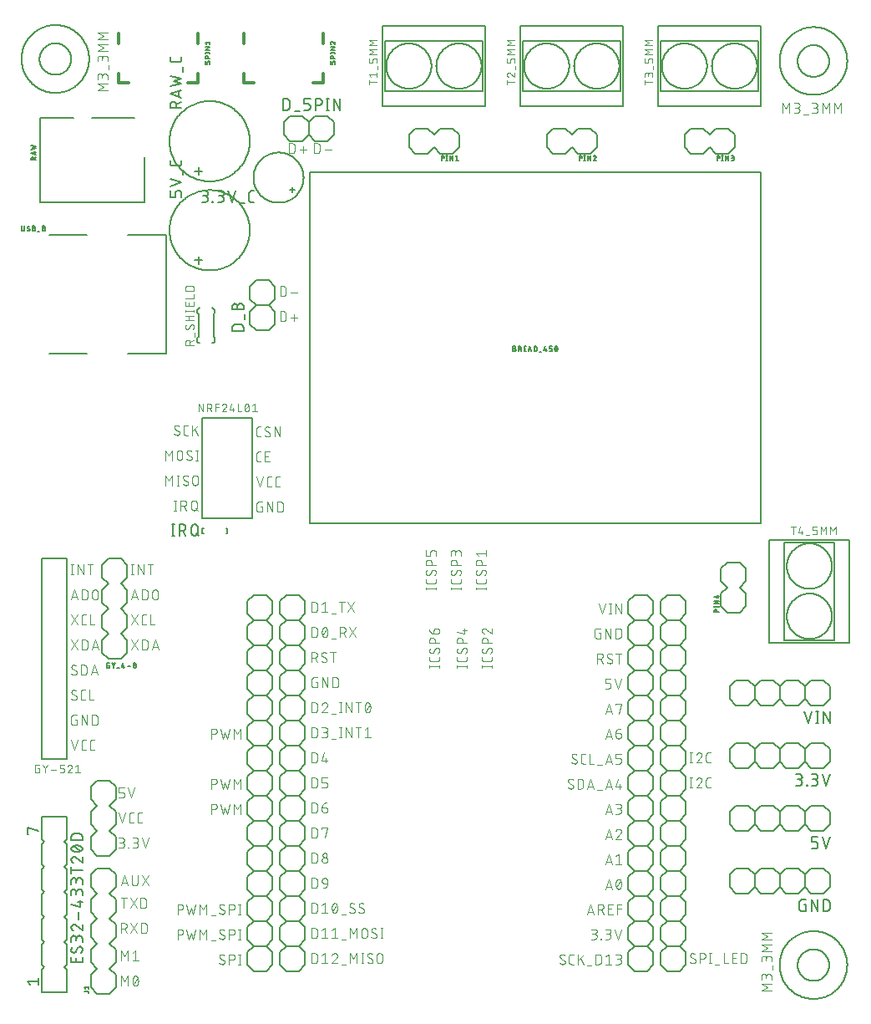
<source format=gbr>
G04 EAGLE Gerber X2 export*
G75*
%MOMM*%
%FSLAX34Y34*%
%LPD*%
%AMOC8*
5,1,8,0,0,1.08239X$1,22.5*%
G01*
%ADD10C,0.101600*%
%ADD11C,0.152400*%
%ADD12C,0.127000*%
%ADD13C,0.203200*%
%ADD14C,0.304800*%


D10*
X164055Y578612D02*
X164148Y578614D01*
X164241Y578620D01*
X164334Y578629D01*
X164427Y578643D01*
X164518Y578660D01*
X164609Y578681D01*
X164699Y578706D01*
X164788Y578734D01*
X164876Y578766D01*
X164962Y578802D01*
X165047Y578841D01*
X165130Y578884D01*
X165211Y578930D01*
X165290Y578980D01*
X165367Y579032D01*
X165442Y579088D01*
X165514Y579147D01*
X165584Y579209D01*
X165652Y579273D01*
X165716Y579341D01*
X165778Y579411D01*
X165837Y579483D01*
X165893Y579558D01*
X165945Y579635D01*
X165995Y579714D01*
X166041Y579795D01*
X166084Y579878D01*
X166123Y579963D01*
X166159Y580049D01*
X166191Y580137D01*
X166219Y580226D01*
X166244Y580316D01*
X166265Y580407D01*
X166282Y580498D01*
X166296Y580591D01*
X166305Y580684D01*
X166311Y580777D01*
X166313Y580870D01*
X164055Y578612D02*
X163921Y578614D01*
X163786Y578620D01*
X163652Y578629D01*
X163518Y578642D01*
X163385Y578659D01*
X163252Y578680D01*
X163120Y578705D01*
X162988Y578733D01*
X162857Y578765D01*
X162728Y578800D01*
X162599Y578840D01*
X162472Y578883D01*
X162345Y578929D01*
X162220Y578979D01*
X162097Y579032D01*
X161975Y579089D01*
X161855Y579150D01*
X161736Y579213D01*
X161620Y579280D01*
X161505Y579351D01*
X161393Y579424D01*
X161282Y579501D01*
X161174Y579581D01*
X161068Y579663D01*
X160964Y579749D01*
X160863Y579838D01*
X160764Y579929D01*
X160668Y580023D01*
X160950Y586514D02*
X160952Y586607D01*
X160958Y586700D01*
X160967Y586793D01*
X160981Y586886D01*
X160998Y586977D01*
X161019Y587068D01*
X161044Y587158D01*
X161072Y587247D01*
X161104Y587335D01*
X161140Y587421D01*
X161179Y587506D01*
X161222Y587589D01*
X161268Y587670D01*
X161318Y587749D01*
X161370Y587826D01*
X161426Y587901D01*
X161485Y587973D01*
X161547Y588043D01*
X161611Y588111D01*
X161679Y588175D01*
X161749Y588237D01*
X161821Y588296D01*
X161896Y588352D01*
X161973Y588404D01*
X162052Y588454D01*
X162133Y588500D01*
X162216Y588543D01*
X162301Y588582D01*
X162387Y588618D01*
X162475Y588650D01*
X162564Y588678D01*
X162654Y588703D01*
X162745Y588724D01*
X162836Y588741D01*
X162929Y588755D01*
X163022Y588764D01*
X163115Y588770D01*
X163208Y588772D01*
X163338Y588770D01*
X163467Y588764D01*
X163597Y588754D01*
X163726Y588740D01*
X163854Y588722D01*
X163982Y588701D01*
X164109Y588675D01*
X164235Y588645D01*
X164361Y588612D01*
X164485Y588575D01*
X164608Y588534D01*
X164730Y588489D01*
X164850Y588441D01*
X164969Y588388D01*
X165086Y588333D01*
X165201Y588273D01*
X165315Y588211D01*
X165426Y588144D01*
X165536Y588075D01*
X165643Y588002D01*
X165748Y587925D01*
X162079Y584539D02*
X161998Y584589D01*
X161919Y584642D01*
X161842Y584698D01*
X161768Y584758D01*
X161697Y584821D01*
X161628Y584887D01*
X161561Y584955D01*
X161498Y585026D01*
X161438Y585100D01*
X161381Y585176D01*
X161327Y585255D01*
X161276Y585335D01*
X161229Y585418D01*
X161185Y585503D01*
X161145Y585589D01*
X161108Y585677D01*
X161075Y585766D01*
X161046Y585857D01*
X161021Y585949D01*
X160999Y586041D01*
X160982Y586135D01*
X160968Y586229D01*
X160958Y586324D01*
X160952Y586419D01*
X160950Y586514D01*
X165183Y582846D02*
X165264Y582795D01*
X165343Y582742D01*
X165420Y582686D01*
X165494Y582626D01*
X165565Y582563D01*
X165634Y582497D01*
X165701Y582429D01*
X165764Y582358D01*
X165824Y582284D01*
X165881Y582208D01*
X165935Y582129D01*
X165986Y582049D01*
X166033Y581966D01*
X166077Y581881D01*
X166117Y581795D01*
X166154Y581707D01*
X166187Y581618D01*
X166216Y581527D01*
X166241Y581436D01*
X166263Y581343D01*
X166280Y581249D01*
X166294Y581155D01*
X166304Y581060D01*
X166310Y580965D01*
X166312Y580870D01*
X165184Y582845D02*
X162079Y584539D01*
X172618Y578612D02*
X174876Y578612D01*
X172618Y578612D02*
X172525Y578614D01*
X172432Y578620D01*
X172339Y578629D01*
X172246Y578643D01*
X172155Y578660D01*
X172064Y578681D01*
X171974Y578706D01*
X171885Y578734D01*
X171797Y578766D01*
X171711Y578802D01*
X171626Y578841D01*
X171543Y578884D01*
X171462Y578930D01*
X171383Y578980D01*
X171306Y579032D01*
X171231Y579088D01*
X171159Y579147D01*
X171089Y579209D01*
X171021Y579273D01*
X170957Y579341D01*
X170895Y579411D01*
X170836Y579483D01*
X170780Y579558D01*
X170728Y579635D01*
X170678Y579714D01*
X170632Y579795D01*
X170589Y579878D01*
X170550Y579963D01*
X170514Y580049D01*
X170482Y580137D01*
X170454Y580226D01*
X170429Y580316D01*
X170408Y580407D01*
X170391Y580498D01*
X170377Y580591D01*
X170368Y580684D01*
X170362Y580777D01*
X170360Y580870D01*
X170360Y586514D01*
X170362Y586607D01*
X170368Y586700D01*
X170377Y586793D01*
X170391Y586886D01*
X170408Y586977D01*
X170429Y587068D01*
X170454Y587158D01*
X170482Y587247D01*
X170514Y587335D01*
X170550Y587421D01*
X170589Y587506D01*
X170632Y587589D01*
X170678Y587670D01*
X170728Y587749D01*
X170780Y587826D01*
X170836Y587901D01*
X170895Y587973D01*
X170957Y588043D01*
X171021Y588111D01*
X171089Y588175D01*
X171159Y588237D01*
X171231Y588296D01*
X171306Y588352D01*
X171383Y588404D01*
X171462Y588454D01*
X171543Y588500D01*
X171626Y588543D01*
X171711Y588582D01*
X171797Y588618D01*
X171885Y588650D01*
X171974Y588678D01*
X172064Y588703D01*
X172155Y588724D01*
X172246Y588741D01*
X172339Y588755D01*
X172432Y588764D01*
X172525Y588770D01*
X172618Y588772D01*
X174876Y588772D01*
X179268Y588772D02*
X179268Y578612D01*
X179268Y582563D02*
X184912Y588772D01*
X181525Y584821D02*
X184912Y578612D01*
X151898Y563372D02*
X151898Y553212D01*
X155284Y557728D02*
X151898Y563372D01*
X155284Y557728D02*
X158671Y563372D01*
X158671Y553212D01*
X163526Y556034D02*
X163526Y560550D01*
X163527Y560550D02*
X163529Y560656D01*
X163535Y560761D01*
X163545Y560866D01*
X163559Y560971D01*
X163576Y561075D01*
X163598Y561178D01*
X163623Y561280D01*
X163652Y561382D01*
X163685Y561482D01*
X163722Y561581D01*
X163762Y561678D01*
X163806Y561774D01*
X163854Y561869D01*
X163905Y561961D01*
X163960Y562051D01*
X164017Y562140D01*
X164078Y562226D01*
X164143Y562309D01*
X164210Y562391D01*
X164280Y562469D01*
X164354Y562545D01*
X164430Y562619D01*
X164508Y562689D01*
X164590Y562756D01*
X164673Y562821D01*
X164759Y562882D01*
X164848Y562939D01*
X164938Y562994D01*
X165030Y563045D01*
X165125Y563093D01*
X165221Y563137D01*
X165318Y563177D01*
X165417Y563214D01*
X165517Y563247D01*
X165619Y563276D01*
X165721Y563301D01*
X165824Y563323D01*
X165928Y563340D01*
X166033Y563354D01*
X166138Y563364D01*
X166243Y563370D01*
X166349Y563372D01*
X166455Y563370D01*
X166560Y563364D01*
X166665Y563354D01*
X166770Y563340D01*
X166874Y563323D01*
X166977Y563301D01*
X167079Y563276D01*
X167181Y563247D01*
X167281Y563214D01*
X167380Y563177D01*
X167477Y563137D01*
X167573Y563093D01*
X167668Y563045D01*
X167760Y562994D01*
X167850Y562939D01*
X167939Y562882D01*
X168025Y562821D01*
X168108Y562756D01*
X168190Y562689D01*
X168268Y562619D01*
X168344Y562545D01*
X168418Y562469D01*
X168488Y562391D01*
X168555Y562309D01*
X168620Y562226D01*
X168681Y562140D01*
X168738Y562051D01*
X168793Y561961D01*
X168844Y561869D01*
X168892Y561774D01*
X168936Y561678D01*
X168976Y561581D01*
X169013Y561482D01*
X169046Y561382D01*
X169075Y561280D01*
X169100Y561178D01*
X169122Y561075D01*
X169139Y560971D01*
X169153Y560866D01*
X169163Y560761D01*
X169169Y560656D01*
X169171Y560550D01*
X169171Y556034D01*
X169169Y555928D01*
X169163Y555823D01*
X169153Y555718D01*
X169139Y555613D01*
X169122Y555509D01*
X169100Y555406D01*
X169075Y555304D01*
X169046Y555202D01*
X169013Y555102D01*
X168976Y555003D01*
X168936Y554906D01*
X168892Y554810D01*
X168844Y554715D01*
X168793Y554623D01*
X168738Y554533D01*
X168681Y554444D01*
X168620Y554358D01*
X168555Y554275D01*
X168488Y554193D01*
X168418Y554115D01*
X168344Y554039D01*
X168268Y553965D01*
X168190Y553895D01*
X168108Y553828D01*
X168025Y553763D01*
X167939Y553702D01*
X167850Y553645D01*
X167760Y553590D01*
X167668Y553539D01*
X167573Y553491D01*
X167477Y553447D01*
X167380Y553407D01*
X167281Y553370D01*
X167181Y553337D01*
X167079Y553308D01*
X166977Y553283D01*
X166874Y553261D01*
X166770Y553244D01*
X166665Y553230D01*
X166560Y553220D01*
X166455Y553214D01*
X166349Y553212D01*
X166243Y553214D01*
X166138Y553220D01*
X166033Y553230D01*
X165928Y553244D01*
X165824Y553261D01*
X165721Y553283D01*
X165619Y553308D01*
X165517Y553337D01*
X165417Y553370D01*
X165318Y553407D01*
X165221Y553447D01*
X165125Y553491D01*
X165030Y553539D01*
X164938Y553590D01*
X164848Y553645D01*
X164759Y553702D01*
X164673Y553763D01*
X164590Y553828D01*
X164508Y553895D01*
X164430Y553965D01*
X164354Y554039D01*
X164280Y554115D01*
X164210Y554193D01*
X164143Y554275D01*
X164078Y554358D01*
X164017Y554444D01*
X163960Y554533D01*
X163905Y554623D01*
X163854Y554715D01*
X163806Y554810D01*
X163762Y554906D01*
X163722Y555003D01*
X163685Y555102D01*
X163652Y555202D01*
X163623Y555304D01*
X163598Y555406D01*
X163576Y555509D01*
X163559Y555613D01*
X163545Y555718D01*
X163535Y555823D01*
X163529Y555928D01*
X163527Y556034D01*
X176636Y553212D02*
X176729Y553214D01*
X176822Y553220D01*
X176915Y553229D01*
X177008Y553243D01*
X177099Y553260D01*
X177190Y553281D01*
X177280Y553306D01*
X177369Y553334D01*
X177457Y553366D01*
X177543Y553402D01*
X177628Y553441D01*
X177711Y553484D01*
X177792Y553530D01*
X177871Y553580D01*
X177948Y553632D01*
X178023Y553688D01*
X178095Y553747D01*
X178165Y553809D01*
X178233Y553873D01*
X178297Y553941D01*
X178359Y554011D01*
X178418Y554083D01*
X178474Y554158D01*
X178526Y554235D01*
X178576Y554314D01*
X178622Y554395D01*
X178665Y554478D01*
X178704Y554563D01*
X178740Y554649D01*
X178772Y554737D01*
X178800Y554826D01*
X178825Y554916D01*
X178846Y555007D01*
X178863Y555098D01*
X178877Y555191D01*
X178886Y555284D01*
X178892Y555377D01*
X178894Y555470D01*
X176636Y553212D02*
X176502Y553214D01*
X176367Y553220D01*
X176233Y553229D01*
X176099Y553242D01*
X175966Y553259D01*
X175833Y553280D01*
X175701Y553305D01*
X175569Y553333D01*
X175438Y553365D01*
X175309Y553400D01*
X175180Y553440D01*
X175053Y553483D01*
X174926Y553529D01*
X174801Y553579D01*
X174678Y553632D01*
X174556Y553689D01*
X174436Y553750D01*
X174317Y553813D01*
X174201Y553880D01*
X174086Y553951D01*
X173974Y554024D01*
X173863Y554101D01*
X173755Y554181D01*
X173649Y554263D01*
X173545Y554349D01*
X173444Y554438D01*
X173345Y554529D01*
X173249Y554623D01*
X173531Y561114D02*
X173533Y561207D01*
X173539Y561300D01*
X173548Y561393D01*
X173562Y561486D01*
X173579Y561577D01*
X173600Y561668D01*
X173625Y561758D01*
X173653Y561847D01*
X173685Y561935D01*
X173721Y562021D01*
X173760Y562106D01*
X173803Y562189D01*
X173849Y562270D01*
X173899Y562349D01*
X173951Y562426D01*
X174007Y562501D01*
X174066Y562573D01*
X174128Y562643D01*
X174192Y562711D01*
X174260Y562775D01*
X174330Y562837D01*
X174402Y562896D01*
X174477Y562952D01*
X174554Y563004D01*
X174633Y563054D01*
X174714Y563100D01*
X174797Y563143D01*
X174882Y563182D01*
X174968Y563218D01*
X175056Y563250D01*
X175145Y563278D01*
X175235Y563303D01*
X175326Y563324D01*
X175417Y563341D01*
X175510Y563355D01*
X175603Y563364D01*
X175696Y563370D01*
X175789Y563372D01*
X175919Y563370D01*
X176048Y563364D01*
X176178Y563354D01*
X176307Y563340D01*
X176435Y563322D01*
X176563Y563301D01*
X176690Y563275D01*
X176816Y563245D01*
X176942Y563212D01*
X177066Y563175D01*
X177189Y563134D01*
X177311Y563089D01*
X177431Y563041D01*
X177550Y562988D01*
X177667Y562933D01*
X177782Y562873D01*
X177896Y562811D01*
X178007Y562744D01*
X178117Y562675D01*
X178224Y562602D01*
X178329Y562525D01*
X174661Y559139D02*
X174580Y559189D01*
X174501Y559242D01*
X174424Y559298D01*
X174350Y559358D01*
X174279Y559421D01*
X174210Y559487D01*
X174143Y559555D01*
X174080Y559626D01*
X174020Y559700D01*
X173963Y559776D01*
X173909Y559855D01*
X173858Y559935D01*
X173811Y560018D01*
X173767Y560103D01*
X173727Y560189D01*
X173690Y560277D01*
X173657Y560366D01*
X173628Y560457D01*
X173603Y560549D01*
X173581Y560641D01*
X173564Y560735D01*
X173550Y560829D01*
X173540Y560924D01*
X173534Y561019D01*
X173532Y561114D01*
X177765Y557446D02*
X177846Y557395D01*
X177925Y557342D01*
X178002Y557286D01*
X178076Y557226D01*
X178147Y557163D01*
X178216Y557097D01*
X178283Y557029D01*
X178346Y556958D01*
X178406Y556884D01*
X178463Y556808D01*
X178517Y556729D01*
X178568Y556649D01*
X178615Y556566D01*
X178659Y556481D01*
X178699Y556395D01*
X178736Y556307D01*
X178769Y556218D01*
X178798Y556127D01*
X178823Y556036D01*
X178845Y555943D01*
X178862Y555849D01*
X178876Y555755D01*
X178886Y555660D01*
X178892Y555565D01*
X178894Y555470D01*
X177765Y557445D02*
X174661Y559139D01*
X183783Y563372D02*
X183783Y553212D01*
X182654Y553212D02*
X184912Y553212D01*
X184912Y563372D02*
X182654Y563372D01*
X152216Y537972D02*
X152216Y527812D01*
X155603Y532328D02*
X152216Y537972D01*
X155603Y532328D02*
X158989Y537972D01*
X158989Y527812D01*
X164655Y527812D02*
X164655Y537972D01*
X163526Y527812D02*
X165784Y527812D01*
X165784Y537972D02*
X163526Y537972D01*
X172931Y527812D02*
X173024Y527814D01*
X173117Y527820D01*
X173210Y527829D01*
X173303Y527843D01*
X173394Y527860D01*
X173485Y527881D01*
X173575Y527906D01*
X173664Y527934D01*
X173752Y527966D01*
X173838Y528002D01*
X173923Y528041D01*
X174006Y528084D01*
X174087Y528130D01*
X174166Y528180D01*
X174243Y528232D01*
X174318Y528288D01*
X174390Y528347D01*
X174460Y528409D01*
X174528Y528473D01*
X174592Y528541D01*
X174654Y528611D01*
X174713Y528683D01*
X174769Y528758D01*
X174821Y528835D01*
X174871Y528914D01*
X174917Y528995D01*
X174960Y529078D01*
X174999Y529163D01*
X175035Y529249D01*
X175067Y529337D01*
X175095Y529426D01*
X175120Y529516D01*
X175141Y529607D01*
X175158Y529698D01*
X175172Y529791D01*
X175181Y529884D01*
X175187Y529977D01*
X175189Y530070D01*
X172931Y527812D02*
X172797Y527814D01*
X172662Y527820D01*
X172528Y527829D01*
X172394Y527842D01*
X172261Y527859D01*
X172128Y527880D01*
X171996Y527905D01*
X171864Y527933D01*
X171733Y527965D01*
X171604Y528000D01*
X171475Y528040D01*
X171348Y528083D01*
X171221Y528129D01*
X171096Y528179D01*
X170973Y528232D01*
X170851Y528289D01*
X170731Y528350D01*
X170612Y528413D01*
X170496Y528480D01*
X170381Y528551D01*
X170269Y528624D01*
X170158Y528701D01*
X170050Y528781D01*
X169944Y528863D01*
X169840Y528949D01*
X169739Y529038D01*
X169640Y529129D01*
X169544Y529223D01*
X169826Y535714D02*
X169828Y535807D01*
X169834Y535900D01*
X169843Y535993D01*
X169857Y536086D01*
X169874Y536177D01*
X169895Y536268D01*
X169920Y536358D01*
X169948Y536447D01*
X169980Y536535D01*
X170016Y536621D01*
X170055Y536706D01*
X170098Y536789D01*
X170144Y536870D01*
X170194Y536949D01*
X170246Y537026D01*
X170302Y537101D01*
X170361Y537173D01*
X170423Y537243D01*
X170487Y537311D01*
X170555Y537375D01*
X170625Y537437D01*
X170697Y537496D01*
X170772Y537552D01*
X170849Y537604D01*
X170928Y537654D01*
X171009Y537700D01*
X171092Y537743D01*
X171177Y537782D01*
X171263Y537818D01*
X171351Y537850D01*
X171440Y537878D01*
X171530Y537903D01*
X171621Y537924D01*
X171712Y537941D01*
X171805Y537955D01*
X171898Y537964D01*
X171991Y537970D01*
X172084Y537972D01*
X172214Y537970D01*
X172343Y537964D01*
X172473Y537954D01*
X172602Y537940D01*
X172730Y537922D01*
X172858Y537901D01*
X172985Y537875D01*
X173111Y537845D01*
X173237Y537812D01*
X173361Y537775D01*
X173484Y537734D01*
X173606Y537689D01*
X173726Y537641D01*
X173845Y537588D01*
X173962Y537533D01*
X174077Y537473D01*
X174191Y537411D01*
X174302Y537344D01*
X174412Y537275D01*
X174519Y537202D01*
X174624Y537125D01*
X170956Y533739D02*
X170875Y533789D01*
X170796Y533842D01*
X170719Y533898D01*
X170645Y533958D01*
X170574Y534021D01*
X170505Y534087D01*
X170438Y534155D01*
X170375Y534226D01*
X170315Y534300D01*
X170258Y534376D01*
X170204Y534455D01*
X170153Y534535D01*
X170106Y534618D01*
X170062Y534703D01*
X170022Y534789D01*
X169985Y534877D01*
X169952Y534966D01*
X169923Y535057D01*
X169898Y535149D01*
X169876Y535241D01*
X169859Y535335D01*
X169845Y535429D01*
X169835Y535524D01*
X169829Y535619D01*
X169827Y535714D01*
X174060Y532046D02*
X174141Y531995D01*
X174220Y531942D01*
X174297Y531886D01*
X174371Y531826D01*
X174442Y531763D01*
X174511Y531697D01*
X174578Y531629D01*
X174641Y531558D01*
X174701Y531484D01*
X174758Y531408D01*
X174812Y531329D01*
X174863Y531249D01*
X174910Y531166D01*
X174954Y531081D01*
X174994Y530995D01*
X175031Y530907D01*
X175064Y530818D01*
X175093Y530727D01*
X175118Y530636D01*
X175140Y530543D01*
X175157Y530449D01*
X175171Y530355D01*
X175181Y530260D01*
X175187Y530165D01*
X175189Y530070D01*
X174060Y532045D02*
X170956Y533739D01*
X179268Y535150D02*
X179268Y530634D01*
X179268Y535150D02*
X179270Y535256D01*
X179276Y535361D01*
X179286Y535466D01*
X179300Y535571D01*
X179317Y535675D01*
X179339Y535778D01*
X179364Y535880D01*
X179393Y535982D01*
X179426Y536082D01*
X179463Y536181D01*
X179503Y536278D01*
X179547Y536374D01*
X179595Y536469D01*
X179646Y536561D01*
X179701Y536651D01*
X179758Y536740D01*
X179819Y536826D01*
X179884Y536909D01*
X179951Y536991D01*
X180021Y537069D01*
X180095Y537145D01*
X180171Y537219D01*
X180249Y537289D01*
X180331Y537356D01*
X180414Y537421D01*
X180500Y537482D01*
X180589Y537539D01*
X180679Y537594D01*
X180771Y537645D01*
X180866Y537693D01*
X180962Y537737D01*
X181059Y537777D01*
X181158Y537814D01*
X181258Y537847D01*
X181360Y537876D01*
X181462Y537901D01*
X181565Y537923D01*
X181669Y537940D01*
X181774Y537954D01*
X181879Y537964D01*
X181984Y537970D01*
X182090Y537972D01*
X182196Y537970D01*
X182301Y537964D01*
X182406Y537954D01*
X182511Y537940D01*
X182615Y537923D01*
X182718Y537901D01*
X182820Y537876D01*
X182922Y537847D01*
X183022Y537814D01*
X183121Y537777D01*
X183218Y537737D01*
X183314Y537693D01*
X183409Y537645D01*
X183501Y537594D01*
X183591Y537539D01*
X183680Y537482D01*
X183766Y537421D01*
X183849Y537356D01*
X183931Y537289D01*
X184009Y537219D01*
X184085Y537145D01*
X184159Y537069D01*
X184229Y536991D01*
X184296Y536909D01*
X184361Y536826D01*
X184422Y536740D01*
X184479Y536651D01*
X184534Y536561D01*
X184585Y536469D01*
X184633Y536374D01*
X184677Y536278D01*
X184717Y536181D01*
X184754Y536082D01*
X184787Y535982D01*
X184816Y535880D01*
X184841Y535778D01*
X184863Y535675D01*
X184880Y535571D01*
X184894Y535466D01*
X184904Y535361D01*
X184910Y535256D01*
X184912Y535150D01*
X184912Y530634D01*
X184910Y530528D01*
X184904Y530423D01*
X184894Y530318D01*
X184880Y530213D01*
X184863Y530109D01*
X184841Y530006D01*
X184816Y529904D01*
X184787Y529802D01*
X184754Y529702D01*
X184717Y529603D01*
X184677Y529506D01*
X184633Y529410D01*
X184585Y529315D01*
X184534Y529223D01*
X184479Y529133D01*
X184422Y529044D01*
X184361Y528958D01*
X184296Y528875D01*
X184229Y528793D01*
X184159Y528715D01*
X184085Y528639D01*
X184009Y528565D01*
X183931Y528495D01*
X183849Y528428D01*
X183766Y528363D01*
X183680Y528302D01*
X183591Y528245D01*
X183501Y528190D01*
X183409Y528139D01*
X183314Y528091D01*
X183218Y528047D01*
X183121Y528007D01*
X183022Y527970D01*
X182922Y527937D01*
X182820Y527908D01*
X182718Y527883D01*
X182615Y527861D01*
X182511Y527844D01*
X182406Y527830D01*
X182301Y527820D01*
X182196Y527814D01*
X182090Y527812D01*
X181984Y527814D01*
X181879Y527820D01*
X181774Y527830D01*
X181669Y527844D01*
X181565Y527861D01*
X181462Y527883D01*
X181360Y527908D01*
X181258Y527937D01*
X181158Y527970D01*
X181059Y528007D01*
X180962Y528047D01*
X180866Y528091D01*
X180771Y528139D01*
X180679Y528190D01*
X180589Y528245D01*
X180500Y528302D01*
X180414Y528363D01*
X180331Y528428D01*
X180249Y528495D01*
X180171Y528565D01*
X180095Y528639D01*
X180021Y528715D01*
X179951Y528793D01*
X179884Y528875D01*
X179819Y528958D01*
X179758Y529044D01*
X179701Y529133D01*
X179646Y529223D01*
X179595Y529315D01*
X179547Y529410D01*
X179503Y529506D01*
X179463Y529603D01*
X179426Y529702D01*
X179393Y529802D01*
X179364Y529904D01*
X179339Y530006D01*
X179317Y530109D01*
X179300Y530213D01*
X179286Y530318D01*
X179276Y530423D01*
X179270Y530528D01*
X179268Y530634D01*
X161894Y512572D02*
X161894Y502412D01*
X163022Y502412D02*
X160765Y502412D01*
X160765Y512572D02*
X163022Y512572D01*
X167522Y512572D02*
X167522Y502412D01*
X167522Y512572D02*
X170345Y512572D01*
X170451Y512570D01*
X170556Y512564D01*
X170661Y512554D01*
X170766Y512540D01*
X170870Y512523D01*
X170973Y512501D01*
X171075Y512476D01*
X171177Y512447D01*
X171277Y512414D01*
X171376Y512377D01*
X171473Y512337D01*
X171569Y512293D01*
X171664Y512245D01*
X171756Y512194D01*
X171846Y512139D01*
X171935Y512082D01*
X172021Y512021D01*
X172104Y511956D01*
X172186Y511889D01*
X172264Y511819D01*
X172340Y511745D01*
X172414Y511669D01*
X172484Y511591D01*
X172551Y511509D01*
X172616Y511426D01*
X172677Y511340D01*
X172734Y511251D01*
X172789Y511161D01*
X172840Y511069D01*
X172888Y510974D01*
X172932Y510878D01*
X172972Y510781D01*
X173009Y510682D01*
X173042Y510582D01*
X173071Y510480D01*
X173096Y510378D01*
X173118Y510275D01*
X173135Y510171D01*
X173149Y510066D01*
X173159Y509961D01*
X173165Y509856D01*
X173167Y509750D01*
X173165Y509644D01*
X173159Y509539D01*
X173149Y509434D01*
X173135Y509329D01*
X173118Y509225D01*
X173096Y509122D01*
X173071Y509020D01*
X173042Y508918D01*
X173009Y508818D01*
X172972Y508719D01*
X172932Y508622D01*
X172888Y508526D01*
X172840Y508431D01*
X172789Y508339D01*
X172734Y508249D01*
X172677Y508160D01*
X172616Y508074D01*
X172551Y507991D01*
X172484Y507909D01*
X172414Y507831D01*
X172340Y507755D01*
X172264Y507681D01*
X172186Y507611D01*
X172104Y507544D01*
X172021Y507479D01*
X171935Y507418D01*
X171846Y507361D01*
X171756Y507306D01*
X171664Y507255D01*
X171569Y507207D01*
X171473Y507163D01*
X171376Y507123D01*
X171277Y507086D01*
X171177Y507053D01*
X171075Y507024D01*
X170973Y506999D01*
X170870Y506977D01*
X170766Y506960D01*
X170661Y506946D01*
X170556Y506936D01*
X170451Y506930D01*
X170345Y506928D01*
X167522Y506928D01*
X170909Y506928D02*
X173167Y502412D01*
X178139Y505234D02*
X178139Y509750D01*
X178141Y509856D01*
X178147Y509961D01*
X178157Y510066D01*
X178171Y510171D01*
X178188Y510275D01*
X178210Y510378D01*
X178235Y510480D01*
X178264Y510582D01*
X178297Y510682D01*
X178334Y510781D01*
X178374Y510878D01*
X178418Y510974D01*
X178466Y511069D01*
X178517Y511161D01*
X178572Y511251D01*
X178629Y511340D01*
X178690Y511426D01*
X178755Y511509D01*
X178822Y511591D01*
X178892Y511669D01*
X178966Y511745D01*
X179042Y511819D01*
X179120Y511889D01*
X179202Y511956D01*
X179285Y512021D01*
X179371Y512082D01*
X179460Y512139D01*
X179550Y512194D01*
X179642Y512245D01*
X179737Y512293D01*
X179833Y512337D01*
X179930Y512377D01*
X180029Y512414D01*
X180129Y512447D01*
X180231Y512476D01*
X180333Y512501D01*
X180436Y512523D01*
X180540Y512540D01*
X180645Y512554D01*
X180750Y512564D01*
X180855Y512570D01*
X180961Y512572D01*
X181067Y512570D01*
X181172Y512564D01*
X181277Y512554D01*
X181382Y512540D01*
X181486Y512523D01*
X181589Y512501D01*
X181691Y512476D01*
X181793Y512447D01*
X181893Y512414D01*
X181992Y512377D01*
X182089Y512337D01*
X182185Y512293D01*
X182280Y512245D01*
X182372Y512194D01*
X182462Y512139D01*
X182551Y512082D01*
X182637Y512021D01*
X182720Y511956D01*
X182802Y511889D01*
X182880Y511819D01*
X182956Y511745D01*
X183030Y511669D01*
X183100Y511591D01*
X183167Y511509D01*
X183232Y511426D01*
X183293Y511340D01*
X183350Y511251D01*
X183405Y511161D01*
X183456Y511069D01*
X183504Y510974D01*
X183548Y510878D01*
X183588Y510781D01*
X183625Y510682D01*
X183658Y510582D01*
X183687Y510480D01*
X183712Y510378D01*
X183734Y510275D01*
X183751Y510171D01*
X183765Y510066D01*
X183775Y509961D01*
X183781Y509856D01*
X183783Y509750D01*
X183783Y505234D01*
X183781Y505128D01*
X183775Y505023D01*
X183765Y504918D01*
X183751Y504813D01*
X183734Y504709D01*
X183712Y504606D01*
X183687Y504504D01*
X183658Y504402D01*
X183625Y504302D01*
X183588Y504203D01*
X183548Y504106D01*
X183504Y504010D01*
X183456Y503915D01*
X183405Y503823D01*
X183350Y503733D01*
X183293Y503644D01*
X183232Y503558D01*
X183167Y503475D01*
X183100Y503393D01*
X183030Y503315D01*
X182956Y503239D01*
X182880Y503165D01*
X182802Y503095D01*
X182720Y503028D01*
X182637Y502963D01*
X182551Y502902D01*
X182462Y502845D01*
X182372Y502790D01*
X182280Y502739D01*
X182185Y502691D01*
X182089Y502647D01*
X181992Y502607D01*
X181893Y502570D01*
X181793Y502537D01*
X181691Y502508D01*
X181589Y502483D01*
X181486Y502461D01*
X181382Y502444D01*
X181277Y502430D01*
X181172Y502420D01*
X181067Y502414D01*
X180961Y502412D01*
X180855Y502414D01*
X180750Y502420D01*
X180645Y502430D01*
X180540Y502444D01*
X180436Y502461D01*
X180333Y502483D01*
X180231Y502508D01*
X180129Y502537D01*
X180029Y502570D01*
X179930Y502607D01*
X179833Y502647D01*
X179737Y502691D01*
X179642Y502739D01*
X179550Y502790D01*
X179460Y502845D01*
X179371Y502902D01*
X179285Y502963D01*
X179202Y503028D01*
X179120Y503095D01*
X179042Y503165D01*
X178966Y503239D01*
X178892Y503315D01*
X178822Y503393D01*
X178755Y503475D01*
X178690Y503558D01*
X178629Y503644D01*
X178572Y503733D01*
X178517Y503823D01*
X178466Y503915D01*
X178418Y504010D01*
X178374Y504106D01*
X178334Y504203D01*
X178297Y504302D01*
X178264Y504402D01*
X178235Y504504D01*
X178210Y504606D01*
X178188Y504709D01*
X178171Y504813D01*
X178157Y504918D01*
X178147Y505023D01*
X178141Y505128D01*
X178139Y505234D01*
X182654Y504670D02*
X184912Y502412D01*
X246606Y551688D02*
X248864Y551688D01*
X246606Y551688D02*
X246513Y551690D01*
X246420Y551696D01*
X246327Y551705D01*
X246234Y551719D01*
X246143Y551736D01*
X246052Y551757D01*
X245962Y551782D01*
X245873Y551810D01*
X245785Y551842D01*
X245699Y551878D01*
X245614Y551917D01*
X245531Y551960D01*
X245450Y552006D01*
X245371Y552056D01*
X245294Y552108D01*
X245219Y552164D01*
X245147Y552223D01*
X245077Y552285D01*
X245009Y552349D01*
X244945Y552417D01*
X244883Y552487D01*
X244824Y552559D01*
X244768Y552634D01*
X244716Y552711D01*
X244666Y552790D01*
X244620Y552871D01*
X244577Y552954D01*
X244538Y553039D01*
X244502Y553125D01*
X244470Y553213D01*
X244442Y553302D01*
X244417Y553392D01*
X244396Y553483D01*
X244379Y553574D01*
X244365Y553667D01*
X244356Y553760D01*
X244350Y553853D01*
X244348Y553946D01*
X244348Y559590D01*
X244350Y559683D01*
X244356Y559776D01*
X244365Y559869D01*
X244379Y559962D01*
X244396Y560053D01*
X244417Y560144D01*
X244442Y560234D01*
X244470Y560323D01*
X244502Y560411D01*
X244538Y560497D01*
X244577Y560582D01*
X244620Y560665D01*
X244666Y560746D01*
X244716Y560825D01*
X244768Y560902D01*
X244824Y560977D01*
X244883Y561049D01*
X244945Y561119D01*
X245009Y561187D01*
X245077Y561251D01*
X245147Y561313D01*
X245219Y561372D01*
X245294Y561428D01*
X245371Y561480D01*
X245450Y561530D01*
X245531Y561576D01*
X245614Y561619D01*
X245699Y561658D01*
X245785Y561694D01*
X245873Y561726D01*
X245962Y561754D01*
X246052Y561779D01*
X246143Y561800D01*
X246234Y561817D01*
X246327Y561831D01*
X246420Y561840D01*
X246513Y561846D01*
X246606Y561848D01*
X248864Y561848D01*
X253118Y551688D02*
X257633Y551688D01*
X253118Y551688D02*
X253118Y561848D01*
X257633Y561848D01*
X256504Y557332D02*
X253118Y557332D01*
X248864Y577088D02*
X246606Y577088D01*
X246513Y577090D01*
X246420Y577096D01*
X246327Y577105D01*
X246234Y577119D01*
X246143Y577136D01*
X246052Y577157D01*
X245962Y577182D01*
X245873Y577210D01*
X245785Y577242D01*
X245699Y577278D01*
X245614Y577317D01*
X245531Y577360D01*
X245450Y577406D01*
X245371Y577456D01*
X245294Y577508D01*
X245219Y577564D01*
X245147Y577623D01*
X245077Y577685D01*
X245009Y577749D01*
X244945Y577817D01*
X244883Y577887D01*
X244824Y577959D01*
X244768Y578034D01*
X244716Y578111D01*
X244666Y578190D01*
X244620Y578271D01*
X244577Y578354D01*
X244538Y578439D01*
X244502Y578525D01*
X244470Y578613D01*
X244442Y578702D01*
X244417Y578792D01*
X244396Y578883D01*
X244379Y578974D01*
X244365Y579067D01*
X244356Y579160D01*
X244350Y579253D01*
X244348Y579346D01*
X244348Y584990D01*
X244350Y585083D01*
X244356Y585176D01*
X244365Y585269D01*
X244379Y585362D01*
X244396Y585453D01*
X244417Y585544D01*
X244442Y585634D01*
X244470Y585723D01*
X244502Y585811D01*
X244538Y585897D01*
X244577Y585982D01*
X244620Y586065D01*
X244666Y586146D01*
X244716Y586225D01*
X244768Y586302D01*
X244824Y586377D01*
X244883Y586449D01*
X244945Y586519D01*
X245009Y586587D01*
X245077Y586651D01*
X245147Y586713D01*
X245219Y586772D01*
X245294Y586828D01*
X245371Y586880D01*
X245450Y586930D01*
X245531Y586976D01*
X245614Y587019D01*
X245699Y587058D01*
X245785Y587094D01*
X245873Y587126D01*
X245962Y587154D01*
X246052Y587179D01*
X246143Y587200D01*
X246234Y587217D01*
X246327Y587231D01*
X246420Y587240D01*
X246513Y587246D01*
X246606Y587248D01*
X248864Y587248D01*
X258071Y579346D02*
X258069Y579253D01*
X258063Y579160D01*
X258054Y579067D01*
X258040Y578974D01*
X258023Y578883D01*
X258002Y578792D01*
X257977Y578702D01*
X257949Y578613D01*
X257917Y578525D01*
X257881Y578439D01*
X257842Y578354D01*
X257799Y578271D01*
X257753Y578190D01*
X257703Y578111D01*
X257651Y578034D01*
X257595Y577959D01*
X257536Y577887D01*
X257474Y577817D01*
X257410Y577749D01*
X257342Y577685D01*
X257272Y577623D01*
X257200Y577564D01*
X257125Y577508D01*
X257048Y577456D01*
X256969Y577406D01*
X256888Y577360D01*
X256805Y577317D01*
X256720Y577278D01*
X256634Y577242D01*
X256546Y577210D01*
X256457Y577182D01*
X256367Y577157D01*
X256276Y577136D01*
X256185Y577119D01*
X256092Y577105D01*
X255999Y577096D01*
X255906Y577090D01*
X255813Y577088D01*
X255679Y577090D01*
X255544Y577096D01*
X255410Y577105D01*
X255276Y577118D01*
X255143Y577135D01*
X255010Y577156D01*
X254878Y577181D01*
X254746Y577209D01*
X254615Y577241D01*
X254486Y577276D01*
X254357Y577316D01*
X254230Y577359D01*
X254103Y577405D01*
X253978Y577455D01*
X253855Y577508D01*
X253733Y577565D01*
X253613Y577626D01*
X253494Y577689D01*
X253378Y577756D01*
X253263Y577827D01*
X253151Y577900D01*
X253040Y577977D01*
X252932Y578057D01*
X252826Y578139D01*
X252722Y578225D01*
X252621Y578314D01*
X252522Y578405D01*
X252426Y578499D01*
X252708Y584990D02*
X252710Y585083D01*
X252716Y585176D01*
X252725Y585269D01*
X252739Y585362D01*
X252756Y585453D01*
X252777Y585544D01*
X252802Y585634D01*
X252830Y585723D01*
X252862Y585811D01*
X252898Y585897D01*
X252937Y585982D01*
X252980Y586065D01*
X253026Y586146D01*
X253076Y586225D01*
X253128Y586302D01*
X253184Y586377D01*
X253243Y586449D01*
X253305Y586519D01*
X253369Y586587D01*
X253437Y586651D01*
X253507Y586713D01*
X253579Y586772D01*
X253654Y586828D01*
X253731Y586880D01*
X253810Y586930D01*
X253891Y586976D01*
X253974Y587019D01*
X254059Y587058D01*
X254145Y587094D01*
X254233Y587126D01*
X254322Y587154D01*
X254412Y587179D01*
X254503Y587200D01*
X254594Y587217D01*
X254687Y587231D01*
X254780Y587240D01*
X254873Y587246D01*
X254966Y587248D01*
X255096Y587246D01*
X255225Y587240D01*
X255355Y587230D01*
X255484Y587216D01*
X255612Y587198D01*
X255740Y587177D01*
X255867Y587151D01*
X255993Y587121D01*
X256119Y587088D01*
X256243Y587051D01*
X256366Y587010D01*
X256488Y586965D01*
X256608Y586917D01*
X256727Y586864D01*
X256844Y586809D01*
X256959Y586749D01*
X257073Y586687D01*
X257184Y586620D01*
X257294Y586551D01*
X257401Y586478D01*
X257506Y586401D01*
X253837Y583015D02*
X253756Y583065D01*
X253677Y583118D01*
X253600Y583174D01*
X253526Y583234D01*
X253455Y583297D01*
X253386Y583363D01*
X253319Y583431D01*
X253256Y583502D01*
X253196Y583576D01*
X253139Y583652D01*
X253085Y583731D01*
X253034Y583811D01*
X252987Y583894D01*
X252943Y583979D01*
X252903Y584065D01*
X252866Y584153D01*
X252833Y584242D01*
X252804Y584333D01*
X252779Y584425D01*
X252757Y584517D01*
X252740Y584611D01*
X252726Y584705D01*
X252716Y584800D01*
X252710Y584895D01*
X252708Y584990D01*
X256941Y581322D02*
X257022Y581271D01*
X257101Y581218D01*
X257178Y581162D01*
X257252Y581102D01*
X257323Y581039D01*
X257392Y580973D01*
X257459Y580905D01*
X257522Y580834D01*
X257582Y580760D01*
X257639Y580684D01*
X257693Y580605D01*
X257744Y580525D01*
X257791Y580442D01*
X257835Y580357D01*
X257875Y580271D01*
X257912Y580183D01*
X257945Y580094D01*
X257974Y580003D01*
X257999Y579912D01*
X258021Y579819D01*
X258038Y579725D01*
X258052Y579631D01*
X258062Y579536D01*
X258068Y579441D01*
X258070Y579346D01*
X256941Y581321D02*
X253837Y583015D01*
X262484Y587248D02*
X262484Y577088D01*
X268129Y577088D02*
X262484Y587248D01*
X268129Y587248D02*
X268129Y577088D01*
X268478Y693928D02*
X268478Y704088D01*
X271300Y704088D01*
X271406Y704086D01*
X271511Y704080D01*
X271616Y704070D01*
X271721Y704056D01*
X271825Y704039D01*
X271928Y704017D01*
X272030Y703992D01*
X272132Y703963D01*
X272232Y703930D01*
X272331Y703893D01*
X272429Y703853D01*
X272524Y703809D01*
X272619Y703761D01*
X272711Y703710D01*
X272801Y703655D01*
X272890Y703598D01*
X272976Y703537D01*
X273059Y703472D01*
X273141Y703405D01*
X273219Y703335D01*
X273295Y703261D01*
X273369Y703185D01*
X273439Y703107D01*
X273506Y703025D01*
X273571Y702942D01*
X273632Y702856D01*
X273689Y702767D01*
X273744Y702677D01*
X273795Y702585D01*
X273843Y702490D01*
X273887Y702394D01*
X273927Y702297D01*
X273964Y702198D01*
X273997Y702098D01*
X274026Y701996D01*
X274051Y701894D01*
X274073Y701791D01*
X274090Y701687D01*
X274104Y701582D01*
X274114Y701477D01*
X274120Y701371D01*
X274122Y701266D01*
X274122Y696750D01*
X274120Y696644D01*
X274114Y696539D01*
X274104Y696434D01*
X274090Y696329D01*
X274073Y696225D01*
X274051Y696122D01*
X274026Y696020D01*
X273997Y695918D01*
X273964Y695818D01*
X273927Y695719D01*
X273887Y695622D01*
X273843Y695526D01*
X273795Y695431D01*
X273744Y695339D01*
X273689Y695249D01*
X273632Y695160D01*
X273571Y695074D01*
X273506Y694991D01*
X273439Y694909D01*
X273369Y694831D01*
X273295Y694755D01*
X273219Y694681D01*
X273141Y694611D01*
X273060Y694544D01*
X272976Y694479D01*
X272890Y694418D01*
X272801Y694361D01*
X272711Y694306D01*
X272619Y694255D01*
X272524Y694207D01*
X272429Y694163D01*
X272331Y694123D01*
X272232Y694086D01*
X272132Y694053D01*
X272030Y694024D01*
X271928Y693999D01*
X271825Y693977D01*
X271721Y693960D01*
X271616Y693946D01*
X271511Y693936D01*
X271406Y693930D01*
X271300Y693928D01*
X268478Y693928D01*
X278978Y697879D02*
X285751Y697879D01*
X282364Y694492D02*
X282364Y701266D01*
X268478Y719328D02*
X268478Y729488D01*
X271300Y729488D01*
X271406Y729486D01*
X271511Y729480D01*
X271616Y729470D01*
X271721Y729456D01*
X271825Y729439D01*
X271928Y729417D01*
X272030Y729392D01*
X272132Y729363D01*
X272232Y729330D01*
X272331Y729293D01*
X272429Y729253D01*
X272524Y729209D01*
X272619Y729161D01*
X272711Y729110D01*
X272801Y729055D01*
X272890Y728998D01*
X272976Y728937D01*
X273059Y728872D01*
X273141Y728805D01*
X273219Y728735D01*
X273295Y728661D01*
X273369Y728585D01*
X273439Y728507D01*
X273506Y728425D01*
X273571Y728342D01*
X273632Y728256D01*
X273689Y728167D01*
X273744Y728077D01*
X273795Y727985D01*
X273843Y727890D01*
X273887Y727794D01*
X273927Y727697D01*
X273964Y727598D01*
X273997Y727498D01*
X274026Y727396D01*
X274051Y727294D01*
X274073Y727191D01*
X274090Y727087D01*
X274104Y726982D01*
X274114Y726877D01*
X274120Y726771D01*
X274122Y726666D01*
X274122Y722150D01*
X274120Y722044D01*
X274114Y721939D01*
X274104Y721834D01*
X274090Y721729D01*
X274073Y721625D01*
X274051Y721522D01*
X274026Y721420D01*
X273997Y721318D01*
X273964Y721218D01*
X273927Y721119D01*
X273887Y721022D01*
X273843Y720926D01*
X273795Y720831D01*
X273744Y720739D01*
X273689Y720649D01*
X273632Y720560D01*
X273571Y720474D01*
X273506Y720391D01*
X273439Y720309D01*
X273369Y720231D01*
X273295Y720155D01*
X273219Y720081D01*
X273141Y720011D01*
X273060Y719944D01*
X272976Y719879D01*
X272890Y719818D01*
X272801Y719761D01*
X272711Y719706D01*
X272619Y719655D01*
X272524Y719607D01*
X272429Y719563D01*
X272331Y719523D01*
X272232Y719486D01*
X272132Y719453D01*
X272030Y719424D01*
X271928Y719399D01*
X271825Y719377D01*
X271721Y719360D01*
X271616Y719346D01*
X271511Y719336D01*
X271406Y719330D01*
X271300Y719328D01*
X268478Y719328D01*
X278978Y723279D02*
X285751Y723279D01*
X302768Y864108D02*
X302768Y874268D01*
X305590Y874268D01*
X305696Y874266D01*
X305801Y874260D01*
X305906Y874250D01*
X306011Y874236D01*
X306115Y874219D01*
X306218Y874197D01*
X306320Y874172D01*
X306422Y874143D01*
X306522Y874110D01*
X306621Y874073D01*
X306719Y874033D01*
X306814Y873989D01*
X306909Y873941D01*
X307001Y873890D01*
X307091Y873835D01*
X307180Y873778D01*
X307266Y873717D01*
X307349Y873652D01*
X307431Y873585D01*
X307509Y873515D01*
X307585Y873441D01*
X307659Y873365D01*
X307729Y873287D01*
X307796Y873205D01*
X307861Y873122D01*
X307922Y873036D01*
X307979Y872947D01*
X308034Y872857D01*
X308085Y872765D01*
X308133Y872670D01*
X308177Y872574D01*
X308217Y872477D01*
X308254Y872378D01*
X308287Y872278D01*
X308316Y872176D01*
X308341Y872074D01*
X308363Y871971D01*
X308380Y871867D01*
X308394Y871762D01*
X308404Y871657D01*
X308410Y871551D01*
X308412Y871446D01*
X308412Y866930D01*
X308410Y866824D01*
X308404Y866719D01*
X308394Y866614D01*
X308380Y866509D01*
X308363Y866405D01*
X308341Y866302D01*
X308316Y866200D01*
X308287Y866098D01*
X308254Y865998D01*
X308217Y865899D01*
X308177Y865802D01*
X308133Y865706D01*
X308085Y865611D01*
X308034Y865519D01*
X307979Y865429D01*
X307922Y865340D01*
X307861Y865254D01*
X307796Y865171D01*
X307729Y865089D01*
X307659Y865011D01*
X307585Y864935D01*
X307509Y864861D01*
X307431Y864791D01*
X307350Y864724D01*
X307266Y864659D01*
X307180Y864598D01*
X307091Y864541D01*
X307001Y864486D01*
X306909Y864435D01*
X306814Y864387D01*
X306719Y864343D01*
X306621Y864303D01*
X306522Y864266D01*
X306422Y864233D01*
X306320Y864204D01*
X306218Y864179D01*
X306115Y864157D01*
X306011Y864140D01*
X305906Y864126D01*
X305801Y864116D01*
X305696Y864110D01*
X305590Y864108D01*
X302768Y864108D01*
X313268Y868059D02*
X320041Y868059D01*
X277368Y864108D02*
X277368Y874268D01*
X280190Y874268D01*
X280296Y874266D01*
X280401Y874260D01*
X280506Y874250D01*
X280611Y874236D01*
X280715Y874219D01*
X280818Y874197D01*
X280920Y874172D01*
X281022Y874143D01*
X281122Y874110D01*
X281221Y874073D01*
X281319Y874033D01*
X281414Y873989D01*
X281509Y873941D01*
X281601Y873890D01*
X281691Y873835D01*
X281780Y873778D01*
X281866Y873717D01*
X281949Y873652D01*
X282031Y873585D01*
X282109Y873515D01*
X282185Y873441D01*
X282259Y873365D01*
X282329Y873287D01*
X282396Y873205D01*
X282461Y873122D01*
X282522Y873036D01*
X282579Y872947D01*
X282634Y872857D01*
X282685Y872765D01*
X282733Y872670D01*
X282777Y872574D01*
X282817Y872477D01*
X282854Y872378D01*
X282887Y872278D01*
X282916Y872176D01*
X282941Y872074D01*
X282963Y871971D01*
X282980Y871867D01*
X282994Y871762D01*
X283004Y871657D01*
X283010Y871551D01*
X283012Y871446D01*
X283012Y866930D01*
X283010Y866824D01*
X283004Y866719D01*
X282994Y866614D01*
X282980Y866509D01*
X282963Y866405D01*
X282941Y866302D01*
X282916Y866200D01*
X282887Y866098D01*
X282854Y865998D01*
X282817Y865899D01*
X282777Y865802D01*
X282733Y865706D01*
X282685Y865611D01*
X282634Y865519D01*
X282579Y865429D01*
X282522Y865340D01*
X282461Y865254D01*
X282396Y865171D01*
X282329Y865089D01*
X282259Y865011D01*
X282185Y864935D01*
X282109Y864861D01*
X282031Y864791D01*
X281950Y864724D01*
X281866Y864659D01*
X281780Y864598D01*
X281691Y864541D01*
X281601Y864486D01*
X281509Y864435D01*
X281414Y864387D01*
X281319Y864343D01*
X281221Y864303D01*
X281122Y864266D01*
X281022Y864233D01*
X280920Y864204D01*
X280818Y864179D01*
X280715Y864157D01*
X280611Y864140D01*
X280506Y864126D01*
X280401Y864116D01*
X280296Y864110D01*
X280190Y864108D01*
X277368Y864108D01*
X287868Y868059D02*
X294641Y868059D01*
X291254Y864672D02*
X291254Y871446D01*
X244348Y536448D02*
X247735Y526288D01*
X251121Y536448D01*
X257197Y526288D02*
X259455Y526288D01*
X257197Y526288D02*
X257104Y526290D01*
X257011Y526296D01*
X256918Y526305D01*
X256825Y526319D01*
X256734Y526336D01*
X256643Y526357D01*
X256553Y526382D01*
X256464Y526410D01*
X256376Y526442D01*
X256290Y526478D01*
X256205Y526517D01*
X256122Y526560D01*
X256041Y526606D01*
X255962Y526656D01*
X255885Y526708D01*
X255810Y526764D01*
X255738Y526823D01*
X255668Y526885D01*
X255600Y526949D01*
X255536Y527017D01*
X255474Y527087D01*
X255415Y527159D01*
X255359Y527234D01*
X255307Y527311D01*
X255257Y527390D01*
X255211Y527471D01*
X255168Y527554D01*
X255129Y527639D01*
X255093Y527725D01*
X255061Y527813D01*
X255033Y527902D01*
X255008Y527992D01*
X254987Y528083D01*
X254970Y528174D01*
X254956Y528267D01*
X254947Y528360D01*
X254941Y528453D01*
X254939Y528546D01*
X254940Y528546D02*
X254940Y534190D01*
X254939Y534190D02*
X254941Y534283D01*
X254947Y534376D01*
X254956Y534469D01*
X254970Y534562D01*
X254987Y534653D01*
X255008Y534744D01*
X255033Y534834D01*
X255061Y534923D01*
X255093Y535011D01*
X255129Y535097D01*
X255168Y535182D01*
X255211Y535265D01*
X255257Y535346D01*
X255307Y535425D01*
X255359Y535502D01*
X255415Y535577D01*
X255474Y535649D01*
X255536Y535719D01*
X255600Y535787D01*
X255668Y535851D01*
X255738Y535913D01*
X255810Y535972D01*
X255885Y536028D01*
X255962Y536080D01*
X256041Y536130D01*
X256122Y536176D01*
X256205Y536219D01*
X256290Y536258D01*
X256376Y536294D01*
X256464Y536326D01*
X256553Y536354D01*
X256643Y536379D01*
X256734Y536400D01*
X256825Y536417D01*
X256918Y536431D01*
X257011Y536440D01*
X257104Y536446D01*
X257197Y536448D01*
X259455Y536448D01*
X265579Y526288D02*
X267837Y526288D01*
X265579Y526288D02*
X265486Y526290D01*
X265393Y526296D01*
X265300Y526305D01*
X265207Y526319D01*
X265116Y526336D01*
X265025Y526357D01*
X264935Y526382D01*
X264846Y526410D01*
X264758Y526442D01*
X264672Y526478D01*
X264587Y526517D01*
X264504Y526560D01*
X264423Y526606D01*
X264344Y526656D01*
X264267Y526708D01*
X264192Y526764D01*
X264120Y526823D01*
X264050Y526885D01*
X263982Y526949D01*
X263918Y527017D01*
X263856Y527087D01*
X263797Y527159D01*
X263741Y527234D01*
X263689Y527311D01*
X263639Y527390D01*
X263593Y527471D01*
X263550Y527554D01*
X263511Y527639D01*
X263475Y527725D01*
X263443Y527813D01*
X263415Y527902D01*
X263390Y527992D01*
X263369Y528083D01*
X263352Y528174D01*
X263338Y528267D01*
X263329Y528360D01*
X263323Y528453D01*
X263321Y528546D01*
X263322Y528546D02*
X263322Y534190D01*
X263321Y534190D02*
X263323Y534283D01*
X263329Y534376D01*
X263338Y534469D01*
X263352Y534562D01*
X263369Y534653D01*
X263390Y534744D01*
X263415Y534834D01*
X263443Y534923D01*
X263475Y535011D01*
X263511Y535097D01*
X263550Y535182D01*
X263593Y535265D01*
X263639Y535346D01*
X263689Y535425D01*
X263741Y535502D01*
X263797Y535577D01*
X263856Y535649D01*
X263918Y535719D01*
X263982Y535787D01*
X264050Y535851D01*
X264120Y535913D01*
X264192Y535972D01*
X264267Y536028D01*
X264344Y536080D01*
X264423Y536130D01*
X264504Y536176D01*
X264587Y536219D01*
X264672Y536258D01*
X264758Y536294D01*
X264846Y536326D01*
X264935Y536354D01*
X265025Y536379D01*
X265116Y536400D01*
X265207Y536417D01*
X265300Y536431D01*
X265393Y536440D01*
X265486Y536446D01*
X265579Y536448D01*
X267837Y536448D01*
X249992Y506532D02*
X248299Y506532D01*
X249992Y506532D02*
X249992Y500888D01*
X246606Y500888D01*
X246513Y500890D01*
X246420Y500896D01*
X246327Y500905D01*
X246234Y500919D01*
X246143Y500936D01*
X246052Y500957D01*
X245962Y500982D01*
X245873Y501010D01*
X245785Y501042D01*
X245699Y501078D01*
X245614Y501117D01*
X245531Y501160D01*
X245450Y501206D01*
X245371Y501256D01*
X245294Y501308D01*
X245219Y501364D01*
X245147Y501423D01*
X245077Y501485D01*
X245009Y501549D01*
X244945Y501617D01*
X244883Y501687D01*
X244824Y501759D01*
X244768Y501834D01*
X244716Y501911D01*
X244666Y501990D01*
X244620Y502071D01*
X244577Y502154D01*
X244538Y502239D01*
X244502Y502325D01*
X244470Y502413D01*
X244442Y502502D01*
X244417Y502592D01*
X244396Y502683D01*
X244379Y502774D01*
X244365Y502867D01*
X244356Y502960D01*
X244350Y503053D01*
X244348Y503146D01*
X244348Y508790D01*
X244350Y508883D01*
X244356Y508976D01*
X244365Y509069D01*
X244379Y509162D01*
X244396Y509253D01*
X244417Y509344D01*
X244442Y509434D01*
X244470Y509523D01*
X244502Y509611D01*
X244538Y509697D01*
X244577Y509782D01*
X244620Y509865D01*
X244666Y509946D01*
X244716Y510025D01*
X244768Y510102D01*
X244824Y510177D01*
X244883Y510249D01*
X244945Y510319D01*
X245009Y510387D01*
X245077Y510451D01*
X245147Y510513D01*
X245219Y510572D01*
X245294Y510628D01*
X245371Y510680D01*
X245450Y510730D01*
X245531Y510776D01*
X245614Y510819D01*
X245699Y510858D01*
X245785Y510894D01*
X245873Y510926D01*
X245962Y510954D01*
X246052Y510979D01*
X246143Y511000D01*
X246234Y511017D01*
X246327Y511031D01*
X246420Y511040D01*
X246513Y511046D01*
X246606Y511048D01*
X249992Y511048D01*
X255077Y511048D02*
X255077Y500888D01*
X260721Y500888D02*
X255077Y511048D01*
X260721Y511048D02*
X260721Y500888D01*
X265806Y500888D02*
X265806Y511048D01*
X268628Y511048D01*
X268734Y511046D01*
X268839Y511040D01*
X268944Y511030D01*
X269049Y511016D01*
X269153Y510999D01*
X269256Y510977D01*
X269358Y510952D01*
X269460Y510923D01*
X269560Y510890D01*
X269659Y510853D01*
X269757Y510813D01*
X269852Y510769D01*
X269947Y510721D01*
X270039Y510670D01*
X270129Y510615D01*
X270218Y510558D01*
X270304Y510497D01*
X270387Y510432D01*
X270469Y510365D01*
X270547Y510295D01*
X270623Y510221D01*
X270697Y510145D01*
X270767Y510067D01*
X270834Y509985D01*
X270899Y509902D01*
X270960Y509816D01*
X271017Y509727D01*
X271072Y509637D01*
X271123Y509545D01*
X271171Y509450D01*
X271215Y509354D01*
X271255Y509257D01*
X271292Y509158D01*
X271325Y509058D01*
X271354Y508956D01*
X271379Y508854D01*
X271401Y508751D01*
X271418Y508647D01*
X271432Y508542D01*
X271442Y508437D01*
X271448Y508331D01*
X271450Y508226D01*
X271450Y503710D01*
X271448Y503604D01*
X271442Y503499D01*
X271432Y503394D01*
X271418Y503289D01*
X271401Y503185D01*
X271379Y503082D01*
X271354Y502980D01*
X271325Y502878D01*
X271292Y502778D01*
X271255Y502679D01*
X271215Y502582D01*
X271171Y502486D01*
X271123Y502391D01*
X271072Y502299D01*
X271017Y502209D01*
X270960Y502120D01*
X270899Y502034D01*
X270834Y501951D01*
X270767Y501869D01*
X270697Y501791D01*
X270623Y501715D01*
X270547Y501641D01*
X270469Y501571D01*
X270388Y501504D01*
X270304Y501439D01*
X270218Y501378D01*
X270129Y501321D01*
X270039Y501266D01*
X269947Y501215D01*
X269852Y501167D01*
X269757Y501123D01*
X269659Y501083D01*
X269560Y501046D01*
X269460Y501013D01*
X269358Y500984D01*
X269256Y500959D01*
X269153Y500937D01*
X269049Y500920D01*
X268944Y500906D01*
X268839Y500896D01*
X268734Y500890D01*
X268628Y500888D01*
X265806Y500888D01*
X472948Y344335D02*
X483108Y344335D01*
X483108Y343206D02*
X483108Y345464D01*
X472948Y345464D02*
X472948Y343206D01*
X483108Y351786D02*
X483108Y354044D01*
X483108Y351786D02*
X483106Y351693D01*
X483100Y351600D01*
X483091Y351507D01*
X483077Y351414D01*
X483060Y351323D01*
X483039Y351232D01*
X483014Y351142D01*
X482986Y351053D01*
X482954Y350965D01*
X482918Y350879D01*
X482879Y350794D01*
X482836Y350711D01*
X482790Y350630D01*
X482740Y350551D01*
X482688Y350474D01*
X482632Y350399D01*
X482573Y350327D01*
X482511Y350257D01*
X482447Y350189D01*
X482379Y350125D01*
X482309Y350063D01*
X482237Y350004D01*
X482162Y349948D01*
X482085Y349896D01*
X482006Y349846D01*
X481925Y349800D01*
X481842Y349757D01*
X481757Y349718D01*
X481671Y349682D01*
X481583Y349650D01*
X481494Y349622D01*
X481404Y349597D01*
X481313Y349576D01*
X481222Y349559D01*
X481129Y349545D01*
X481036Y349536D01*
X480943Y349530D01*
X480850Y349528D01*
X475206Y349528D01*
X475113Y349530D01*
X475020Y349536D01*
X474927Y349545D01*
X474834Y349559D01*
X474743Y349576D01*
X474652Y349597D01*
X474562Y349622D01*
X474473Y349650D01*
X474385Y349682D01*
X474299Y349718D01*
X474214Y349757D01*
X474131Y349800D01*
X474050Y349846D01*
X473971Y349896D01*
X473894Y349948D01*
X473819Y350004D01*
X473747Y350063D01*
X473677Y350125D01*
X473609Y350189D01*
X473545Y350257D01*
X473483Y350327D01*
X473424Y350399D01*
X473368Y350474D01*
X473316Y350551D01*
X473266Y350630D01*
X473220Y350711D01*
X473177Y350794D01*
X473138Y350879D01*
X473102Y350965D01*
X473070Y351053D01*
X473042Y351142D01*
X473017Y351232D01*
X472996Y351323D01*
X472979Y351414D01*
X472965Y351507D01*
X472956Y351599D01*
X472950Y351693D01*
X472948Y351786D01*
X472948Y354044D01*
X480850Y363251D02*
X480943Y363249D01*
X481036Y363243D01*
X481129Y363234D01*
X481222Y363220D01*
X481313Y363203D01*
X481404Y363182D01*
X481494Y363157D01*
X481583Y363129D01*
X481671Y363097D01*
X481757Y363061D01*
X481842Y363022D01*
X481925Y362979D01*
X482006Y362933D01*
X482085Y362883D01*
X482162Y362831D01*
X482237Y362775D01*
X482309Y362716D01*
X482379Y362654D01*
X482447Y362590D01*
X482511Y362522D01*
X482573Y362452D01*
X482632Y362380D01*
X482688Y362305D01*
X482740Y362228D01*
X482790Y362149D01*
X482836Y362068D01*
X482879Y361985D01*
X482918Y361900D01*
X482954Y361814D01*
X482986Y361726D01*
X483014Y361637D01*
X483039Y361547D01*
X483060Y361456D01*
X483077Y361365D01*
X483091Y361272D01*
X483100Y361179D01*
X483106Y361086D01*
X483108Y360993D01*
X483106Y360859D01*
X483100Y360724D01*
X483091Y360590D01*
X483078Y360456D01*
X483061Y360323D01*
X483040Y360190D01*
X483015Y360058D01*
X482987Y359926D01*
X482955Y359795D01*
X482920Y359666D01*
X482880Y359537D01*
X482838Y359410D01*
X482791Y359283D01*
X482741Y359158D01*
X482688Y359035D01*
X482631Y358913D01*
X482570Y358793D01*
X482507Y358674D01*
X482440Y358558D01*
X482369Y358443D01*
X482296Y358331D01*
X482219Y358220D01*
X482139Y358112D01*
X482057Y358006D01*
X481971Y357902D01*
X481882Y357801D01*
X481791Y357702D01*
X481697Y357606D01*
X475206Y357888D02*
X475113Y357890D01*
X475020Y357896D01*
X474927Y357905D01*
X474834Y357919D01*
X474743Y357936D01*
X474652Y357957D01*
X474562Y357982D01*
X474473Y358010D01*
X474385Y358042D01*
X474299Y358078D01*
X474214Y358117D01*
X474131Y358160D01*
X474050Y358206D01*
X473971Y358256D01*
X473894Y358308D01*
X473819Y358364D01*
X473747Y358423D01*
X473677Y358485D01*
X473609Y358549D01*
X473545Y358617D01*
X473483Y358687D01*
X473424Y358759D01*
X473368Y358834D01*
X473316Y358911D01*
X473266Y358990D01*
X473220Y359071D01*
X473177Y359154D01*
X473138Y359239D01*
X473102Y359325D01*
X473070Y359413D01*
X473042Y359502D01*
X473017Y359592D01*
X472996Y359683D01*
X472979Y359774D01*
X472965Y359867D01*
X472956Y359960D01*
X472950Y360053D01*
X472948Y360146D01*
X472950Y360276D01*
X472956Y360405D01*
X472966Y360535D01*
X472980Y360664D01*
X472998Y360792D01*
X473019Y360920D01*
X473045Y361047D01*
X473075Y361173D01*
X473108Y361299D01*
X473145Y361423D01*
X473186Y361546D01*
X473231Y361668D01*
X473279Y361788D01*
X473332Y361907D01*
X473387Y362024D01*
X473447Y362139D01*
X473510Y362253D01*
X473576Y362364D01*
X473645Y362474D01*
X473718Y362581D01*
X473795Y362686D01*
X477181Y359017D02*
X477131Y358936D01*
X477078Y358857D01*
X477022Y358780D01*
X476962Y358706D01*
X476899Y358635D01*
X476833Y358566D01*
X476765Y358499D01*
X476694Y358436D01*
X476620Y358376D01*
X476544Y358319D01*
X476465Y358265D01*
X476385Y358214D01*
X476302Y358167D01*
X476217Y358123D01*
X476131Y358083D01*
X476043Y358046D01*
X475954Y358013D01*
X475863Y357984D01*
X475771Y357959D01*
X475679Y357937D01*
X475585Y357920D01*
X475491Y357906D01*
X475396Y357896D01*
X475301Y357890D01*
X475206Y357888D01*
X478874Y362122D02*
X478925Y362203D01*
X478978Y362282D01*
X479034Y362359D01*
X479094Y362433D01*
X479157Y362504D01*
X479223Y362573D01*
X479291Y362640D01*
X479362Y362703D01*
X479436Y362763D01*
X479512Y362820D01*
X479591Y362874D01*
X479671Y362925D01*
X479754Y362972D01*
X479839Y363016D01*
X479925Y363056D01*
X480013Y363093D01*
X480102Y363126D01*
X480193Y363155D01*
X480284Y363180D01*
X480377Y363202D01*
X480471Y363219D01*
X480565Y363233D01*
X480660Y363243D01*
X480755Y363249D01*
X480850Y363251D01*
X478875Y362122D02*
X477181Y359017D01*
X472948Y367824D02*
X483108Y367824D01*
X472948Y367824D02*
X472948Y370646D01*
X472950Y370752D01*
X472956Y370857D01*
X472966Y370962D01*
X472980Y371067D01*
X472997Y371171D01*
X473019Y371274D01*
X473044Y371376D01*
X473073Y371478D01*
X473106Y371578D01*
X473143Y371677D01*
X473183Y371774D01*
X473227Y371870D01*
X473275Y371965D01*
X473326Y372057D01*
X473381Y372147D01*
X473438Y372236D01*
X473499Y372322D01*
X473564Y372405D01*
X473631Y372487D01*
X473701Y372565D01*
X473775Y372641D01*
X473851Y372715D01*
X473929Y372785D01*
X474011Y372852D01*
X474094Y372917D01*
X474180Y372978D01*
X474269Y373035D01*
X474359Y373090D01*
X474451Y373141D01*
X474546Y373189D01*
X474642Y373233D01*
X474739Y373273D01*
X474838Y373310D01*
X474938Y373343D01*
X475040Y373372D01*
X475142Y373397D01*
X475245Y373419D01*
X475349Y373436D01*
X475454Y373450D01*
X475559Y373460D01*
X475664Y373466D01*
X475770Y373468D01*
X475876Y373466D01*
X475981Y373460D01*
X476086Y373450D01*
X476191Y373436D01*
X476295Y373419D01*
X476398Y373397D01*
X476500Y373372D01*
X476602Y373343D01*
X476702Y373310D01*
X476801Y373273D01*
X476898Y373233D01*
X476994Y373189D01*
X477089Y373141D01*
X477181Y373090D01*
X477271Y373035D01*
X477360Y372978D01*
X477446Y372917D01*
X477529Y372852D01*
X477611Y372785D01*
X477689Y372715D01*
X477765Y372641D01*
X477839Y372565D01*
X477909Y372487D01*
X477976Y372405D01*
X478041Y372322D01*
X478102Y372236D01*
X478159Y372147D01*
X478214Y372057D01*
X478265Y371965D01*
X478313Y371870D01*
X478357Y371774D01*
X478397Y371677D01*
X478434Y371578D01*
X478467Y371478D01*
X478496Y371376D01*
X478521Y371274D01*
X478543Y371171D01*
X478560Y371067D01*
X478574Y370962D01*
X478584Y370857D01*
X478590Y370752D01*
X478592Y370646D01*
X478592Y367824D01*
X472948Y380492D02*
X472950Y380592D01*
X472956Y380691D01*
X472966Y380791D01*
X472979Y380889D01*
X472997Y380988D01*
X473018Y381085D01*
X473043Y381181D01*
X473072Y381277D01*
X473105Y381371D01*
X473141Y381464D01*
X473181Y381555D01*
X473225Y381645D01*
X473272Y381733D01*
X473322Y381819D01*
X473376Y381903D01*
X473433Y381985D01*
X473493Y382064D01*
X473557Y382142D01*
X473623Y382216D01*
X473692Y382288D01*
X473764Y382357D01*
X473838Y382423D01*
X473916Y382487D01*
X473995Y382547D01*
X474077Y382604D01*
X474161Y382658D01*
X474247Y382708D01*
X474335Y382755D01*
X474425Y382799D01*
X474516Y382839D01*
X474609Y382875D01*
X474703Y382908D01*
X474799Y382937D01*
X474895Y382962D01*
X474992Y382983D01*
X475091Y383001D01*
X475189Y383014D01*
X475289Y383024D01*
X475388Y383030D01*
X475488Y383032D01*
X472948Y380492D02*
X472950Y380381D01*
X472956Y380270D01*
X472965Y380160D01*
X472978Y380050D01*
X472995Y379940D01*
X473016Y379831D01*
X473040Y379723D01*
X473068Y379616D01*
X473099Y379509D01*
X473135Y379404D01*
X473173Y379300D01*
X473216Y379198D01*
X473261Y379097D01*
X473311Y378997D01*
X473363Y378900D01*
X473419Y378804D01*
X473478Y378710D01*
X473540Y378618D01*
X473605Y378528D01*
X473673Y378441D01*
X473745Y378356D01*
X473819Y378273D01*
X473895Y378193D01*
X473975Y378116D01*
X474057Y378041D01*
X474141Y377969D01*
X474228Y377900D01*
X474317Y377835D01*
X474409Y377772D01*
X474502Y377712D01*
X474598Y377656D01*
X474695Y377602D01*
X474794Y377553D01*
X474895Y377506D01*
X474997Y377463D01*
X475101Y377424D01*
X475206Y377388D01*
X477463Y382185D02*
X477393Y382257D01*
X477320Y382326D01*
X477244Y382392D01*
X477166Y382455D01*
X477086Y382515D01*
X477003Y382572D01*
X476919Y382627D01*
X476832Y382678D01*
X476744Y382726D01*
X476654Y382770D01*
X476563Y382811D01*
X476470Y382849D01*
X476375Y382884D01*
X476280Y382915D01*
X476183Y382942D01*
X476086Y382966D01*
X475987Y382986D01*
X475888Y383002D01*
X475789Y383015D01*
X475689Y383025D01*
X475588Y383030D01*
X475488Y383032D01*
X477464Y382185D02*
X483108Y377388D01*
X483108Y383032D01*
X477012Y423277D02*
X466852Y423277D01*
X477012Y422148D02*
X477012Y424406D01*
X466852Y424406D02*
X466852Y422148D01*
X477012Y430728D02*
X477012Y432986D01*
X477012Y430728D02*
X477010Y430635D01*
X477004Y430542D01*
X476995Y430449D01*
X476981Y430356D01*
X476964Y430265D01*
X476943Y430174D01*
X476918Y430084D01*
X476890Y429995D01*
X476858Y429907D01*
X476822Y429821D01*
X476783Y429736D01*
X476740Y429653D01*
X476694Y429572D01*
X476644Y429493D01*
X476592Y429416D01*
X476536Y429341D01*
X476477Y429269D01*
X476415Y429199D01*
X476351Y429131D01*
X476283Y429067D01*
X476213Y429005D01*
X476141Y428946D01*
X476066Y428890D01*
X475989Y428838D01*
X475910Y428788D01*
X475829Y428742D01*
X475746Y428699D01*
X475661Y428660D01*
X475575Y428624D01*
X475487Y428592D01*
X475398Y428564D01*
X475308Y428539D01*
X475217Y428518D01*
X475126Y428501D01*
X475033Y428487D01*
X474940Y428478D01*
X474847Y428472D01*
X474754Y428470D01*
X469110Y428470D01*
X469017Y428472D01*
X468924Y428478D01*
X468831Y428487D01*
X468738Y428501D01*
X468647Y428518D01*
X468556Y428539D01*
X468466Y428564D01*
X468377Y428592D01*
X468289Y428624D01*
X468203Y428660D01*
X468118Y428699D01*
X468035Y428742D01*
X467954Y428788D01*
X467875Y428838D01*
X467798Y428890D01*
X467723Y428946D01*
X467651Y429005D01*
X467581Y429067D01*
X467513Y429131D01*
X467449Y429199D01*
X467387Y429269D01*
X467328Y429341D01*
X467272Y429416D01*
X467220Y429493D01*
X467170Y429572D01*
X467124Y429653D01*
X467081Y429736D01*
X467042Y429821D01*
X467006Y429907D01*
X466974Y429995D01*
X466946Y430084D01*
X466921Y430174D01*
X466900Y430265D01*
X466883Y430356D01*
X466869Y430449D01*
X466860Y430541D01*
X466854Y430635D01*
X466852Y430728D01*
X466852Y432986D01*
X474754Y442193D02*
X474847Y442191D01*
X474940Y442185D01*
X475033Y442176D01*
X475126Y442162D01*
X475217Y442145D01*
X475308Y442124D01*
X475398Y442099D01*
X475487Y442071D01*
X475575Y442039D01*
X475661Y442003D01*
X475746Y441964D01*
X475829Y441921D01*
X475910Y441875D01*
X475989Y441825D01*
X476066Y441773D01*
X476141Y441717D01*
X476213Y441658D01*
X476283Y441596D01*
X476351Y441532D01*
X476415Y441464D01*
X476477Y441394D01*
X476536Y441322D01*
X476592Y441247D01*
X476644Y441170D01*
X476694Y441091D01*
X476740Y441010D01*
X476783Y440927D01*
X476822Y440842D01*
X476858Y440756D01*
X476890Y440668D01*
X476918Y440579D01*
X476943Y440489D01*
X476964Y440398D01*
X476981Y440307D01*
X476995Y440214D01*
X477004Y440121D01*
X477010Y440028D01*
X477012Y439935D01*
X477010Y439801D01*
X477004Y439666D01*
X476995Y439532D01*
X476982Y439398D01*
X476965Y439265D01*
X476944Y439132D01*
X476919Y439000D01*
X476891Y438868D01*
X476859Y438737D01*
X476824Y438608D01*
X476784Y438479D01*
X476742Y438352D01*
X476695Y438225D01*
X476645Y438100D01*
X476592Y437977D01*
X476535Y437855D01*
X476474Y437735D01*
X476411Y437616D01*
X476344Y437500D01*
X476273Y437385D01*
X476200Y437273D01*
X476123Y437162D01*
X476043Y437054D01*
X475961Y436948D01*
X475875Y436844D01*
X475786Y436743D01*
X475695Y436644D01*
X475601Y436548D01*
X469110Y436830D02*
X469017Y436832D01*
X468924Y436838D01*
X468831Y436847D01*
X468738Y436861D01*
X468647Y436878D01*
X468556Y436899D01*
X468466Y436924D01*
X468377Y436952D01*
X468289Y436984D01*
X468203Y437020D01*
X468118Y437059D01*
X468035Y437102D01*
X467954Y437148D01*
X467875Y437198D01*
X467798Y437250D01*
X467723Y437306D01*
X467651Y437365D01*
X467581Y437427D01*
X467513Y437491D01*
X467449Y437559D01*
X467387Y437629D01*
X467328Y437701D01*
X467272Y437776D01*
X467220Y437853D01*
X467170Y437932D01*
X467124Y438013D01*
X467081Y438096D01*
X467042Y438181D01*
X467006Y438267D01*
X466974Y438355D01*
X466946Y438444D01*
X466921Y438534D01*
X466900Y438625D01*
X466883Y438716D01*
X466869Y438809D01*
X466860Y438902D01*
X466854Y438995D01*
X466852Y439088D01*
X466854Y439218D01*
X466860Y439347D01*
X466870Y439477D01*
X466884Y439606D01*
X466902Y439734D01*
X466923Y439862D01*
X466949Y439989D01*
X466979Y440115D01*
X467012Y440241D01*
X467049Y440365D01*
X467090Y440488D01*
X467135Y440610D01*
X467183Y440730D01*
X467236Y440849D01*
X467291Y440966D01*
X467351Y441081D01*
X467414Y441195D01*
X467480Y441306D01*
X467549Y441416D01*
X467622Y441523D01*
X467699Y441628D01*
X471085Y437959D02*
X471035Y437878D01*
X470982Y437799D01*
X470926Y437722D01*
X470866Y437648D01*
X470803Y437577D01*
X470737Y437508D01*
X470669Y437441D01*
X470598Y437378D01*
X470524Y437318D01*
X470448Y437261D01*
X470369Y437207D01*
X470289Y437156D01*
X470206Y437109D01*
X470121Y437065D01*
X470035Y437025D01*
X469947Y436988D01*
X469858Y436955D01*
X469767Y436926D01*
X469675Y436901D01*
X469583Y436879D01*
X469489Y436862D01*
X469395Y436848D01*
X469300Y436838D01*
X469205Y436832D01*
X469110Y436830D01*
X472778Y441063D02*
X472829Y441144D01*
X472882Y441223D01*
X472938Y441300D01*
X472998Y441374D01*
X473061Y441445D01*
X473127Y441514D01*
X473195Y441581D01*
X473266Y441644D01*
X473340Y441704D01*
X473416Y441761D01*
X473495Y441815D01*
X473575Y441866D01*
X473658Y441913D01*
X473743Y441957D01*
X473829Y441997D01*
X473917Y442034D01*
X474006Y442067D01*
X474097Y442096D01*
X474188Y442121D01*
X474281Y442143D01*
X474375Y442160D01*
X474469Y442174D01*
X474564Y442184D01*
X474659Y442190D01*
X474754Y442192D01*
X472779Y441064D02*
X471085Y437959D01*
X466852Y446766D02*
X477012Y446766D01*
X466852Y446766D02*
X466852Y449588D01*
X466854Y449694D01*
X466860Y449799D01*
X466870Y449904D01*
X466884Y450009D01*
X466901Y450113D01*
X466923Y450216D01*
X466948Y450318D01*
X466977Y450420D01*
X467010Y450520D01*
X467047Y450619D01*
X467087Y450716D01*
X467131Y450812D01*
X467179Y450907D01*
X467230Y450999D01*
X467285Y451089D01*
X467342Y451178D01*
X467403Y451264D01*
X467468Y451347D01*
X467535Y451429D01*
X467605Y451507D01*
X467679Y451583D01*
X467755Y451657D01*
X467833Y451727D01*
X467915Y451794D01*
X467998Y451859D01*
X468084Y451920D01*
X468173Y451977D01*
X468263Y452032D01*
X468355Y452083D01*
X468450Y452131D01*
X468546Y452175D01*
X468643Y452215D01*
X468742Y452252D01*
X468842Y452285D01*
X468944Y452314D01*
X469046Y452339D01*
X469149Y452361D01*
X469253Y452378D01*
X469358Y452392D01*
X469463Y452402D01*
X469568Y452408D01*
X469674Y452410D01*
X469780Y452408D01*
X469885Y452402D01*
X469990Y452392D01*
X470095Y452378D01*
X470199Y452361D01*
X470302Y452339D01*
X470404Y452314D01*
X470506Y452285D01*
X470606Y452252D01*
X470705Y452215D01*
X470802Y452175D01*
X470898Y452131D01*
X470993Y452083D01*
X471085Y452032D01*
X471175Y451977D01*
X471264Y451920D01*
X471350Y451859D01*
X471433Y451794D01*
X471515Y451727D01*
X471593Y451657D01*
X471669Y451583D01*
X471743Y451507D01*
X471813Y451429D01*
X471880Y451347D01*
X471945Y451264D01*
X472006Y451178D01*
X472063Y451089D01*
X472118Y450999D01*
X472169Y450907D01*
X472217Y450812D01*
X472261Y450716D01*
X472301Y450619D01*
X472338Y450520D01*
X472371Y450420D01*
X472400Y450318D01*
X472425Y450216D01*
X472447Y450113D01*
X472464Y450009D01*
X472478Y449904D01*
X472488Y449799D01*
X472494Y449694D01*
X472496Y449588D01*
X472496Y446766D01*
X469110Y456329D02*
X466852Y459152D01*
X477012Y459152D01*
X477012Y461974D02*
X477012Y456329D01*
X451612Y423277D02*
X441452Y423277D01*
X451612Y422148D02*
X451612Y424406D01*
X441452Y424406D02*
X441452Y422148D01*
X451612Y430728D02*
X451612Y432986D01*
X451612Y430728D02*
X451610Y430635D01*
X451604Y430542D01*
X451595Y430449D01*
X451581Y430356D01*
X451564Y430265D01*
X451543Y430174D01*
X451518Y430084D01*
X451490Y429995D01*
X451458Y429907D01*
X451422Y429821D01*
X451383Y429736D01*
X451340Y429653D01*
X451294Y429572D01*
X451244Y429493D01*
X451192Y429416D01*
X451136Y429341D01*
X451077Y429269D01*
X451015Y429199D01*
X450951Y429131D01*
X450883Y429067D01*
X450813Y429005D01*
X450741Y428946D01*
X450666Y428890D01*
X450589Y428838D01*
X450510Y428788D01*
X450429Y428742D01*
X450346Y428699D01*
X450261Y428660D01*
X450175Y428624D01*
X450087Y428592D01*
X449998Y428564D01*
X449908Y428539D01*
X449817Y428518D01*
X449726Y428501D01*
X449633Y428487D01*
X449540Y428478D01*
X449447Y428472D01*
X449354Y428470D01*
X443710Y428470D01*
X443617Y428472D01*
X443524Y428478D01*
X443431Y428487D01*
X443338Y428501D01*
X443247Y428518D01*
X443156Y428539D01*
X443066Y428564D01*
X442977Y428592D01*
X442889Y428624D01*
X442803Y428660D01*
X442718Y428699D01*
X442635Y428742D01*
X442554Y428788D01*
X442475Y428838D01*
X442398Y428890D01*
X442323Y428946D01*
X442251Y429005D01*
X442181Y429067D01*
X442113Y429131D01*
X442049Y429199D01*
X441987Y429269D01*
X441928Y429341D01*
X441872Y429416D01*
X441820Y429493D01*
X441770Y429572D01*
X441724Y429653D01*
X441681Y429736D01*
X441642Y429821D01*
X441606Y429907D01*
X441574Y429995D01*
X441546Y430084D01*
X441521Y430174D01*
X441500Y430265D01*
X441483Y430356D01*
X441469Y430449D01*
X441460Y430541D01*
X441454Y430635D01*
X441452Y430728D01*
X441452Y432986D01*
X449354Y442193D02*
X449447Y442191D01*
X449540Y442185D01*
X449633Y442176D01*
X449726Y442162D01*
X449817Y442145D01*
X449908Y442124D01*
X449998Y442099D01*
X450087Y442071D01*
X450175Y442039D01*
X450261Y442003D01*
X450346Y441964D01*
X450429Y441921D01*
X450510Y441875D01*
X450589Y441825D01*
X450666Y441773D01*
X450741Y441717D01*
X450813Y441658D01*
X450883Y441596D01*
X450951Y441532D01*
X451015Y441464D01*
X451077Y441394D01*
X451136Y441322D01*
X451192Y441247D01*
X451244Y441170D01*
X451294Y441091D01*
X451340Y441010D01*
X451383Y440927D01*
X451422Y440842D01*
X451458Y440756D01*
X451490Y440668D01*
X451518Y440579D01*
X451543Y440489D01*
X451564Y440398D01*
X451581Y440307D01*
X451595Y440214D01*
X451604Y440121D01*
X451610Y440028D01*
X451612Y439935D01*
X451610Y439801D01*
X451604Y439666D01*
X451595Y439532D01*
X451582Y439398D01*
X451565Y439265D01*
X451544Y439132D01*
X451519Y439000D01*
X451491Y438868D01*
X451459Y438737D01*
X451424Y438608D01*
X451384Y438479D01*
X451342Y438352D01*
X451295Y438225D01*
X451245Y438100D01*
X451192Y437977D01*
X451135Y437855D01*
X451074Y437735D01*
X451011Y437616D01*
X450944Y437500D01*
X450873Y437385D01*
X450800Y437273D01*
X450723Y437162D01*
X450643Y437054D01*
X450561Y436948D01*
X450475Y436844D01*
X450386Y436743D01*
X450295Y436644D01*
X450201Y436548D01*
X443710Y436830D02*
X443617Y436832D01*
X443524Y436838D01*
X443431Y436847D01*
X443338Y436861D01*
X443247Y436878D01*
X443156Y436899D01*
X443066Y436924D01*
X442977Y436952D01*
X442889Y436984D01*
X442803Y437020D01*
X442718Y437059D01*
X442635Y437102D01*
X442554Y437148D01*
X442475Y437198D01*
X442398Y437250D01*
X442323Y437306D01*
X442251Y437365D01*
X442181Y437427D01*
X442113Y437491D01*
X442049Y437559D01*
X441987Y437629D01*
X441928Y437701D01*
X441872Y437776D01*
X441820Y437853D01*
X441770Y437932D01*
X441724Y438013D01*
X441681Y438096D01*
X441642Y438181D01*
X441606Y438267D01*
X441574Y438355D01*
X441546Y438444D01*
X441521Y438534D01*
X441500Y438625D01*
X441483Y438716D01*
X441469Y438809D01*
X441460Y438902D01*
X441454Y438995D01*
X441452Y439088D01*
X441454Y439218D01*
X441460Y439347D01*
X441470Y439477D01*
X441484Y439606D01*
X441502Y439734D01*
X441523Y439862D01*
X441549Y439989D01*
X441579Y440115D01*
X441612Y440241D01*
X441649Y440365D01*
X441690Y440488D01*
X441735Y440610D01*
X441783Y440730D01*
X441836Y440849D01*
X441891Y440966D01*
X441951Y441081D01*
X442014Y441195D01*
X442080Y441306D01*
X442149Y441416D01*
X442222Y441523D01*
X442299Y441628D01*
X445685Y437959D02*
X445635Y437878D01*
X445582Y437799D01*
X445526Y437722D01*
X445466Y437648D01*
X445403Y437577D01*
X445337Y437508D01*
X445269Y437441D01*
X445198Y437378D01*
X445124Y437318D01*
X445048Y437261D01*
X444969Y437207D01*
X444889Y437156D01*
X444806Y437109D01*
X444721Y437065D01*
X444635Y437025D01*
X444547Y436988D01*
X444458Y436955D01*
X444367Y436926D01*
X444275Y436901D01*
X444183Y436879D01*
X444089Y436862D01*
X443995Y436848D01*
X443900Y436838D01*
X443805Y436832D01*
X443710Y436830D01*
X447378Y441063D02*
X447429Y441144D01*
X447482Y441223D01*
X447538Y441300D01*
X447598Y441374D01*
X447661Y441445D01*
X447727Y441514D01*
X447795Y441581D01*
X447866Y441644D01*
X447940Y441704D01*
X448016Y441761D01*
X448095Y441815D01*
X448175Y441866D01*
X448258Y441913D01*
X448343Y441957D01*
X448429Y441997D01*
X448517Y442034D01*
X448606Y442067D01*
X448697Y442096D01*
X448788Y442121D01*
X448881Y442143D01*
X448975Y442160D01*
X449069Y442174D01*
X449164Y442184D01*
X449259Y442190D01*
X449354Y442192D01*
X447379Y441064D02*
X445685Y437959D01*
X441452Y446766D02*
X451612Y446766D01*
X441452Y446766D02*
X441452Y449588D01*
X441454Y449694D01*
X441460Y449799D01*
X441470Y449904D01*
X441484Y450009D01*
X441501Y450113D01*
X441523Y450216D01*
X441548Y450318D01*
X441577Y450420D01*
X441610Y450520D01*
X441647Y450619D01*
X441687Y450716D01*
X441731Y450812D01*
X441779Y450907D01*
X441830Y450999D01*
X441885Y451089D01*
X441942Y451178D01*
X442003Y451264D01*
X442068Y451347D01*
X442135Y451429D01*
X442205Y451507D01*
X442279Y451583D01*
X442355Y451657D01*
X442433Y451727D01*
X442515Y451794D01*
X442598Y451859D01*
X442684Y451920D01*
X442773Y451977D01*
X442863Y452032D01*
X442955Y452083D01*
X443050Y452131D01*
X443146Y452175D01*
X443243Y452215D01*
X443342Y452252D01*
X443442Y452285D01*
X443544Y452314D01*
X443646Y452339D01*
X443749Y452361D01*
X443853Y452378D01*
X443958Y452392D01*
X444063Y452402D01*
X444168Y452408D01*
X444274Y452410D01*
X444380Y452408D01*
X444485Y452402D01*
X444590Y452392D01*
X444695Y452378D01*
X444799Y452361D01*
X444902Y452339D01*
X445004Y452314D01*
X445106Y452285D01*
X445206Y452252D01*
X445305Y452215D01*
X445402Y452175D01*
X445498Y452131D01*
X445593Y452083D01*
X445685Y452032D01*
X445775Y451977D01*
X445864Y451920D01*
X445950Y451859D01*
X446033Y451794D01*
X446115Y451727D01*
X446193Y451657D01*
X446269Y451583D01*
X446343Y451507D01*
X446413Y451429D01*
X446480Y451347D01*
X446545Y451264D01*
X446606Y451178D01*
X446663Y451089D01*
X446718Y450999D01*
X446769Y450907D01*
X446817Y450812D01*
X446861Y450716D01*
X446901Y450619D01*
X446938Y450520D01*
X446971Y450420D01*
X447000Y450318D01*
X447025Y450216D01*
X447047Y450113D01*
X447064Y450009D01*
X447078Y449904D01*
X447088Y449799D01*
X447094Y449694D01*
X447096Y449588D01*
X447096Y446766D01*
X451612Y456329D02*
X451612Y459152D01*
X451610Y459258D01*
X451604Y459363D01*
X451594Y459468D01*
X451580Y459573D01*
X451563Y459677D01*
X451541Y459780D01*
X451516Y459882D01*
X451487Y459984D01*
X451454Y460084D01*
X451417Y460183D01*
X451377Y460280D01*
X451333Y460376D01*
X451285Y460471D01*
X451234Y460563D01*
X451179Y460653D01*
X451122Y460742D01*
X451061Y460828D01*
X450996Y460911D01*
X450929Y460993D01*
X450859Y461071D01*
X450785Y461147D01*
X450709Y461221D01*
X450631Y461291D01*
X450549Y461358D01*
X450466Y461423D01*
X450380Y461484D01*
X450291Y461541D01*
X450201Y461596D01*
X450109Y461647D01*
X450014Y461695D01*
X449918Y461739D01*
X449821Y461779D01*
X449722Y461816D01*
X449622Y461849D01*
X449520Y461878D01*
X449418Y461903D01*
X449315Y461925D01*
X449211Y461942D01*
X449106Y461956D01*
X449001Y461966D01*
X448896Y461972D01*
X448790Y461974D01*
X448684Y461972D01*
X448579Y461966D01*
X448474Y461956D01*
X448369Y461942D01*
X448265Y461925D01*
X448162Y461903D01*
X448060Y461878D01*
X447958Y461849D01*
X447858Y461816D01*
X447759Y461779D01*
X447662Y461739D01*
X447566Y461695D01*
X447471Y461647D01*
X447379Y461596D01*
X447289Y461541D01*
X447200Y461484D01*
X447114Y461423D01*
X447031Y461358D01*
X446949Y461291D01*
X446871Y461221D01*
X446795Y461147D01*
X446721Y461071D01*
X446651Y460993D01*
X446584Y460911D01*
X446519Y460828D01*
X446458Y460742D01*
X446401Y460653D01*
X446346Y460563D01*
X446295Y460471D01*
X446247Y460376D01*
X446203Y460280D01*
X446163Y460183D01*
X446126Y460084D01*
X446093Y459984D01*
X446064Y459882D01*
X446039Y459780D01*
X446017Y459677D01*
X446000Y459573D01*
X445986Y459468D01*
X445976Y459363D01*
X445970Y459258D01*
X445968Y459152D01*
X441452Y459716D02*
X441452Y456329D01*
X441452Y459716D02*
X441454Y459809D01*
X441460Y459902D01*
X441469Y459995D01*
X441483Y460088D01*
X441500Y460179D01*
X441521Y460270D01*
X441546Y460360D01*
X441574Y460449D01*
X441606Y460537D01*
X441642Y460623D01*
X441681Y460708D01*
X441724Y460791D01*
X441770Y460872D01*
X441820Y460951D01*
X441872Y461028D01*
X441928Y461103D01*
X441987Y461175D01*
X442049Y461245D01*
X442113Y461313D01*
X442181Y461377D01*
X442251Y461439D01*
X442323Y461498D01*
X442398Y461554D01*
X442475Y461606D01*
X442554Y461656D01*
X442635Y461702D01*
X442718Y461745D01*
X442803Y461784D01*
X442889Y461820D01*
X442977Y461852D01*
X443066Y461880D01*
X443156Y461905D01*
X443247Y461926D01*
X443338Y461943D01*
X443431Y461957D01*
X443524Y461966D01*
X443617Y461972D01*
X443710Y461974D01*
X443803Y461972D01*
X443896Y461966D01*
X443989Y461957D01*
X444082Y461943D01*
X444173Y461926D01*
X444264Y461905D01*
X444354Y461880D01*
X444443Y461852D01*
X444531Y461820D01*
X444617Y461784D01*
X444702Y461745D01*
X444785Y461702D01*
X444866Y461656D01*
X444945Y461606D01*
X445022Y461554D01*
X445097Y461498D01*
X445169Y461439D01*
X445239Y461377D01*
X445307Y461313D01*
X445371Y461245D01*
X445433Y461175D01*
X445492Y461103D01*
X445548Y461028D01*
X445600Y460951D01*
X445650Y460872D01*
X445696Y460791D01*
X445739Y460708D01*
X445778Y460623D01*
X445814Y460537D01*
X445846Y460449D01*
X445874Y460360D01*
X445899Y460270D01*
X445920Y460179D01*
X445937Y460088D01*
X445951Y459995D01*
X445960Y459902D01*
X445966Y459809D01*
X445968Y459716D01*
X445968Y457458D01*
X426212Y423277D02*
X416052Y423277D01*
X426212Y422148D02*
X426212Y424406D01*
X416052Y424406D02*
X416052Y422148D01*
X426212Y430728D02*
X426212Y432986D01*
X426212Y430728D02*
X426210Y430635D01*
X426204Y430542D01*
X426195Y430449D01*
X426181Y430356D01*
X426164Y430265D01*
X426143Y430174D01*
X426118Y430084D01*
X426090Y429995D01*
X426058Y429907D01*
X426022Y429821D01*
X425983Y429736D01*
X425940Y429653D01*
X425894Y429572D01*
X425844Y429493D01*
X425792Y429416D01*
X425736Y429341D01*
X425677Y429269D01*
X425615Y429199D01*
X425551Y429131D01*
X425483Y429067D01*
X425413Y429005D01*
X425341Y428946D01*
X425266Y428890D01*
X425189Y428838D01*
X425110Y428788D01*
X425029Y428742D01*
X424946Y428699D01*
X424861Y428660D01*
X424775Y428624D01*
X424687Y428592D01*
X424598Y428564D01*
X424508Y428539D01*
X424417Y428518D01*
X424326Y428501D01*
X424233Y428487D01*
X424140Y428478D01*
X424047Y428472D01*
X423954Y428470D01*
X418310Y428470D01*
X418217Y428472D01*
X418124Y428478D01*
X418031Y428487D01*
X417938Y428501D01*
X417847Y428518D01*
X417756Y428539D01*
X417666Y428564D01*
X417577Y428592D01*
X417489Y428624D01*
X417403Y428660D01*
X417318Y428699D01*
X417235Y428742D01*
X417154Y428788D01*
X417075Y428838D01*
X416998Y428890D01*
X416923Y428946D01*
X416851Y429005D01*
X416781Y429067D01*
X416713Y429131D01*
X416649Y429199D01*
X416587Y429269D01*
X416528Y429341D01*
X416472Y429416D01*
X416420Y429493D01*
X416370Y429572D01*
X416324Y429653D01*
X416281Y429736D01*
X416242Y429821D01*
X416206Y429907D01*
X416174Y429995D01*
X416146Y430084D01*
X416121Y430174D01*
X416100Y430265D01*
X416083Y430356D01*
X416069Y430449D01*
X416060Y430541D01*
X416054Y430635D01*
X416052Y430728D01*
X416052Y432986D01*
X423954Y442193D02*
X424047Y442191D01*
X424140Y442185D01*
X424233Y442176D01*
X424326Y442162D01*
X424417Y442145D01*
X424508Y442124D01*
X424598Y442099D01*
X424687Y442071D01*
X424775Y442039D01*
X424861Y442003D01*
X424946Y441964D01*
X425029Y441921D01*
X425110Y441875D01*
X425189Y441825D01*
X425266Y441773D01*
X425341Y441717D01*
X425413Y441658D01*
X425483Y441596D01*
X425551Y441532D01*
X425615Y441464D01*
X425677Y441394D01*
X425736Y441322D01*
X425792Y441247D01*
X425844Y441170D01*
X425894Y441091D01*
X425940Y441010D01*
X425983Y440927D01*
X426022Y440842D01*
X426058Y440756D01*
X426090Y440668D01*
X426118Y440579D01*
X426143Y440489D01*
X426164Y440398D01*
X426181Y440307D01*
X426195Y440214D01*
X426204Y440121D01*
X426210Y440028D01*
X426212Y439935D01*
X426210Y439801D01*
X426204Y439666D01*
X426195Y439532D01*
X426182Y439398D01*
X426165Y439265D01*
X426144Y439132D01*
X426119Y439000D01*
X426091Y438868D01*
X426059Y438737D01*
X426024Y438608D01*
X425984Y438479D01*
X425942Y438352D01*
X425895Y438225D01*
X425845Y438100D01*
X425792Y437977D01*
X425735Y437855D01*
X425674Y437735D01*
X425611Y437616D01*
X425544Y437500D01*
X425473Y437385D01*
X425400Y437273D01*
X425323Y437162D01*
X425243Y437054D01*
X425161Y436948D01*
X425075Y436844D01*
X424986Y436743D01*
X424895Y436644D01*
X424801Y436548D01*
X418310Y436830D02*
X418217Y436832D01*
X418124Y436838D01*
X418031Y436847D01*
X417938Y436861D01*
X417847Y436878D01*
X417756Y436899D01*
X417666Y436924D01*
X417577Y436952D01*
X417489Y436984D01*
X417403Y437020D01*
X417318Y437059D01*
X417235Y437102D01*
X417154Y437148D01*
X417075Y437198D01*
X416998Y437250D01*
X416923Y437306D01*
X416851Y437365D01*
X416781Y437427D01*
X416713Y437491D01*
X416649Y437559D01*
X416587Y437629D01*
X416528Y437701D01*
X416472Y437776D01*
X416420Y437853D01*
X416370Y437932D01*
X416324Y438013D01*
X416281Y438096D01*
X416242Y438181D01*
X416206Y438267D01*
X416174Y438355D01*
X416146Y438444D01*
X416121Y438534D01*
X416100Y438625D01*
X416083Y438716D01*
X416069Y438809D01*
X416060Y438902D01*
X416054Y438995D01*
X416052Y439088D01*
X416054Y439218D01*
X416060Y439347D01*
X416070Y439477D01*
X416084Y439606D01*
X416102Y439734D01*
X416123Y439862D01*
X416149Y439989D01*
X416179Y440115D01*
X416212Y440241D01*
X416249Y440365D01*
X416290Y440488D01*
X416335Y440610D01*
X416383Y440730D01*
X416436Y440849D01*
X416491Y440966D01*
X416551Y441081D01*
X416614Y441195D01*
X416680Y441306D01*
X416749Y441416D01*
X416822Y441523D01*
X416899Y441628D01*
X420285Y437959D02*
X420235Y437878D01*
X420182Y437799D01*
X420126Y437722D01*
X420066Y437648D01*
X420003Y437577D01*
X419937Y437508D01*
X419869Y437441D01*
X419798Y437378D01*
X419724Y437318D01*
X419648Y437261D01*
X419569Y437207D01*
X419489Y437156D01*
X419406Y437109D01*
X419321Y437065D01*
X419235Y437025D01*
X419147Y436988D01*
X419058Y436955D01*
X418967Y436926D01*
X418875Y436901D01*
X418783Y436879D01*
X418689Y436862D01*
X418595Y436848D01*
X418500Y436838D01*
X418405Y436832D01*
X418310Y436830D01*
X421978Y441063D02*
X422029Y441144D01*
X422082Y441223D01*
X422138Y441300D01*
X422198Y441374D01*
X422261Y441445D01*
X422327Y441514D01*
X422395Y441581D01*
X422466Y441644D01*
X422540Y441704D01*
X422616Y441761D01*
X422695Y441815D01*
X422775Y441866D01*
X422858Y441913D01*
X422943Y441957D01*
X423029Y441997D01*
X423117Y442034D01*
X423206Y442067D01*
X423297Y442096D01*
X423388Y442121D01*
X423481Y442143D01*
X423575Y442160D01*
X423669Y442174D01*
X423764Y442184D01*
X423859Y442190D01*
X423954Y442192D01*
X421979Y441064D02*
X420285Y437959D01*
X416052Y446766D02*
X426212Y446766D01*
X416052Y446766D02*
X416052Y449588D01*
X416054Y449694D01*
X416060Y449799D01*
X416070Y449904D01*
X416084Y450009D01*
X416101Y450113D01*
X416123Y450216D01*
X416148Y450318D01*
X416177Y450420D01*
X416210Y450520D01*
X416247Y450619D01*
X416287Y450716D01*
X416331Y450812D01*
X416379Y450907D01*
X416430Y450999D01*
X416485Y451089D01*
X416542Y451178D01*
X416603Y451264D01*
X416668Y451347D01*
X416735Y451429D01*
X416805Y451507D01*
X416879Y451583D01*
X416955Y451657D01*
X417033Y451727D01*
X417115Y451794D01*
X417198Y451859D01*
X417284Y451920D01*
X417373Y451977D01*
X417463Y452032D01*
X417555Y452083D01*
X417650Y452131D01*
X417746Y452175D01*
X417843Y452215D01*
X417942Y452252D01*
X418042Y452285D01*
X418144Y452314D01*
X418246Y452339D01*
X418349Y452361D01*
X418453Y452378D01*
X418558Y452392D01*
X418663Y452402D01*
X418768Y452408D01*
X418874Y452410D01*
X418980Y452408D01*
X419085Y452402D01*
X419190Y452392D01*
X419295Y452378D01*
X419399Y452361D01*
X419502Y452339D01*
X419604Y452314D01*
X419706Y452285D01*
X419806Y452252D01*
X419905Y452215D01*
X420002Y452175D01*
X420098Y452131D01*
X420193Y452083D01*
X420285Y452032D01*
X420375Y451977D01*
X420464Y451920D01*
X420550Y451859D01*
X420633Y451794D01*
X420715Y451727D01*
X420793Y451657D01*
X420869Y451583D01*
X420943Y451507D01*
X421013Y451429D01*
X421080Y451347D01*
X421145Y451264D01*
X421206Y451178D01*
X421263Y451089D01*
X421318Y450999D01*
X421369Y450907D01*
X421417Y450812D01*
X421461Y450716D01*
X421501Y450619D01*
X421538Y450520D01*
X421571Y450420D01*
X421600Y450318D01*
X421625Y450216D01*
X421647Y450113D01*
X421664Y450009D01*
X421678Y449904D01*
X421688Y449799D01*
X421694Y449694D01*
X421696Y449588D01*
X421696Y446766D01*
X426212Y456329D02*
X426212Y459716D01*
X426210Y459809D01*
X426204Y459902D01*
X426195Y459995D01*
X426181Y460088D01*
X426164Y460179D01*
X426143Y460270D01*
X426118Y460360D01*
X426090Y460449D01*
X426058Y460537D01*
X426022Y460623D01*
X425983Y460708D01*
X425940Y460791D01*
X425894Y460872D01*
X425844Y460951D01*
X425792Y461028D01*
X425736Y461103D01*
X425677Y461175D01*
X425615Y461245D01*
X425551Y461313D01*
X425483Y461377D01*
X425413Y461439D01*
X425341Y461498D01*
X425266Y461554D01*
X425189Y461606D01*
X425110Y461656D01*
X425029Y461702D01*
X424946Y461745D01*
X424861Y461784D01*
X424775Y461820D01*
X424687Y461852D01*
X424598Y461880D01*
X424508Y461905D01*
X424417Y461926D01*
X424326Y461943D01*
X424233Y461957D01*
X424140Y461966D01*
X424047Y461972D01*
X423954Y461974D01*
X422825Y461974D01*
X422732Y461972D01*
X422639Y461966D01*
X422546Y461957D01*
X422453Y461943D01*
X422362Y461926D01*
X422271Y461905D01*
X422181Y461880D01*
X422092Y461852D01*
X422004Y461820D01*
X421918Y461784D01*
X421833Y461745D01*
X421750Y461702D01*
X421669Y461656D01*
X421590Y461606D01*
X421513Y461554D01*
X421438Y461498D01*
X421366Y461439D01*
X421296Y461377D01*
X421228Y461313D01*
X421164Y461245D01*
X421102Y461175D01*
X421043Y461103D01*
X420987Y461028D01*
X420935Y460951D01*
X420885Y460872D01*
X420839Y460791D01*
X420796Y460708D01*
X420757Y460623D01*
X420721Y460537D01*
X420689Y460449D01*
X420661Y460360D01*
X420636Y460270D01*
X420615Y460179D01*
X420598Y460088D01*
X420584Y459995D01*
X420575Y459902D01*
X420569Y459809D01*
X420567Y459716D01*
X420568Y459716D02*
X420568Y456329D01*
X416052Y456329D01*
X416052Y461974D01*
X447548Y344335D02*
X457708Y344335D01*
X457708Y343206D02*
X457708Y345464D01*
X447548Y345464D02*
X447548Y343206D01*
X457708Y351786D02*
X457708Y354044D01*
X457708Y351786D02*
X457706Y351693D01*
X457700Y351600D01*
X457691Y351507D01*
X457677Y351414D01*
X457660Y351323D01*
X457639Y351232D01*
X457614Y351142D01*
X457586Y351053D01*
X457554Y350965D01*
X457518Y350879D01*
X457479Y350794D01*
X457436Y350711D01*
X457390Y350630D01*
X457340Y350551D01*
X457288Y350474D01*
X457232Y350399D01*
X457173Y350327D01*
X457111Y350257D01*
X457047Y350189D01*
X456979Y350125D01*
X456909Y350063D01*
X456837Y350004D01*
X456762Y349948D01*
X456685Y349896D01*
X456606Y349846D01*
X456525Y349800D01*
X456442Y349757D01*
X456357Y349718D01*
X456271Y349682D01*
X456183Y349650D01*
X456094Y349622D01*
X456004Y349597D01*
X455913Y349576D01*
X455822Y349559D01*
X455729Y349545D01*
X455636Y349536D01*
X455543Y349530D01*
X455450Y349528D01*
X449806Y349528D01*
X449713Y349530D01*
X449620Y349536D01*
X449527Y349545D01*
X449434Y349559D01*
X449343Y349576D01*
X449252Y349597D01*
X449162Y349622D01*
X449073Y349650D01*
X448985Y349682D01*
X448899Y349718D01*
X448814Y349757D01*
X448731Y349800D01*
X448650Y349846D01*
X448571Y349896D01*
X448494Y349948D01*
X448419Y350004D01*
X448347Y350063D01*
X448277Y350125D01*
X448209Y350189D01*
X448145Y350257D01*
X448083Y350327D01*
X448024Y350399D01*
X447968Y350474D01*
X447916Y350551D01*
X447866Y350630D01*
X447820Y350711D01*
X447777Y350794D01*
X447738Y350879D01*
X447702Y350965D01*
X447670Y351053D01*
X447642Y351142D01*
X447617Y351232D01*
X447596Y351323D01*
X447579Y351414D01*
X447565Y351507D01*
X447556Y351599D01*
X447550Y351693D01*
X447548Y351786D01*
X447548Y354044D01*
X455450Y363251D02*
X455543Y363249D01*
X455636Y363243D01*
X455729Y363234D01*
X455822Y363220D01*
X455913Y363203D01*
X456004Y363182D01*
X456094Y363157D01*
X456183Y363129D01*
X456271Y363097D01*
X456357Y363061D01*
X456442Y363022D01*
X456525Y362979D01*
X456606Y362933D01*
X456685Y362883D01*
X456762Y362831D01*
X456837Y362775D01*
X456909Y362716D01*
X456979Y362654D01*
X457047Y362590D01*
X457111Y362522D01*
X457173Y362452D01*
X457232Y362380D01*
X457288Y362305D01*
X457340Y362228D01*
X457390Y362149D01*
X457436Y362068D01*
X457479Y361985D01*
X457518Y361900D01*
X457554Y361814D01*
X457586Y361726D01*
X457614Y361637D01*
X457639Y361547D01*
X457660Y361456D01*
X457677Y361365D01*
X457691Y361272D01*
X457700Y361179D01*
X457706Y361086D01*
X457708Y360993D01*
X457706Y360859D01*
X457700Y360724D01*
X457691Y360590D01*
X457678Y360456D01*
X457661Y360323D01*
X457640Y360190D01*
X457615Y360058D01*
X457587Y359926D01*
X457555Y359795D01*
X457520Y359666D01*
X457480Y359537D01*
X457438Y359410D01*
X457391Y359283D01*
X457341Y359158D01*
X457288Y359035D01*
X457231Y358913D01*
X457170Y358793D01*
X457107Y358674D01*
X457040Y358558D01*
X456969Y358443D01*
X456896Y358331D01*
X456819Y358220D01*
X456739Y358112D01*
X456657Y358006D01*
X456571Y357902D01*
X456482Y357801D01*
X456391Y357702D01*
X456297Y357606D01*
X449806Y357888D02*
X449713Y357890D01*
X449620Y357896D01*
X449527Y357905D01*
X449434Y357919D01*
X449343Y357936D01*
X449252Y357957D01*
X449162Y357982D01*
X449073Y358010D01*
X448985Y358042D01*
X448899Y358078D01*
X448814Y358117D01*
X448731Y358160D01*
X448650Y358206D01*
X448571Y358256D01*
X448494Y358308D01*
X448419Y358364D01*
X448347Y358423D01*
X448277Y358485D01*
X448209Y358549D01*
X448145Y358617D01*
X448083Y358687D01*
X448024Y358759D01*
X447968Y358834D01*
X447916Y358911D01*
X447866Y358990D01*
X447820Y359071D01*
X447777Y359154D01*
X447738Y359239D01*
X447702Y359325D01*
X447670Y359413D01*
X447642Y359502D01*
X447617Y359592D01*
X447596Y359683D01*
X447579Y359774D01*
X447565Y359867D01*
X447556Y359960D01*
X447550Y360053D01*
X447548Y360146D01*
X447550Y360276D01*
X447556Y360405D01*
X447566Y360535D01*
X447580Y360664D01*
X447598Y360792D01*
X447619Y360920D01*
X447645Y361047D01*
X447675Y361173D01*
X447708Y361299D01*
X447745Y361423D01*
X447786Y361546D01*
X447831Y361668D01*
X447879Y361788D01*
X447932Y361907D01*
X447987Y362024D01*
X448047Y362139D01*
X448110Y362253D01*
X448176Y362364D01*
X448245Y362474D01*
X448318Y362581D01*
X448395Y362686D01*
X451781Y359017D02*
X451731Y358936D01*
X451678Y358857D01*
X451622Y358780D01*
X451562Y358706D01*
X451499Y358635D01*
X451433Y358566D01*
X451365Y358499D01*
X451294Y358436D01*
X451220Y358376D01*
X451144Y358319D01*
X451065Y358265D01*
X450985Y358214D01*
X450902Y358167D01*
X450817Y358123D01*
X450731Y358083D01*
X450643Y358046D01*
X450554Y358013D01*
X450463Y357984D01*
X450371Y357959D01*
X450279Y357937D01*
X450185Y357920D01*
X450091Y357906D01*
X449996Y357896D01*
X449901Y357890D01*
X449806Y357888D01*
X453474Y362122D02*
X453525Y362203D01*
X453578Y362282D01*
X453634Y362359D01*
X453694Y362433D01*
X453757Y362504D01*
X453823Y362573D01*
X453891Y362640D01*
X453962Y362703D01*
X454036Y362763D01*
X454112Y362820D01*
X454191Y362874D01*
X454271Y362925D01*
X454354Y362972D01*
X454439Y363016D01*
X454525Y363056D01*
X454613Y363093D01*
X454702Y363126D01*
X454793Y363155D01*
X454884Y363180D01*
X454977Y363202D01*
X455071Y363219D01*
X455165Y363233D01*
X455260Y363243D01*
X455355Y363249D01*
X455450Y363251D01*
X453475Y362122D02*
X451781Y359017D01*
X447548Y367824D02*
X457708Y367824D01*
X447548Y367824D02*
X447548Y370646D01*
X447550Y370752D01*
X447556Y370857D01*
X447566Y370962D01*
X447580Y371067D01*
X447597Y371171D01*
X447619Y371274D01*
X447644Y371376D01*
X447673Y371478D01*
X447706Y371578D01*
X447743Y371677D01*
X447783Y371774D01*
X447827Y371870D01*
X447875Y371965D01*
X447926Y372057D01*
X447981Y372147D01*
X448038Y372236D01*
X448099Y372322D01*
X448164Y372405D01*
X448231Y372487D01*
X448301Y372565D01*
X448375Y372641D01*
X448451Y372715D01*
X448529Y372785D01*
X448611Y372852D01*
X448694Y372917D01*
X448780Y372978D01*
X448869Y373035D01*
X448959Y373090D01*
X449051Y373141D01*
X449146Y373189D01*
X449242Y373233D01*
X449339Y373273D01*
X449438Y373310D01*
X449538Y373343D01*
X449640Y373372D01*
X449742Y373397D01*
X449845Y373419D01*
X449949Y373436D01*
X450054Y373450D01*
X450159Y373460D01*
X450264Y373466D01*
X450370Y373468D01*
X450476Y373466D01*
X450581Y373460D01*
X450686Y373450D01*
X450791Y373436D01*
X450895Y373419D01*
X450998Y373397D01*
X451100Y373372D01*
X451202Y373343D01*
X451302Y373310D01*
X451401Y373273D01*
X451498Y373233D01*
X451594Y373189D01*
X451689Y373141D01*
X451781Y373090D01*
X451871Y373035D01*
X451960Y372978D01*
X452046Y372917D01*
X452129Y372852D01*
X452211Y372785D01*
X452289Y372715D01*
X452365Y372641D01*
X452439Y372565D01*
X452509Y372487D01*
X452576Y372405D01*
X452641Y372322D01*
X452702Y372236D01*
X452759Y372147D01*
X452814Y372057D01*
X452865Y371965D01*
X452913Y371870D01*
X452957Y371774D01*
X452997Y371677D01*
X453034Y371578D01*
X453067Y371478D01*
X453096Y371376D01*
X453121Y371274D01*
X453143Y371171D01*
X453160Y371067D01*
X453174Y370962D01*
X453184Y370857D01*
X453190Y370752D01*
X453192Y370646D01*
X453192Y367824D01*
X455450Y377388D02*
X447548Y379645D01*
X455450Y377388D02*
X455450Y383032D01*
X453192Y381339D02*
X457708Y381339D01*
X429768Y344335D02*
X419608Y344335D01*
X429768Y343206D02*
X429768Y345464D01*
X419608Y345464D02*
X419608Y343206D01*
X429768Y351786D02*
X429768Y354044D01*
X429768Y351786D02*
X429766Y351693D01*
X429760Y351600D01*
X429751Y351507D01*
X429737Y351414D01*
X429720Y351323D01*
X429699Y351232D01*
X429674Y351142D01*
X429646Y351053D01*
X429614Y350965D01*
X429578Y350879D01*
X429539Y350794D01*
X429496Y350711D01*
X429450Y350630D01*
X429400Y350551D01*
X429348Y350474D01*
X429292Y350399D01*
X429233Y350327D01*
X429171Y350257D01*
X429107Y350189D01*
X429039Y350125D01*
X428969Y350063D01*
X428897Y350004D01*
X428822Y349948D01*
X428745Y349896D01*
X428666Y349846D01*
X428585Y349800D01*
X428502Y349757D01*
X428417Y349718D01*
X428331Y349682D01*
X428243Y349650D01*
X428154Y349622D01*
X428064Y349597D01*
X427973Y349576D01*
X427882Y349559D01*
X427789Y349545D01*
X427696Y349536D01*
X427603Y349530D01*
X427510Y349528D01*
X421866Y349528D01*
X421773Y349530D01*
X421680Y349536D01*
X421587Y349545D01*
X421494Y349559D01*
X421403Y349576D01*
X421312Y349597D01*
X421222Y349622D01*
X421133Y349650D01*
X421045Y349682D01*
X420959Y349718D01*
X420874Y349757D01*
X420791Y349800D01*
X420710Y349846D01*
X420631Y349896D01*
X420554Y349948D01*
X420479Y350004D01*
X420407Y350063D01*
X420337Y350125D01*
X420269Y350189D01*
X420205Y350257D01*
X420143Y350327D01*
X420084Y350399D01*
X420028Y350474D01*
X419976Y350551D01*
X419926Y350630D01*
X419880Y350711D01*
X419837Y350794D01*
X419798Y350879D01*
X419762Y350965D01*
X419730Y351053D01*
X419702Y351142D01*
X419677Y351232D01*
X419656Y351323D01*
X419639Y351414D01*
X419625Y351507D01*
X419616Y351599D01*
X419610Y351693D01*
X419608Y351786D01*
X419608Y354044D01*
X427510Y363251D02*
X427603Y363249D01*
X427696Y363243D01*
X427789Y363234D01*
X427882Y363220D01*
X427973Y363203D01*
X428064Y363182D01*
X428154Y363157D01*
X428243Y363129D01*
X428331Y363097D01*
X428417Y363061D01*
X428502Y363022D01*
X428585Y362979D01*
X428666Y362933D01*
X428745Y362883D01*
X428822Y362831D01*
X428897Y362775D01*
X428969Y362716D01*
X429039Y362654D01*
X429107Y362590D01*
X429171Y362522D01*
X429233Y362452D01*
X429292Y362380D01*
X429348Y362305D01*
X429400Y362228D01*
X429450Y362149D01*
X429496Y362068D01*
X429539Y361985D01*
X429578Y361900D01*
X429614Y361814D01*
X429646Y361726D01*
X429674Y361637D01*
X429699Y361547D01*
X429720Y361456D01*
X429737Y361365D01*
X429751Y361272D01*
X429760Y361179D01*
X429766Y361086D01*
X429768Y360993D01*
X429766Y360859D01*
X429760Y360724D01*
X429751Y360590D01*
X429738Y360456D01*
X429721Y360323D01*
X429700Y360190D01*
X429675Y360058D01*
X429647Y359926D01*
X429615Y359795D01*
X429580Y359666D01*
X429540Y359537D01*
X429498Y359410D01*
X429451Y359283D01*
X429401Y359158D01*
X429348Y359035D01*
X429291Y358913D01*
X429230Y358793D01*
X429167Y358674D01*
X429100Y358558D01*
X429029Y358443D01*
X428956Y358331D01*
X428879Y358220D01*
X428799Y358112D01*
X428717Y358006D01*
X428631Y357902D01*
X428542Y357801D01*
X428451Y357702D01*
X428357Y357606D01*
X421866Y357888D02*
X421773Y357890D01*
X421680Y357896D01*
X421587Y357905D01*
X421494Y357919D01*
X421403Y357936D01*
X421312Y357957D01*
X421222Y357982D01*
X421133Y358010D01*
X421045Y358042D01*
X420959Y358078D01*
X420874Y358117D01*
X420791Y358160D01*
X420710Y358206D01*
X420631Y358256D01*
X420554Y358308D01*
X420479Y358364D01*
X420407Y358423D01*
X420337Y358485D01*
X420269Y358549D01*
X420205Y358617D01*
X420143Y358687D01*
X420084Y358759D01*
X420028Y358834D01*
X419976Y358911D01*
X419926Y358990D01*
X419880Y359071D01*
X419837Y359154D01*
X419798Y359239D01*
X419762Y359325D01*
X419730Y359413D01*
X419702Y359502D01*
X419677Y359592D01*
X419656Y359683D01*
X419639Y359774D01*
X419625Y359867D01*
X419616Y359960D01*
X419610Y360053D01*
X419608Y360146D01*
X419610Y360276D01*
X419616Y360405D01*
X419626Y360535D01*
X419640Y360664D01*
X419658Y360792D01*
X419679Y360920D01*
X419705Y361047D01*
X419735Y361173D01*
X419768Y361299D01*
X419805Y361423D01*
X419846Y361546D01*
X419891Y361668D01*
X419939Y361788D01*
X419992Y361907D01*
X420047Y362024D01*
X420107Y362139D01*
X420170Y362253D01*
X420236Y362364D01*
X420305Y362474D01*
X420378Y362581D01*
X420455Y362686D01*
X423841Y359017D02*
X423791Y358936D01*
X423738Y358857D01*
X423682Y358780D01*
X423622Y358706D01*
X423559Y358635D01*
X423493Y358566D01*
X423425Y358499D01*
X423354Y358436D01*
X423280Y358376D01*
X423204Y358319D01*
X423125Y358265D01*
X423045Y358214D01*
X422962Y358167D01*
X422877Y358123D01*
X422791Y358083D01*
X422703Y358046D01*
X422614Y358013D01*
X422523Y357984D01*
X422431Y357959D01*
X422339Y357937D01*
X422245Y357920D01*
X422151Y357906D01*
X422056Y357896D01*
X421961Y357890D01*
X421866Y357888D01*
X425534Y362122D02*
X425585Y362203D01*
X425638Y362282D01*
X425694Y362359D01*
X425754Y362433D01*
X425817Y362504D01*
X425883Y362573D01*
X425951Y362640D01*
X426022Y362703D01*
X426096Y362763D01*
X426172Y362820D01*
X426251Y362874D01*
X426331Y362925D01*
X426414Y362972D01*
X426499Y363016D01*
X426585Y363056D01*
X426673Y363093D01*
X426762Y363126D01*
X426853Y363155D01*
X426944Y363180D01*
X427037Y363202D01*
X427131Y363219D01*
X427225Y363233D01*
X427320Y363243D01*
X427415Y363249D01*
X427510Y363251D01*
X425535Y362122D02*
X423841Y359017D01*
X419608Y367824D02*
X429768Y367824D01*
X419608Y367824D02*
X419608Y370646D01*
X419610Y370752D01*
X419616Y370857D01*
X419626Y370962D01*
X419640Y371067D01*
X419657Y371171D01*
X419679Y371274D01*
X419704Y371376D01*
X419733Y371478D01*
X419766Y371578D01*
X419803Y371677D01*
X419843Y371774D01*
X419887Y371870D01*
X419935Y371965D01*
X419986Y372057D01*
X420041Y372147D01*
X420098Y372236D01*
X420159Y372322D01*
X420224Y372405D01*
X420291Y372487D01*
X420361Y372565D01*
X420435Y372641D01*
X420511Y372715D01*
X420589Y372785D01*
X420671Y372852D01*
X420754Y372917D01*
X420840Y372978D01*
X420929Y373035D01*
X421019Y373090D01*
X421111Y373141D01*
X421206Y373189D01*
X421302Y373233D01*
X421399Y373273D01*
X421498Y373310D01*
X421598Y373343D01*
X421700Y373372D01*
X421802Y373397D01*
X421905Y373419D01*
X422009Y373436D01*
X422114Y373450D01*
X422219Y373460D01*
X422324Y373466D01*
X422430Y373468D01*
X422536Y373466D01*
X422641Y373460D01*
X422746Y373450D01*
X422851Y373436D01*
X422955Y373419D01*
X423058Y373397D01*
X423160Y373372D01*
X423262Y373343D01*
X423362Y373310D01*
X423461Y373273D01*
X423558Y373233D01*
X423654Y373189D01*
X423749Y373141D01*
X423841Y373090D01*
X423931Y373035D01*
X424020Y372978D01*
X424106Y372917D01*
X424189Y372852D01*
X424271Y372785D01*
X424349Y372715D01*
X424425Y372641D01*
X424499Y372565D01*
X424569Y372487D01*
X424636Y372405D01*
X424701Y372322D01*
X424762Y372236D01*
X424819Y372147D01*
X424874Y372057D01*
X424925Y371965D01*
X424973Y371870D01*
X425017Y371774D01*
X425057Y371677D01*
X425094Y371578D01*
X425127Y371478D01*
X425156Y371376D01*
X425181Y371274D01*
X425203Y371171D01*
X425220Y371067D01*
X425234Y370962D01*
X425244Y370857D01*
X425250Y370752D01*
X425252Y370646D01*
X425252Y367824D01*
X424124Y377388D02*
X424124Y380774D01*
X424123Y380774D02*
X424125Y380867D01*
X424131Y380960D01*
X424140Y381053D01*
X424154Y381146D01*
X424171Y381237D01*
X424192Y381328D01*
X424217Y381418D01*
X424245Y381507D01*
X424277Y381595D01*
X424313Y381681D01*
X424352Y381766D01*
X424395Y381849D01*
X424441Y381930D01*
X424491Y382009D01*
X424543Y382086D01*
X424599Y382161D01*
X424658Y382233D01*
X424720Y382303D01*
X424784Y382371D01*
X424852Y382435D01*
X424922Y382497D01*
X424994Y382556D01*
X425069Y382612D01*
X425146Y382664D01*
X425225Y382714D01*
X425306Y382760D01*
X425389Y382803D01*
X425474Y382842D01*
X425560Y382878D01*
X425648Y382910D01*
X425737Y382938D01*
X425827Y382963D01*
X425918Y382984D01*
X426009Y383001D01*
X426102Y383015D01*
X426195Y383024D01*
X426288Y383030D01*
X426381Y383032D01*
X426946Y383032D01*
X427052Y383030D01*
X427157Y383024D01*
X427262Y383014D01*
X427367Y383000D01*
X427471Y382983D01*
X427574Y382961D01*
X427676Y382936D01*
X427778Y382907D01*
X427878Y382874D01*
X427977Y382837D01*
X428074Y382797D01*
X428170Y382753D01*
X428265Y382705D01*
X428357Y382654D01*
X428447Y382599D01*
X428536Y382542D01*
X428622Y382481D01*
X428705Y382416D01*
X428787Y382349D01*
X428865Y382279D01*
X428941Y382205D01*
X429015Y382129D01*
X429085Y382051D01*
X429152Y381969D01*
X429217Y381886D01*
X429278Y381800D01*
X429335Y381711D01*
X429390Y381621D01*
X429441Y381529D01*
X429489Y381434D01*
X429533Y381338D01*
X429573Y381241D01*
X429610Y381142D01*
X429643Y381042D01*
X429672Y380940D01*
X429697Y380838D01*
X429719Y380735D01*
X429736Y380631D01*
X429750Y380526D01*
X429760Y380421D01*
X429766Y380316D01*
X429768Y380210D01*
X429766Y380104D01*
X429760Y379999D01*
X429750Y379894D01*
X429736Y379789D01*
X429719Y379685D01*
X429697Y379582D01*
X429672Y379480D01*
X429643Y379378D01*
X429610Y379278D01*
X429573Y379179D01*
X429533Y379082D01*
X429489Y378986D01*
X429441Y378891D01*
X429390Y378799D01*
X429335Y378709D01*
X429278Y378620D01*
X429217Y378534D01*
X429152Y378451D01*
X429085Y378369D01*
X429015Y378291D01*
X428941Y378215D01*
X428865Y378141D01*
X428787Y378071D01*
X428705Y378004D01*
X428622Y377939D01*
X428536Y377878D01*
X428447Y377821D01*
X428357Y377766D01*
X428265Y377715D01*
X428170Y377667D01*
X428074Y377623D01*
X427977Y377583D01*
X427878Y377546D01*
X427778Y377513D01*
X427676Y377484D01*
X427574Y377459D01*
X427471Y377437D01*
X427367Y377420D01*
X427262Y377406D01*
X427157Y377396D01*
X427052Y377390D01*
X426946Y377388D01*
X424124Y377388D01*
X424124Y377387D02*
X423990Y377389D01*
X423856Y377395D01*
X423723Y377405D01*
X423590Y377419D01*
X423457Y377436D01*
X423325Y377458D01*
X423194Y377484D01*
X423063Y377513D01*
X422934Y377547D01*
X422805Y377584D01*
X422678Y377625D01*
X422552Y377670D01*
X422427Y377718D01*
X422304Y377770D01*
X422182Y377826D01*
X422062Y377885D01*
X421944Y377948D01*
X421827Y378015D01*
X421713Y378084D01*
X421601Y378157D01*
X421491Y378234D01*
X421384Y378313D01*
X421279Y378396D01*
X421176Y378482D01*
X421076Y378571D01*
X420978Y378663D01*
X420884Y378757D01*
X420792Y378855D01*
X420703Y378955D01*
X420617Y379058D01*
X420534Y379163D01*
X420455Y379270D01*
X420378Y379380D01*
X420305Y379492D01*
X420236Y379606D01*
X420169Y379723D01*
X420106Y379841D01*
X420047Y379961D01*
X419991Y380082D01*
X419939Y380206D01*
X419891Y380330D01*
X419846Y380457D01*
X419805Y380584D01*
X419768Y380713D01*
X419734Y380842D01*
X419705Y380973D01*
X419679Y381104D01*
X419657Y381236D01*
X419640Y381369D01*
X419626Y381502D01*
X419616Y381635D01*
X419610Y381769D01*
X419608Y381903D01*
X591534Y408432D02*
X594921Y398272D01*
X598308Y408432D01*
X602968Y408432D02*
X602968Y398272D01*
X601839Y398272D02*
X604097Y398272D01*
X604097Y408432D02*
X601839Y408432D01*
X608528Y408432D02*
X608528Y398272D01*
X614172Y398272D02*
X608528Y408432D01*
X614172Y408432D02*
X614172Y398272D01*
X592714Y378516D02*
X591021Y378516D01*
X592714Y378516D02*
X592714Y372872D01*
X589327Y372872D01*
X589234Y372874D01*
X589141Y372880D01*
X589048Y372889D01*
X588955Y372903D01*
X588864Y372920D01*
X588773Y372941D01*
X588683Y372966D01*
X588594Y372994D01*
X588506Y373026D01*
X588420Y373062D01*
X588335Y373101D01*
X588252Y373144D01*
X588171Y373190D01*
X588092Y373240D01*
X588015Y373292D01*
X587940Y373348D01*
X587868Y373407D01*
X587798Y373469D01*
X587730Y373533D01*
X587666Y373601D01*
X587604Y373671D01*
X587545Y373743D01*
X587489Y373818D01*
X587437Y373895D01*
X587387Y373974D01*
X587341Y374055D01*
X587298Y374138D01*
X587259Y374223D01*
X587223Y374309D01*
X587191Y374397D01*
X587163Y374486D01*
X587138Y374576D01*
X587117Y374667D01*
X587100Y374758D01*
X587086Y374851D01*
X587077Y374944D01*
X587071Y375037D01*
X587069Y375130D01*
X587070Y375130D02*
X587070Y380774D01*
X587069Y380774D02*
X587071Y380867D01*
X587077Y380960D01*
X587086Y381053D01*
X587100Y381146D01*
X587117Y381237D01*
X587138Y381328D01*
X587163Y381418D01*
X587191Y381507D01*
X587223Y381595D01*
X587259Y381681D01*
X587298Y381766D01*
X587341Y381849D01*
X587387Y381930D01*
X587437Y382009D01*
X587489Y382086D01*
X587545Y382161D01*
X587604Y382233D01*
X587666Y382303D01*
X587730Y382371D01*
X587798Y382435D01*
X587868Y382497D01*
X587940Y382556D01*
X588015Y382612D01*
X588092Y382664D01*
X588171Y382714D01*
X588252Y382760D01*
X588335Y382803D01*
X588420Y382842D01*
X588506Y382878D01*
X588594Y382910D01*
X588683Y382938D01*
X588773Y382963D01*
X588864Y382984D01*
X588955Y383001D01*
X589048Y383015D01*
X589141Y383024D01*
X589234Y383030D01*
X589327Y383032D01*
X592714Y383032D01*
X597799Y383032D02*
X597799Y372872D01*
X603443Y372872D02*
X597799Y383032D01*
X603443Y383032D02*
X603443Y372872D01*
X608528Y372872D02*
X608528Y383032D01*
X611350Y383032D01*
X611456Y383030D01*
X611561Y383024D01*
X611666Y383014D01*
X611771Y383000D01*
X611875Y382983D01*
X611978Y382961D01*
X612080Y382936D01*
X612182Y382907D01*
X612282Y382874D01*
X612381Y382837D01*
X612479Y382797D01*
X612574Y382753D01*
X612669Y382705D01*
X612761Y382654D01*
X612851Y382599D01*
X612940Y382542D01*
X613026Y382481D01*
X613109Y382416D01*
X613191Y382349D01*
X613269Y382279D01*
X613345Y382205D01*
X613419Y382129D01*
X613489Y382051D01*
X613556Y381969D01*
X613621Y381886D01*
X613682Y381800D01*
X613739Y381711D01*
X613794Y381621D01*
X613845Y381529D01*
X613893Y381434D01*
X613937Y381338D01*
X613977Y381241D01*
X614014Y381142D01*
X614047Y381042D01*
X614076Y380940D01*
X614101Y380838D01*
X614123Y380735D01*
X614140Y380631D01*
X614154Y380526D01*
X614164Y380421D01*
X614170Y380315D01*
X614172Y380210D01*
X614172Y375694D01*
X614170Y375588D01*
X614164Y375483D01*
X614154Y375378D01*
X614140Y375273D01*
X614123Y375169D01*
X614101Y375066D01*
X614076Y374964D01*
X614047Y374862D01*
X614014Y374762D01*
X613977Y374663D01*
X613937Y374566D01*
X613893Y374470D01*
X613845Y374375D01*
X613794Y374283D01*
X613739Y374193D01*
X613682Y374104D01*
X613621Y374018D01*
X613556Y373935D01*
X613489Y373853D01*
X613419Y373775D01*
X613345Y373699D01*
X613269Y373625D01*
X613191Y373555D01*
X613110Y373488D01*
X613026Y373423D01*
X612940Y373362D01*
X612851Y373305D01*
X612761Y373250D01*
X612669Y373199D01*
X612574Y373151D01*
X612479Y373107D01*
X612381Y373067D01*
X612282Y373030D01*
X612182Y372997D01*
X612080Y372968D01*
X611978Y372943D01*
X611875Y372921D01*
X611771Y372904D01*
X611666Y372890D01*
X611561Y372880D01*
X611456Y372874D01*
X611350Y372872D01*
X608528Y372872D01*
X589821Y357632D02*
X589821Y347472D01*
X589821Y357632D02*
X592643Y357632D01*
X592749Y357630D01*
X592854Y357624D01*
X592959Y357614D01*
X593064Y357600D01*
X593168Y357583D01*
X593271Y357561D01*
X593373Y357536D01*
X593475Y357507D01*
X593575Y357474D01*
X593674Y357437D01*
X593771Y357397D01*
X593867Y357353D01*
X593962Y357305D01*
X594054Y357254D01*
X594144Y357199D01*
X594233Y357142D01*
X594319Y357081D01*
X594402Y357016D01*
X594484Y356949D01*
X594562Y356879D01*
X594638Y356805D01*
X594712Y356729D01*
X594782Y356651D01*
X594849Y356569D01*
X594914Y356486D01*
X594975Y356400D01*
X595032Y356311D01*
X595087Y356221D01*
X595138Y356129D01*
X595186Y356034D01*
X595230Y355938D01*
X595270Y355841D01*
X595307Y355742D01*
X595340Y355642D01*
X595369Y355540D01*
X595394Y355438D01*
X595416Y355335D01*
X595433Y355231D01*
X595447Y355126D01*
X595457Y355021D01*
X595463Y354916D01*
X595465Y354810D01*
X595463Y354704D01*
X595457Y354599D01*
X595447Y354494D01*
X595433Y354389D01*
X595416Y354285D01*
X595394Y354182D01*
X595369Y354080D01*
X595340Y353978D01*
X595307Y353878D01*
X595270Y353779D01*
X595230Y353682D01*
X595186Y353586D01*
X595138Y353491D01*
X595087Y353399D01*
X595032Y353309D01*
X594975Y353220D01*
X594914Y353134D01*
X594849Y353051D01*
X594782Y352969D01*
X594712Y352891D01*
X594638Y352815D01*
X594562Y352741D01*
X594484Y352671D01*
X594402Y352604D01*
X594319Y352539D01*
X594233Y352478D01*
X594144Y352421D01*
X594054Y352366D01*
X593962Y352315D01*
X593867Y352267D01*
X593771Y352223D01*
X593674Y352183D01*
X593575Y352146D01*
X593475Y352113D01*
X593373Y352084D01*
X593271Y352059D01*
X593168Y352037D01*
X593064Y352020D01*
X592959Y352006D01*
X592854Y351996D01*
X592749Y351990D01*
X592643Y351988D01*
X589821Y351988D01*
X593208Y351988D02*
X595466Y347472D01*
X602862Y347472D02*
X602955Y347474D01*
X603048Y347480D01*
X603141Y347489D01*
X603234Y347503D01*
X603325Y347520D01*
X603416Y347541D01*
X603506Y347566D01*
X603595Y347594D01*
X603683Y347626D01*
X603769Y347662D01*
X603854Y347701D01*
X603937Y347744D01*
X604018Y347790D01*
X604097Y347840D01*
X604174Y347892D01*
X604249Y347948D01*
X604321Y348007D01*
X604391Y348069D01*
X604459Y348133D01*
X604523Y348201D01*
X604585Y348271D01*
X604644Y348343D01*
X604700Y348418D01*
X604752Y348495D01*
X604802Y348574D01*
X604848Y348655D01*
X604891Y348738D01*
X604930Y348823D01*
X604966Y348909D01*
X604998Y348997D01*
X605026Y349086D01*
X605051Y349176D01*
X605072Y349267D01*
X605089Y349358D01*
X605103Y349451D01*
X605112Y349544D01*
X605118Y349637D01*
X605120Y349730D01*
X602862Y347472D02*
X602728Y347474D01*
X602593Y347480D01*
X602459Y347489D01*
X602325Y347502D01*
X602192Y347519D01*
X602059Y347540D01*
X601927Y347565D01*
X601795Y347593D01*
X601664Y347625D01*
X601535Y347660D01*
X601406Y347700D01*
X601279Y347743D01*
X601152Y347789D01*
X601027Y347839D01*
X600904Y347892D01*
X600782Y347949D01*
X600662Y348010D01*
X600543Y348073D01*
X600427Y348140D01*
X600312Y348211D01*
X600200Y348284D01*
X600089Y348361D01*
X599981Y348441D01*
X599875Y348523D01*
X599771Y348609D01*
X599670Y348698D01*
X599571Y348789D01*
X599475Y348883D01*
X599757Y355374D02*
X599759Y355467D01*
X599765Y355560D01*
X599774Y355653D01*
X599788Y355746D01*
X599805Y355837D01*
X599826Y355928D01*
X599851Y356018D01*
X599879Y356107D01*
X599911Y356195D01*
X599947Y356281D01*
X599986Y356366D01*
X600029Y356449D01*
X600075Y356530D01*
X600125Y356609D01*
X600177Y356686D01*
X600233Y356761D01*
X600292Y356833D01*
X600354Y356903D01*
X600418Y356971D01*
X600486Y357035D01*
X600556Y357097D01*
X600628Y357156D01*
X600703Y357212D01*
X600780Y357264D01*
X600859Y357314D01*
X600940Y357360D01*
X601023Y357403D01*
X601108Y357442D01*
X601194Y357478D01*
X601282Y357510D01*
X601371Y357538D01*
X601461Y357563D01*
X601552Y357584D01*
X601643Y357601D01*
X601736Y357615D01*
X601829Y357624D01*
X601922Y357630D01*
X602015Y357632D01*
X602145Y357630D01*
X602274Y357624D01*
X602404Y357614D01*
X602533Y357600D01*
X602661Y357582D01*
X602789Y357561D01*
X602916Y357535D01*
X603042Y357505D01*
X603168Y357472D01*
X603292Y357435D01*
X603415Y357394D01*
X603537Y357349D01*
X603657Y357301D01*
X603776Y357248D01*
X603893Y357193D01*
X604008Y357133D01*
X604122Y357071D01*
X604233Y357004D01*
X604343Y356935D01*
X604450Y356862D01*
X604555Y356785D01*
X600886Y353399D02*
X600805Y353449D01*
X600726Y353502D01*
X600649Y353558D01*
X600575Y353618D01*
X600504Y353681D01*
X600435Y353747D01*
X600368Y353815D01*
X600305Y353886D01*
X600245Y353960D01*
X600188Y354036D01*
X600134Y354115D01*
X600083Y354195D01*
X600036Y354278D01*
X599992Y354363D01*
X599952Y354449D01*
X599915Y354537D01*
X599882Y354626D01*
X599853Y354717D01*
X599828Y354809D01*
X599806Y354901D01*
X599789Y354995D01*
X599775Y355089D01*
X599765Y355184D01*
X599759Y355279D01*
X599757Y355374D01*
X603990Y351706D02*
X604071Y351655D01*
X604150Y351602D01*
X604227Y351546D01*
X604301Y351486D01*
X604372Y351423D01*
X604441Y351357D01*
X604508Y351289D01*
X604571Y351218D01*
X604631Y351144D01*
X604688Y351068D01*
X604742Y350989D01*
X604793Y350909D01*
X604840Y350826D01*
X604884Y350741D01*
X604924Y350655D01*
X604961Y350567D01*
X604994Y350478D01*
X605023Y350387D01*
X605048Y350296D01*
X605070Y350203D01*
X605087Y350109D01*
X605101Y350015D01*
X605111Y349920D01*
X605117Y349825D01*
X605119Y349730D01*
X603991Y351705D02*
X600886Y353399D01*
X611350Y357632D02*
X611350Y347472D01*
X608528Y357632D02*
X614172Y357632D01*
X601291Y322072D02*
X597905Y322072D01*
X601291Y322072D02*
X601384Y322074D01*
X601477Y322080D01*
X601570Y322089D01*
X601663Y322103D01*
X601754Y322120D01*
X601845Y322141D01*
X601935Y322166D01*
X602024Y322194D01*
X602112Y322226D01*
X602198Y322262D01*
X602283Y322301D01*
X602366Y322344D01*
X602447Y322390D01*
X602526Y322440D01*
X602603Y322492D01*
X602678Y322548D01*
X602750Y322607D01*
X602820Y322669D01*
X602888Y322733D01*
X602952Y322801D01*
X603014Y322871D01*
X603073Y322943D01*
X603129Y323018D01*
X603181Y323095D01*
X603231Y323174D01*
X603277Y323255D01*
X603320Y323338D01*
X603359Y323423D01*
X603395Y323509D01*
X603427Y323597D01*
X603455Y323686D01*
X603480Y323776D01*
X603501Y323867D01*
X603518Y323958D01*
X603532Y324051D01*
X603541Y324144D01*
X603547Y324237D01*
X603549Y324330D01*
X603549Y325459D01*
X603547Y325552D01*
X603541Y325645D01*
X603532Y325738D01*
X603518Y325831D01*
X603501Y325922D01*
X603480Y326013D01*
X603455Y326103D01*
X603427Y326192D01*
X603395Y326280D01*
X603359Y326366D01*
X603320Y326451D01*
X603277Y326534D01*
X603231Y326615D01*
X603181Y326694D01*
X603129Y326771D01*
X603073Y326846D01*
X603014Y326918D01*
X602952Y326988D01*
X602888Y327056D01*
X602820Y327120D01*
X602750Y327182D01*
X602678Y327241D01*
X602603Y327297D01*
X602526Y327349D01*
X602447Y327399D01*
X602366Y327445D01*
X602283Y327488D01*
X602198Y327527D01*
X602112Y327563D01*
X602024Y327595D01*
X601935Y327623D01*
X601845Y327648D01*
X601754Y327669D01*
X601663Y327686D01*
X601570Y327700D01*
X601477Y327709D01*
X601384Y327715D01*
X601291Y327717D01*
X601291Y327716D02*
X597905Y327716D01*
X597905Y332232D01*
X603549Y332232D01*
X607399Y332232D02*
X610785Y322072D01*
X614172Y332232D01*
X601291Y306832D02*
X597905Y296672D01*
X604678Y296672D02*
X601291Y306832D01*
X603831Y299212D02*
X598751Y299212D01*
X608528Y305703D02*
X608528Y306832D01*
X614172Y306832D01*
X611350Y296672D01*
X601291Y281432D02*
X597905Y271272D01*
X604678Y271272D02*
X601291Y281432D01*
X603831Y273812D02*
X598751Y273812D01*
X608528Y276916D02*
X611914Y276916D01*
X611914Y276917D02*
X612007Y276915D01*
X612100Y276909D01*
X612193Y276900D01*
X612286Y276886D01*
X612377Y276869D01*
X612468Y276848D01*
X612558Y276823D01*
X612647Y276795D01*
X612735Y276763D01*
X612821Y276727D01*
X612906Y276688D01*
X612989Y276645D01*
X613070Y276599D01*
X613149Y276549D01*
X613226Y276497D01*
X613301Y276441D01*
X613373Y276382D01*
X613443Y276320D01*
X613511Y276256D01*
X613575Y276188D01*
X613637Y276118D01*
X613696Y276046D01*
X613752Y275971D01*
X613804Y275894D01*
X613854Y275815D01*
X613900Y275734D01*
X613943Y275651D01*
X613982Y275566D01*
X614018Y275480D01*
X614050Y275392D01*
X614078Y275303D01*
X614103Y275213D01*
X614124Y275122D01*
X614141Y275031D01*
X614155Y274938D01*
X614164Y274845D01*
X614170Y274752D01*
X614172Y274659D01*
X614172Y274094D01*
X614170Y273988D01*
X614164Y273883D01*
X614154Y273778D01*
X614140Y273673D01*
X614123Y273569D01*
X614101Y273466D01*
X614076Y273364D01*
X614047Y273262D01*
X614014Y273162D01*
X613977Y273063D01*
X613937Y272966D01*
X613893Y272870D01*
X613845Y272775D01*
X613794Y272683D01*
X613739Y272593D01*
X613682Y272504D01*
X613621Y272418D01*
X613556Y272335D01*
X613489Y272253D01*
X613419Y272175D01*
X613345Y272099D01*
X613269Y272025D01*
X613191Y271955D01*
X613109Y271888D01*
X613026Y271823D01*
X612940Y271762D01*
X612851Y271705D01*
X612761Y271650D01*
X612669Y271599D01*
X612574Y271551D01*
X612478Y271507D01*
X612381Y271467D01*
X612282Y271430D01*
X612182Y271397D01*
X612080Y271368D01*
X611978Y271343D01*
X611875Y271321D01*
X611771Y271304D01*
X611666Y271290D01*
X611561Y271280D01*
X611456Y271274D01*
X611350Y271272D01*
X611244Y271274D01*
X611139Y271280D01*
X611034Y271290D01*
X610929Y271304D01*
X610825Y271321D01*
X610722Y271343D01*
X610620Y271368D01*
X610518Y271397D01*
X610418Y271430D01*
X610319Y271467D01*
X610222Y271507D01*
X610126Y271551D01*
X610031Y271599D01*
X609939Y271650D01*
X609849Y271705D01*
X609760Y271762D01*
X609674Y271823D01*
X609591Y271888D01*
X609509Y271955D01*
X609431Y272025D01*
X609355Y272099D01*
X609281Y272175D01*
X609211Y272253D01*
X609144Y272335D01*
X609079Y272418D01*
X609018Y272504D01*
X608961Y272593D01*
X608906Y272683D01*
X608855Y272775D01*
X608807Y272870D01*
X608763Y272966D01*
X608723Y273063D01*
X608686Y273162D01*
X608653Y273262D01*
X608624Y273364D01*
X608599Y273466D01*
X608577Y273569D01*
X608560Y273673D01*
X608546Y273778D01*
X608536Y273883D01*
X608530Y273988D01*
X608528Y274094D01*
X608528Y276916D01*
X608527Y276916D02*
X608529Y277050D01*
X608535Y277184D01*
X608545Y277317D01*
X608559Y277450D01*
X608576Y277583D01*
X608598Y277715D01*
X608624Y277846D01*
X608653Y277977D01*
X608687Y278106D01*
X608724Y278235D01*
X608765Y278362D01*
X608810Y278488D01*
X608858Y278613D01*
X608910Y278736D01*
X608966Y278858D01*
X609025Y278978D01*
X609088Y279096D01*
X609155Y279213D01*
X609224Y279327D01*
X609297Y279439D01*
X609374Y279549D01*
X609453Y279656D01*
X609536Y279761D01*
X609622Y279864D01*
X609711Y279964D01*
X609803Y280062D01*
X609897Y280156D01*
X609995Y280248D01*
X610095Y280337D01*
X610198Y280423D01*
X610303Y280506D01*
X610410Y280585D01*
X610520Y280662D01*
X610632Y280735D01*
X610746Y280804D01*
X610863Y280871D01*
X610981Y280934D01*
X611101Y280993D01*
X611222Y281049D01*
X611346Y281101D01*
X611470Y281149D01*
X611597Y281194D01*
X611724Y281235D01*
X611853Y281272D01*
X611982Y281306D01*
X612113Y281335D01*
X612244Y281361D01*
X612376Y281383D01*
X612509Y281400D01*
X612642Y281414D01*
X612775Y281424D01*
X612909Y281430D01*
X613043Y281432D01*
X565557Y222730D02*
X565555Y222637D01*
X565549Y222544D01*
X565540Y222451D01*
X565526Y222358D01*
X565509Y222267D01*
X565488Y222176D01*
X565463Y222086D01*
X565435Y221997D01*
X565403Y221909D01*
X565367Y221823D01*
X565328Y221738D01*
X565285Y221655D01*
X565239Y221574D01*
X565189Y221495D01*
X565137Y221418D01*
X565081Y221343D01*
X565022Y221271D01*
X564960Y221201D01*
X564896Y221133D01*
X564828Y221069D01*
X564758Y221007D01*
X564686Y220948D01*
X564611Y220892D01*
X564534Y220840D01*
X564455Y220790D01*
X564374Y220744D01*
X564291Y220701D01*
X564206Y220662D01*
X564120Y220626D01*
X564032Y220594D01*
X563943Y220566D01*
X563853Y220541D01*
X563762Y220520D01*
X563671Y220503D01*
X563578Y220489D01*
X563485Y220480D01*
X563392Y220474D01*
X563299Y220472D01*
X563165Y220474D01*
X563030Y220480D01*
X562896Y220489D01*
X562762Y220502D01*
X562629Y220519D01*
X562496Y220540D01*
X562364Y220565D01*
X562232Y220593D01*
X562101Y220625D01*
X561972Y220660D01*
X561843Y220700D01*
X561716Y220743D01*
X561589Y220789D01*
X561464Y220839D01*
X561341Y220892D01*
X561219Y220949D01*
X561099Y221010D01*
X560980Y221073D01*
X560864Y221140D01*
X560749Y221211D01*
X560637Y221284D01*
X560526Y221361D01*
X560418Y221441D01*
X560312Y221523D01*
X560208Y221609D01*
X560107Y221698D01*
X560008Y221789D01*
X559912Y221883D01*
X560194Y228374D02*
X560196Y228467D01*
X560202Y228560D01*
X560211Y228653D01*
X560225Y228746D01*
X560242Y228837D01*
X560263Y228928D01*
X560288Y229018D01*
X560316Y229107D01*
X560348Y229195D01*
X560384Y229281D01*
X560423Y229366D01*
X560466Y229449D01*
X560512Y229530D01*
X560562Y229609D01*
X560614Y229686D01*
X560670Y229761D01*
X560729Y229833D01*
X560791Y229903D01*
X560855Y229971D01*
X560923Y230035D01*
X560993Y230097D01*
X561065Y230156D01*
X561140Y230212D01*
X561217Y230264D01*
X561296Y230314D01*
X561377Y230360D01*
X561460Y230403D01*
X561545Y230442D01*
X561631Y230478D01*
X561719Y230510D01*
X561808Y230538D01*
X561898Y230563D01*
X561989Y230584D01*
X562080Y230601D01*
X562173Y230615D01*
X562266Y230624D01*
X562359Y230630D01*
X562452Y230632D01*
X562582Y230630D01*
X562711Y230624D01*
X562841Y230614D01*
X562970Y230600D01*
X563098Y230582D01*
X563226Y230561D01*
X563353Y230535D01*
X563479Y230505D01*
X563605Y230472D01*
X563729Y230435D01*
X563852Y230394D01*
X563974Y230349D01*
X564094Y230301D01*
X564213Y230248D01*
X564330Y230193D01*
X564445Y230133D01*
X564559Y230071D01*
X564670Y230004D01*
X564780Y229935D01*
X564887Y229862D01*
X564992Y229785D01*
X561323Y226399D02*
X561242Y226449D01*
X561163Y226502D01*
X561086Y226558D01*
X561012Y226618D01*
X560941Y226681D01*
X560872Y226747D01*
X560805Y226815D01*
X560742Y226886D01*
X560682Y226960D01*
X560625Y227036D01*
X560571Y227115D01*
X560520Y227195D01*
X560473Y227278D01*
X560429Y227363D01*
X560389Y227449D01*
X560352Y227537D01*
X560319Y227626D01*
X560290Y227717D01*
X560265Y227809D01*
X560243Y227901D01*
X560226Y227995D01*
X560212Y228089D01*
X560202Y228184D01*
X560196Y228279D01*
X560194Y228374D01*
X564428Y224706D02*
X564509Y224655D01*
X564588Y224602D01*
X564665Y224546D01*
X564739Y224486D01*
X564810Y224423D01*
X564879Y224357D01*
X564946Y224289D01*
X565009Y224218D01*
X565069Y224144D01*
X565126Y224068D01*
X565180Y223989D01*
X565231Y223909D01*
X565278Y223826D01*
X565322Y223741D01*
X565362Y223655D01*
X565399Y223567D01*
X565432Y223478D01*
X565461Y223387D01*
X565486Y223296D01*
X565508Y223203D01*
X565525Y223109D01*
X565539Y223015D01*
X565549Y222920D01*
X565555Y222825D01*
X565557Y222730D01*
X564428Y224705D02*
X561323Y226399D01*
X569971Y230632D02*
X569971Y220472D01*
X569971Y230632D02*
X572793Y230632D01*
X572899Y230630D01*
X573004Y230624D01*
X573109Y230614D01*
X573214Y230600D01*
X573318Y230583D01*
X573421Y230561D01*
X573523Y230536D01*
X573625Y230507D01*
X573725Y230474D01*
X573824Y230437D01*
X573922Y230397D01*
X574017Y230353D01*
X574112Y230305D01*
X574204Y230254D01*
X574294Y230199D01*
X574383Y230142D01*
X574469Y230081D01*
X574552Y230016D01*
X574634Y229949D01*
X574712Y229879D01*
X574788Y229805D01*
X574862Y229729D01*
X574932Y229651D01*
X574999Y229569D01*
X575064Y229486D01*
X575125Y229400D01*
X575182Y229311D01*
X575237Y229221D01*
X575288Y229129D01*
X575336Y229034D01*
X575380Y228938D01*
X575420Y228841D01*
X575457Y228742D01*
X575490Y228642D01*
X575519Y228540D01*
X575544Y228438D01*
X575566Y228335D01*
X575583Y228231D01*
X575597Y228126D01*
X575607Y228021D01*
X575613Y227915D01*
X575615Y227810D01*
X575615Y223294D01*
X575613Y223188D01*
X575607Y223083D01*
X575597Y222978D01*
X575583Y222873D01*
X575566Y222769D01*
X575544Y222666D01*
X575519Y222564D01*
X575490Y222462D01*
X575457Y222362D01*
X575420Y222263D01*
X575380Y222166D01*
X575336Y222070D01*
X575288Y221975D01*
X575237Y221883D01*
X575182Y221793D01*
X575125Y221704D01*
X575064Y221618D01*
X574999Y221535D01*
X574932Y221453D01*
X574862Y221375D01*
X574788Y221299D01*
X574712Y221225D01*
X574634Y221155D01*
X574553Y221088D01*
X574469Y221023D01*
X574383Y220962D01*
X574294Y220905D01*
X574204Y220850D01*
X574112Y220799D01*
X574017Y220751D01*
X573922Y220707D01*
X573824Y220667D01*
X573725Y220630D01*
X573625Y220597D01*
X573523Y220568D01*
X573421Y220543D01*
X573318Y220521D01*
X573214Y220504D01*
X573109Y220490D01*
X573004Y220480D01*
X572899Y220474D01*
X572793Y220472D01*
X569971Y220472D01*
X579800Y220472D02*
X583186Y230632D01*
X586573Y220472D01*
X585726Y223012D02*
X580646Y223012D01*
X589981Y219343D02*
X594497Y219343D01*
X597905Y220472D02*
X601291Y230632D01*
X604678Y220472D01*
X603831Y223012D02*
X598751Y223012D01*
X608528Y222730D02*
X610785Y230632D01*
X608528Y222730D02*
X614172Y222730D01*
X612479Y224988D02*
X612479Y220472D01*
X601291Y179832D02*
X597905Y169672D01*
X604678Y169672D02*
X601291Y179832D01*
X603831Y172212D02*
X598751Y172212D01*
X611632Y179832D02*
X611732Y179830D01*
X611831Y179824D01*
X611931Y179814D01*
X612029Y179801D01*
X612128Y179783D01*
X612225Y179762D01*
X612321Y179737D01*
X612417Y179708D01*
X612511Y179675D01*
X612604Y179639D01*
X612695Y179599D01*
X612785Y179555D01*
X612873Y179508D01*
X612959Y179458D01*
X613043Y179404D01*
X613125Y179347D01*
X613204Y179287D01*
X613282Y179223D01*
X613356Y179157D01*
X613428Y179088D01*
X613497Y179016D01*
X613563Y178942D01*
X613627Y178864D01*
X613687Y178785D01*
X613744Y178703D01*
X613798Y178619D01*
X613848Y178533D01*
X613895Y178445D01*
X613939Y178355D01*
X613979Y178264D01*
X614015Y178171D01*
X614048Y178077D01*
X614077Y177981D01*
X614102Y177885D01*
X614123Y177788D01*
X614141Y177689D01*
X614154Y177591D01*
X614164Y177491D01*
X614170Y177392D01*
X614172Y177292D01*
X611632Y179832D02*
X611521Y179830D01*
X611410Y179824D01*
X611300Y179815D01*
X611190Y179802D01*
X611080Y179785D01*
X610971Y179764D01*
X610863Y179740D01*
X610756Y179712D01*
X610649Y179681D01*
X610544Y179645D01*
X610440Y179607D01*
X610338Y179564D01*
X610237Y179519D01*
X610137Y179469D01*
X610040Y179417D01*
X609944Y179361D01*
X609850Y179302D01*
X609758Y179240D01*
X609668Y179175D01*
X609581Y179107D01*
X609496Y179035D01*
X609413Y178961D01*
X609333Y178885D01*
X609256Y178805D01*
X609181Y178723D01*
X609109Y178639D01*
X609040Y178552D01*
X608975Y178463D01*
X608912Y178371D01*
X608852Y178278D01*
X608796Y178182D01*
X608742Y178085D01*
X608693Y177986D01*
X608646Y177885D01*
X608603Y177783D01*
X608564Y177679D01*
X608528Y177574D01*
X613325Y175317D02*
X613397Y175387D01*
X613466Y175460D01*
X613532Y175536D01*
X613595Y175614D01*
X613655Y175694D01*
X613712Y175777D01*
X613767Y175861D01*
X613818Y175948D01*
X613866Y176036D01*
X613910Y176126D01*
X613951Y176217D01*
X613989Y176310D01*
X614024Y176405D01*
X614055Y176500D01*
X614082Y176597D01*
X614106Y176694D01*
X614126Y176793D01*
X614142Y176892D01*
X614155Y176991D01*
X614165Y177091D01*
X614170Y177192D01*
X614172Y177292D01*
X613325Y175316D02*
X608528Y169672D01*
X614172Y169672D01*
X601291Y154432D02*
X597905Y144272D01*
X604678Y144272D02*
X601291Y154432D01*
X603831Y146812D02*
X598751Y146812D01*
X608528Y152174D02*
X611350Y154432D01*
X611350Y144272D01*
X608528Y144272D02*
X614172Y144272D01*
X601291Y129032D02*
X597905Y118872D01*
X604678Y118872D02*
X601291Y129032D01*
X603831Y121412D02*
X598751Y121412D01*
X608527Y123952D02*
X608529Y124152D01*
X608537Y124352D01*
X608548Y124551D01*
X608565Y124750D01*
X608587Y124949D01*
X608613Y125147D01*
X608644Y125345D01*
X608679Y125541D01*
X608720Y125737D01*
X608764Y125932D01*
X608814Y126126D01*
X608868Y126318D01*
X608927Y126509D01*
X608990Y126699D01*
X609058Y126887D01*
X609130Y127073D01*
X609207Y127258D01*
X609288Y127440D01*
X609374Y127621D01*
X609375Y127621D02*
X609406Y127705D01*
X609440Y127787D01*
X609478Y127868D01*
X609519Y127948D01*
X609564Y128025D01*
X609611Y128100D01*
X609662Y128174D01*
X609717Y128245D01*
X609774Y128313D01*
X609834Y128380D01*
X609897Y128443D01*
X609962Y128504D01*
X610030Y128562D01*
X610100Y128617D01*
X610173Y128669D01*
X610248Y128717D01*
X610325Y128763D01*
X610403Y128805D01*
X610484Y128844D01*
X610566Y128879D01*
X610649Y128911D01*
X610734Y128939D01*
X610820Y128964D01*
X610907Y128984D01*
X610994Y129002D01*
X611083Y129015D01*
X611172Y129024D01*
X611261Y129030D01*
X611350Y129032D01*
X611439Y129030D01*
X611528Y129024D01*
X611617Y129015D01*
X611706Y129002D01*
X611793Y128984D01*
X611880Y128964D01*
X611966Y128939D01*
X612051Y128911D01*
X612134Y128879D01*
X612216Y128844D01*
X612297Y128805D01*
X612375Y128763D01*
X612452Y128717D01*
X612527Y128669D01*
X612600Y128617D01*
X612670Y128562D01*
X612738Y128504D01*
X612804Y128443D01*
X612866Y128379D01*
X612926Y128313D01*
X612983Y128245D01*
X613038Y128174D01*
X613089Y128100D01*
X613136Y128025D01*
X613181Y127948D01*
X613222Y127868D01*
X613260Y127787D01*
X613294Y127705D01*
X613325Y127621D01*
X613411Y127440D01*
X613492Y127257D01*
X613569Y127073D01*
X613641Y126886D01*
X613709Y126698D01*
X613772Y126509D01*
X613831Y126318D01*
X613885Y126125D01*
X613935Y125932D01*
X613979Y125737D01*
X614020Y125541D01*
X614055Y125345D01*
X614086Y125147D01*
X614112Y124949D01*
X614134Y124750D01*
X614151Y124551D01*
X614162Y124352D01*
X614170Y124152D01*
X614172Y123952D01*
X608527Y123952D02*
X608529Y123752D01*
X608537Y123552D01*
X608548Y123353D01*
X608565Y123154D01*
X608587Y122955D01*
X608613Y122757D01*
X608644Y122559D01*
X608679Y122363D01*
X608720Y122167D01*
X608764Y121972D01*
X608814Y121778D01*
X608868Y121586D01*
X608927Y121395D01*
X608990Y121205D01*
X609058Y121017D01*
X609130Y120831D01*
X609207Y120646D01*
X609288Y120464D01*
X609374Y120283D01*
X609375Y120283D02*
X609406Y120199D01*
X609440Y120117D01*
X609478Y120036D01*
X609519Y119956D01*
X609564Y119879D01*
X609611Y119804D01*
X609663Y119730D01*
X609717Y119659D01*
X609774Y119591D01*
X609834Y119524D01*
X609897Y119461D01*
X609962Y119400D01*
X610030Y119342D01*
X610100Y119287D01*
X610173Y119235D01*
X610248Y119187D01*
X610325Y119141D01*
X610403Y119099D01*
X610484Y119060D01*
X610566Y119025D01*
X610649Y118993D01*
X610734Y118965D01*
X610820Y118940D01*
X610907Y118920D01*
X610994Y118902D01*
X611083Y118889D01*
X611172Y118880D01*
X611261Y118874D01*
X611350Y118872D01*
X613325Y120283D02*
X613411Y120464D01*
X613492Y120646D01*
X613569Y120831D01*
X613641Y121017D01*
X613709Y121205D01*
X613772Y121395D01*
X613831Y121586D01*
X613885Y121778D01*
X613935Y121972D01*
X613979Y122167D01*
X614020Y122363D01*
X614055Y122559D01*
X614086Y122757D01*
X614112Y122955D01*
X614134Y123154D01*
X614151Y123353D01*
X614162Y123552D01*
X614170Y123752D01*
X614172Y123952D01*
X613325Y120283D02*
X613294Y120199D01*
X613260Y120117D01*
X613222Y120036D01*
X613181Y119956D01*
X613136Y119879D01*
X613089Y119804D01*
X613038Y119730D01*
X612983Y119659D01*
X612926Y119591D01*
X612866Y119524D01*
X612803Y119461D01*
X612738Y119400D01*
X612670Y119342D01*
X612600Y119287D01*
X612527Y119235D01*
X612452Y119187D01*
X612375Y119141D01*
X612297Y119099D01*
X612216Y119060D01*
X612134Y119025D01*
X612051Y118993D01*
X611966Y118965D01*
X611880Y118940D01*
X611793Y118920D01*
X611706Y118902D01*
X611617Y118889D01*
X611528Y118880D01*
X611439Y118874D01*
X611350Y118872D01*
X609092Y121130D02*
X613608Y126774D01*
X586645Y68072D02*
X583823Y68072D01*
X586645Y68072D02*
X586751Y68074D01*
X586856Y68080D01*
X586961Y68090D01*
X587066Y68104D01*
X587170Y68121D01*
X587273Y68143D01*
X587375Y68168D01*
X587477Y68197D01*
X587577Y68230D01*
X587676Y68267D01*
X587773Y68307D01*
X587869Y68351D01*
X587964Y68399D01*
X588056Y68450D01*
X588146Y68505D01*
X588235Y68562D01*
X588321Y68623D01*
X588404Y68688D01*
X588486Y68755D01*
X588564Y68825D01*
X588640Y68899D01*
X588714Y68975D01*
X588784Y69053D01*
X588851Y69135D01*
X588916Y69218D01*
X588977Y69304D01*
X589034Y69393D01*
X589089Y69483D01*
X589140Y69575D01*
X589188Y69670D01*
X589232Y69766D01*
X589272Y69863D01*
X589309Y69962D01*
X589342Y70062D01*
X589371Y70164D01*
X589396Y70266D01*
X589418Y70369D01*
X589435Y70473D01*
X589449Y70578D01*
X589459Y70683D01*
X589465Y70788D01*
X589467Y70894D01*
X589465Y71000D01*
X589459Y71105D01*
X589449Y71210D01*
X589435Y71315D01*
X589418Y71419D01*
X589396Y71522D01*
X589371Y71624D01*
X589342Y71726D01*
X589309Y71826D01*
X589272Y71925D01*
X589232Y72022D01*
X589188Y72118D01*
X589140Y72213D01*
X589089Y72305D01*
X589034Y72395D01*
X588977Y72484D01*
X588916Y72570D01*
X588851Y72653D01*
X588784Y72735D01*
X588714Y72813D01*
X588640Y72889D01*
X588564Y72963D01*
X588486Y73033D01*
X588404Y73100D01*
X588321Y73165D01*
X588235Y73226D01*
X588146Y73283D01*
X588056Y73338D01*
X587964Y73389D01*
X587869Y73437D01*
X587773Y73481D01*
X587676Y73521D01*
X587577Y73558D01*
X587477Y73591D01*
X587375Y73620D01*
X587273Y73645D01*
X587170Y73667D01*
X587066Y73684D01*
X586961Y73698D01*
X586856Y73708D01*
X586751Y73714D01*
X586645Y73716D01*
X587210Y78232D02*
X583823Y78232D01*
X587210Y78232D02*
X587303Y78230D01*
X587396Y78224D01*
X587489Y78215D01*
X587582Y78201D01*
X587673Y78184D01*
X587764Y78163D01*
X587854Y78138D01*
X587943Y78110D01*
X588031Y78078D01*
X588117Y78042D01*
X588202Y78003D01*
X588285Y77960D01*
X588366Y77914D01*
X588445Y77864D01*
X588522Y77812D01*
X588597Y77756D01*
X588669Y77697D01*
X588739Y77635D01*
X588807Y77571D01*
X588871Y77503D01*
X588933Y77433D01*
X588992Y77361D01*
X589048Y77286D01*
X589100Y77209D01*
X589150Y77130D01*
X589196Y77049D01*
X589239Y76966D01*
X589278Y76881D01*
X589314Y76795D01*
X589346Y76707D01*
X589374Y76618D01*
X589399Y76528D01*
X589420Y76437D01*
X589437Y76346D01*
X589451Y76253D01*
X589460Y76160D01*
X589466Y76067D01*
X589468Y75974D01*
X589466Y75881D01*
X589460Y75788D01*
X589451Y75695D01*
X589437Y75602D01*
X589420Y75511D01*
X589399Y75420D01*
X589374Y75330D01*
X589346Y75241D01*
X589314Y75153D01*
X589278Y75067D01*
X589239Y74982D01*
X589196Y74899D01*
X589150Y74818D01*
X589100Y74739D01*
X589048Y74662D01*
X588992Y74587D01*
X588933Y74515D01*
X588871Y74445D01*
X588807Y74377D01*
X588739Y74313D01*
X588669Y74251D01*
X588597Y74192D01*
X588522Y74136D01*
X588445Y74084D01*
X588366Y74034D01*
X588285Y73988D01*
X588202Y73945D01*
X588117Y73906D01*
X588031Y73870D01*
X587943Y73838D01*
X587854Y73810D01*
X587764Y73785D01*
X587673Y73764D01*
X587582Y73747D01*
X587489Y73733D01*
X587396Y73724D01*
X587303Y73718D01*
X587210Y73716D01*
X584952Y73716D01*
X593404Y68636D02*
X593404Y68072D01*
X593404Y68636D02*
X593968Y68636D01*
X593968Y68072D01*
X593404Y68072D01*
X597905Y68072D02*
X600727Y68072D01*
X600833Y68074D01*
X600938Y68080D01*
X601043Y68090D01*
X601148Y68104D01*
X601252Y68121D01*
X601355Y68143D01*
X601457Y68168D01*
X601559Y68197D01*
X601659Y68230D01*
X601758Y68267D01*
X601855Y68307D01*
X601951Y68351D01*
X602046Y68399D01*
X602138Y68450D01*
X602228Y68505D01*
X602317Y68562D01*
X602403Y68623D01*
X602486Y68688D01*
X602568Y68755D01*
X602646Y68825D01*
X602722Y68899D01*
X602796Y68975D01*
X602866Y69053D01*
X602933Y69135D01*
X602998Y69218D01*
X603059Y69304D01*
X603116Y69393D01*
X603171Y69483D01*
X603222Y69575D01*
X603270Y69670D01*
X603314Y69766D01*
X603354Y69863D01*
X603391Y69962D01*
X603424Y70062D01*
X603453Y70164D01*
X603478Y70266D01*
X603500Y70369D01*
X603517Y70473D01*
X603531Y70578D01*
X603541Y70683D01*
X603547Y70788D01*
X603549Y70894D01*
X603547Y71000D01*
X603541Y71105D01*
X603531Y71210D01*
X603517Y71315D01*
X603500Y71419D01*
X603478Y71522D01*
X603453Y71624D01*
X603424Y71726D01*
X603391Y71826D01*
X603354Y71925D01*
X603314Y72022D01*
X603270Y72118D01*
X603222Y72213D01*
X603171Y72305D01*
X603116Y72395D01*
X603059Y72484D01*
X602998Y72570D01*
X602933Y72653D01*
X602866Y72735D01*
X602796Y72813D01*
X602722Y72889D01*
X602646Y72963D01*
X602568Y73033D01*
X602486Y73100D01*
X602403Y73165D01*
X602317Y73226D01*
X602228Y73283D01*
X602138Y73338D01*
X602046Y73389D01*
X601951Y73437D01*
X601855Y73481D01*
X601758Y73521D01*
X601659Y73558D01*
X601559Y73591D01*
X601457Y73620D01*
X601355Y73645D01*
X601252Y73667D01*
X601148Y73684D01*
X601043Y73698D01*
X600938Y73708D01*
X600833Y73714D01*
X600727Y73716D01*
X601291Y78232D02*
X597905Y78232D01*
X601291Y78232D02*
X601384Y78230D01*
X601477Y78224D01*
X601570Y78215D01*
X601663Y78201D01*
X601754Y78184D01*
X601845Y78163D01*
X601935Y78138D01*
X602024Y78110D01*
X602112Y78078D01*
X602198Y78042D01*
X602283Y78003D01*
X602366Y77960D01*
X602447Y77914D01*
X602526Y77864D01*
X602603Y77812D01*
X602678Y77756D01*
X602750Y77697D01*
X602820Y77635D01*
X602888Y77571D01*
X602952Y77503D01*
X603014Y77433D01*
X603073Y77361D01*
X603129Y77286D01*
X603181Y77209D01*
X603231Y77130D01*
X603277Y77049D01*
X603320Y76966D01*
X603359Y76881D01*
X603395Y76795D01*
X603427Y76707D01*
X603455Y76618D01*
X603480Y76528D01*
X603501Y76437D01*
X603518Y76346D01*
X603532Y76253D01*
X603541Y76160D01*
X603547Y76067D01*
X603549Y75974D01*
X603547Y75881D01*
X603541Y75788D01*
X603532Y75695D01*
X603518Y75602D01*
X603501Y75511D01*
X603480Y75420D01*
X603455Y75330D01*
X603427Y75241D01*
X603395Y75153D01*
X603359Y75067D01*
X603320Y74982D01*
X603277Y74899D01*
X603231Y74818D01*
X603181Y74739D01*
X603129Y74662D01*
X603073Y74587D01*
X603014Y74515D01*
X602952Y74445D01*
X602888Y74377D01*
X602820Y74313D01*
X602750Y74251D01*
X602678Y74192D01*
X602603Y74136D01*
X602526Y74084D01*
X602447Y74034D01*
X602366Y73988D01*
X602283Y73945D01*
X602198Y73906D01*
X602112Y73870D01*
X602024Y73838D01*
X601935Y73810D01*
X601845Y73785D01*
X601754Y73764D01*
X601663Y73747D01*
X601570Y73733D01*
X601477Y73724D01*
X601384Y73718D01*
X601291Y73716D01*
X599034Y73716D01*
X607399Y78232D02*
X610785Y68072D01*
X614172Y78232D01*
X566987Y245872D02*
X567080Y245874D01*
X567173Y245880D01*
X567266Y245889D01*
X567359Y245903D01*
X567450Y245920D01*
X567541Y245941D01*
X567631Y245966D01*
X567720Y245994D01*
X567808Y246026D01*
X567894Y246062D01*
X567979Y246101D01*
X568062Y246144D01*
X568143Y246190D01*
X568222Y246240D01*
X568299Y246292D01*
X568374Y246348D01*
X568446Y246407D01*
X568516Y246469D01*
X568584Y246533D01*
X568648Y246601D01*
X568710Y246671D01*
X568769Y246743D01*
X568825Y246818D01*
X568877Y246895D01*
X568927Y246974D01*
X568973Y247055D01*
X569016Y247138D01*
X569055Y247223D01*
X569091Y247309D01*
X569123Y247397D01*
X569151Y247486D01*
X569176Y247576D01*
X569197Y247667D01*
X569214Y247758D01*
X569228Y247851D01*
X569237Y247944D01*
X569243Y248037D01*
X569245Y248130D01*
X566987Y245872D02*
X566853Y245874D01*
X566718Y245880D01*
X566584Y245889D01*
X566450Y245902D01*
X566317Y245919D01*
X566184Y245940D01*
X566052Y245965D01*
X565920Y245993D01*
X565789Y246025D01*
X565660Y246060D01*
X565531Y246100D01*
X565404Y246143D01*
X565277Y246189D01*
X565152Y246239D01*
X565029Y246292D01*
X564907Y246349D01*
X564787Y246410D01*
X564668Y246473D01*
X564552Y246540D01*
X564437Y246611D01*
X564325Y246684D01*
X564214Y246761D01*
X564106Y246841D01*
X564000Y246923D01*
X563896Y247009D01*
X563795Y247098D01*
X563696Y247189D01*
X563600Y247283D01*
X563882Y253774D02*
X563884Y253867D01*
X563890Y253960D01*
X563899Y254053D01*
X563913Y254146D01*
X563930Y254237D01*
X563951Y254328D01*
X563976Y254418D01*
X564004Y254507D01*
X564036Y254595D01*
X564072Y254681D01*
X564111Y254766D01*
X564154Y254849D01*
X564200Y254930D01*
X564250Y255009D01*
X564302Y255086D01*
X564358Y255161D01*
X564417Y255233D01*
X564479Y255303D01*
X564543Y255371D01*
X564611Y255435D01*
X564681Y255497D01*
X564753Y255556D01*
X564828Y255612D01*
X564905Y255664D01*
X564984Y255714D01*
X565065Y255760D01*
X565148Y255803D01*
X565233Y255842D01*
X565319Y255878D01*
X565407Y255910D01*
X565496Y255938D01*
X565586Y255963D01*
X565677Y255984D01*
X565768Y256001D01*
X565861Y256015D01*
X565954Y256024D01*
X566047Y256030D01*
X566140Y256032D01*
X566270Y256030D01*
X566399Y256024D01*
X566529Y256014D01*
X566658Y256000D01*
X566786Y255982D01*
X566914Y255961D01*
X567041Y255935D01*
X567167Y255905D01*
X567293Y255872D01*
X567417Y255835D01*
X567540Y255794D01*
X567662Y255749D01*
X567782Y255701D01*
X567901Y255648D01*
X568018Y255593D01*
X568133Y255533D01*
X568247Y255471D01*
X568358Y255404D01*
X568468Y255335D01*
X568575Y255262D01*
X568680Y255185D01*
X565012Y251799D02*
X564931Y251849D01*
X564852Y251902D01*
X564775Y251958D01*
X564701Y252018D01*
X564630Y252081D01*
X564561Y252147D01*
X564494Y252215D01*
X564431Y252286D01*
X564371Y252360D01*
X564314Y252436D01*
X564260Y252515D01*
X564209Y252595D01*
X564162Y252678D01*
X564118Y252763D01*
X564078Y252849D01*
X564041Y252937D01*
X564008Y253026D01*
X563979Y253117D01*
X563954Y253209D01*
X563932Y253301D01*
X563915Y253395D01*
X563901Y253489D01*
X563891Y253584D01*
X563885Y253679D01*
X563883Y253774D01*
X568116Y250106D02*
X568197Y250055D01*
X568276Y250002D01*
X568353Y249946D01*
X568427Y249886D01*
X568498Y249823D01*
X568567Y249757D01*
X568634Y249689D01*
X568697Y249618D01*
X568757Y249544D01*
X568814Y249468D01*
X568868Y249389D01*
X568919Y249309D01*
X568966Y249226D01*
X569010Y249141D01*
X569050Y249055D01*
X569087Y248967D01*
X569120Y248878D01*
X569149Y248787D01*
X569174Y248696D01*
X569196Y248603D01*
X569213Y248509D01*
X569227Y248415D01*
X569237Y248320D01*
X569243Y248225D01*
X569245Y248130D01*
X568116Y250105D02*
X565011Y251799D01*
X575550Y245872D02*
X577808Y245872D01*
X575550Y245872D02*
X575457Y245874D01*
X575364Y245880D01*
X575271Y245889D01*
X575178Y245903D01*
X575087Y245920D01*
X574996Y245941D01*
X574906Y245966D01*
X574817Y245994D01*
X574729Y246026D01*
X574643Y246062D01*
X574558Y246101D01*
X574475Y246144D01*
X574394Y246190D01*
X574315Y246240D01*
X574238Y246292D01*
X574163Y246348D01*
X574091Y246407D01*
X574021Y246469D01*
X573953Y246533D01*
X573889Y246601D01*
X573827Y246671D01*
X573768Y246743D01*
X573712Y246818D01*
X573660Y246895D01*
X573610Y246974D01*
X573564Y247055D01*
X573521Y247138D01*
X573482Y247223D01*
X573446Y247309D01*
X573414Y247397D01*
X573386Y247486D01*
X573361Y247576D01*
X573340Y247667D01*
X573323Y247758D01*
X573309Y247851D01*
X573300Y247944D01*
X573294Y248037D01*
X573292Y248130D01*
X573292Y253774D01*
X573294Y253867D01*
X573300Y253960D01*
X573309Y254053D01*
X573323Y254146D01*
X573340Y254237D01*
X573361Y254328D01*
X573386Y254418D01*
X573414Y254507D01*
X573446Y254595D01*
X573482Y254681D01*
X573521Y254766D01*
X573564Y254849D01*
X573610Y254930D01*
X573660Y255009D01*
X573712Y255086D01*
X573768Y255161D01*
X573827Y255233D01*
X573889Y255303D01*
X573953Y255371D01*
X574021Y255435D01*
X574091Y255497D01*
X574163Y255556D01*
X574238Y255612D01*
X574315Y255664D01*
X574394Y255714D01*
X574475Y255760D01*
X574558Y255803D01*
X574643Y255842D01*
X574729Y255878D01*
X574817Y255910D01*
X574906Y255938D01*
X574996Y255963D01*
X575087Y255984D01*
X575178Y256001D01*
X575271Y256015D01*
X575364Y256024D01*
X575457Y256030D01*
X575550Y256032D01*
X577808Y256032D01*
X582062Y256032D02*
X582062Y245872D01*
X586577Y245872D01*
X589981Y244743D02*
X594497Y244743D01*
X597905Y245872D02*
X601291Y256032D01*
X604678Y245872D01*
X603831Y248412D02*
X598751Y248412D01*
X608528Y245872D02*
X611914Y245872D01*
X612007Y245874D01*
X612100Y245880D01*
X612193Y245889D01*
X612286Y245903D01*
X612377Y245920D01*
X612468Y245941D01*
X612558Y245966D01*
X612647Y245994D01*
X612735Y246026D01*
X612821Y246062D01*
X612906Y246101D01*
X612989Y246144D01*
X613070Y246190D01*
X613149Y246240D01*
X613226Y246292D01*
X613301Y246348D01*
X613373Y246407D01*
X613443Y246469D01*
X613511Y246533D01*
X613575Y246601D01*
X613637Y246671D01*
X613696Y246743D01*
X613752Y246818D01*
X613804Y246895D01*
X613854Y246974D01*
X613900Y247055D01*
X613943Y247138D01*
X613982Y247223D01*
X614018Y247309D01*
X614050Y247397D01*
X614078Y247486D01*
X614103Y247576D01*
X614124Y247667D01*
X614141Y247758D01*
X614155Y247851D01*
X614164Y247944D01*
X614170Y248037D01*
X614172Y248130D01*
X614172Y249259D01*
X614170Y249352D01*
X614164Y249445D01*
X614155Y249538D01*
X614141Y249631D01*
X614124Y249722D01*
X614103Y249813D01*
X614078Y249903D01*
X614050Y249992D01*
X614018Y250080D01*
X613982Y250166D01*
X613943Y250251D01*
X613900Y250334D01*
X613854Y250415D01*
X613804Y250494D01*
X613752Y250571D01*
X613696Y250646D01*
X613637Y250718D01*
X613575Y250788D01*
X613511Y250856D01*
X613443Y250920D01*
X613373Y250982D01*
X613301Y251041D01*
X613226Y251097D01*
X613149Y251149D01*
X613070Y251199D01*
X612989Y251245D01*
X612906Y251288D01*
X612821Y251327D01*
X612735Y251363D01*
X612647Y251395D01*
X612558Y251423D01*
X612468Y251448D01*
X612377Y251469D01*
X612286Y251486D01*
X612193Y251500D01*
X612100Y251509D01*
X612007Y251515D01*
X611914Y251517D01*
X611914Y251516D02*
X608528Y251516D01*
X608528Y256032D01*
X614172Y256032D01*
X601291Y205232D02*
X597905Y195072D01*
X604678Y195072D02*
X601291Y205232D01*
X603831Y197612D02*
X598751Y197612D01*
X608528Y195072D02*
X611350Y195072D01*
X611456Y195074D01*
X611561Y195080D01*
X611666Y195090D01*
X611771Y195104D01*
X611875Y195121D01*
X611978Y195143D01*
X612080Y195168D01*
X612182Y195197D01*
X612282Y195230D01*
X612381Y195267D01*
X612478Y195307D01*
X612574Y195351D01*
X612669Y195399D01*
X612761Y195450D01*
X612851Y195505D01*
X612940Y195562D01*
X613026Y195623D01*
X613109Y195688D01*
X613191Y195755D01*
X613269Y195825D01*
X613345Y195899D01*
X613419Y195975D01*
X613489Y196053D01*
X613556Y196135D01*
X613621Y196218D01*
X613682Y196304D01*
X613739Y196393D01*
X613794Y196483D01*
X613845Y196575D01*
X613893Y196670D01*
X613937Y196766D01*
X613977Y196863D01*
X614014Y196962D01*
X614047Y197062D01*
X614076Y197164D01*
X614101Y197266D01*
X614123Y197369D01*
X614140Y197473D01*
X614154Y197578D01*
X614164Y197683D01*
X614170Y197788D01*
X614172Y197894D01*
X614170Y198000D01*
X614164Y198105D01*
X614154Y198210D01*
X614140Y198315D01*
X614123Y198419D01*
X614101Y198522D01*
X614076Y198624D01*
X614047Y198726D01*
X614014Y198826D01*
X613977Y198925D01*
X613937Y199022D01*
X613893Y199118D01*
X613845Y199213D01*
X613794Y199305D01*
X613739Y199395D01*
X613682Y199484D01*
X613621Y199570D01*
X613556Y199653D01*
X613489Y199735D01*
X613419Y199813D01*
X613345Y199889D01*
X613269Y199963D01*
X613191Y200033D01*
X613109Y200100D01*
X613026Y200165D01*
X612940Y200226D01*
X612851Y200283D01*
X612761Y200338D01*
X612669Y200389D01*
X612574Y200437D01*
X612478Y200481D01*
X612381Y200521D01*
X612282Y200558D01*
X612182Y200591D01*
X612080Y200620D01*
X611978Y200645D01*
X611875Y200667D01*
X611771Y200684D01*
X611666Y200698D01*
X611561Y200708D01*
X611456Y200714D01*
X611350Y200716D01*
X611914Y205232D02*
X608528Y205232D01*
X611914Y205232D02*
X612007Y205230D01*
X612100Y205224D01*
X612193Y205215D01*
X612286Y205201D01*
X612377Y205184D01*
X612468Y205163D01*
X612558Y205138D01*
X612647Y205110D01*
X612735Y205078D01*
X612821Y205042D01*
X612906Y205003D01*
X612989Y204960D01*
X613070Y204914D01*
X613149Y204864D01*
X613226Y204812D01*
X613301Y204756D01*
X613373Y204697D01*
X613443Y204635D01*
X613511Y204571D01*
X613575Y204503D01*
X613637Y204433D01*
X613696Y204361D01*
X613752Y204286D01*
X613804Y204209D01*
X613854Y204130D01*
X613900Y204049D01*
X613943Y203966D01*
X613982Y203881D01*
X614018Y203795D01*
X614050Y203707D01*
X614078Y203618D01*
X614103Y203528D01*
X614124Y203437D01*
X614141Y203346D01*
X614155Y203253D01*
X614164Y203160D01*
X614170Y203067D01*
X614172Y202974D01*
X614170Y202881D01*
X614164Y202788D01*
X614155Y202695D01*
X614141Y202602D01*
X614124Y202511D01*
X614103Y202420D01*
X614078Y202330D01*
X614050Y202241D01*
X614018Y202153D01*
X613982Y202067D01*
X613943Y201982D01*
X613900Y201899D01*
X613854Y201818D01*
X613804Y201739D01*
X613752Y201662D01*
X613696Y201587D01*
X613637Y201515D01*
X613575Y201445D01*
X613511Y201377D01*
X613443Y201313D01*
X613373Y201251D01*
X613301Y201192D01*
X613226Y201136D01*
X613149Y201084D01*
X613070Y201034D01*
X612989Y200988D01*
X612906Y200945D01*
X612821Y200906D01*
X612735Y200870D01*
X612647Y200838D01*
X612558Y200810D01*
X612468Y200785D01*
X612377Y200764D01*
X612286Y200747D01*
X612193Y200733D01*
X612100Y200724D01*
X612007Y200718D01*
X611914Y200716D01*
X609656Y200716D01*
X582953Y103632D02*
X579566Y93472D01*
X586340Y93472D02*
X582953Y103632D01*
X585493Y96012D02*
X580413Y96012D01*
X590594Y93472D02*
X590594Y103632D01*
X593416Y103632D01*
X593522Y103630D01*
X593627Y103624D01*
X593732Y103614D01*
X593837Y103600D01*
X593941Y103583D01*
X594044Y103561D01*
X594146Y103536D01*
X594248Y103507D01*
X594348Y103474D01*
X594447Y103437D01*
X594544Y103397D01*
X594640Y103353D01*
X594735Y103305D01*
X594827Y103254D01*
X594917Y103199D01*
X595006Y103142D01*
X595092Y103081D01*
X595175Y103016D01*
X595257Y102949D01*
X595335Y102879D01*
X595411Y102805D01*
X595485Y102729D01*
X595555Y102651D01*
X595622Y102569D01*
X595687Y102486D01*
X595748Y102400D01*
X595805Y102311D01*
X595860Y102221D01*
X595911Y102129D01*
X595959Y102034D01*
X596003Y101938D01*
X596043Y101841D01*
X596080Y101742D01*
X596113Y101642D01*
X596142Y101540D01*
X596167Y101438D01*
X596189Y101335D01*
X596206Y101231D01*
X596220Y101126D01*
X596230Y101021D01*
X596236Y100916D01*
X596238Y100810D01*
X596236Y100704D01*
X596230Y100599D01*
X596220Y100494D01*
X596206Y100389D01*
X596189Y100285D01*
X596167Y100182D01*
X596142Y100080D01*
X596113Y99978D01*
X596080Y99878D01*
X596043Y99779D01*
X596003Y99682D01*
X595959Y99586D01*
X595911Y99491D01*
X595860Y99399D01*
X595805Y99309D01*
X595748Y99220D01*
X595687Y99134D01*
X595622Y99051D01*
X595555Y98969D01*
X595485Y98891D01*
X595411Y98815D01*
X595335Y98741D01*
X595257Y98671D01*
X595175Y98604D01*
X595092Y98539D01*
X595006Y98478D01*
X594917Y98421D01*
X594827Y98366D01*
X594735Y98315D01*
X594640Y98267D01*
X594544Y98223D01*
X594447Y98183D01*
X594348Y98146D01*
X594248Y98113D01*
X594146Y98084D01*
X594044Y98059D01*
X593941Y98037D01*
X593837Y98020D01*
X593732Y98006D01*
X593627Y97996D01*
X593522Y97990D01*
X593416Y97988D01*
X590594Y97988D01*
X593980Y97988D02*
X596238Y93472D01*
X600939Y93472D02*
X605455Y93472D01*
X600939Y93472D02*
X600939Y103632D01*
X605455Y103632D01*
X604326Y99116D02*
X600939Y99116D01*
X609656Y103632D02*
X609656Y93472D01*
X609656Y103632D02*
X614172Y103632D01*
X614172Y99116D02*
X609656Y99116D01*
X557175Y44930D02*
X557173Y44837D01*
X557167Y44744D01*
X557158Y44651D01*
X557144Y44558D01*
X557127Y44467D01*
X557106Y44376D01*
X557081Y44286D01*
X557053Y44197D01*
X557021Y44109D01*
X556985Y44023D01*
X556946Y43938D01*
X556903Y43855D01*
X556857Y43774D01*
X556807Y43695D01*
X556755Y43618D01*
X556699Y43543D01*
X556640Y43471D01*
X556578Y43401D01*
X556514Y43333D01*
X556446Y43269D01*
X556376Y43207D01*
X556304Y43148D01*
X556229Y43092D01*
X556152Y43040D01*
X556073Y42990D01*
X555992Y42944D01*
X555909Y42901D01*
X555824Y42862D01*
X555738Y42826D01*
X555650Y42794D01*
X555561Y42766D01*
X555471Y42741D01*
X555380Y42720D01*
X555289Y42703D01*
X555196Y42689D01*
X555103Y42680D01*
X555010Y42674D01*
X554917Y42672D01*
X554783Y42674D01*
X554648Y42680D01*
X554514Y42689D01*
X554380Y42702D01*
X554247Y42719D01*
X554114Y42740D01*
X553982Y42765D01*
X553850Y42793D01*
X553719Y42825D01*
X553590Y42860D01*
X553461Y42900D01*
X553334Y42943D01*
X553207Y42989D01*
X553082Y43039D01*
X552959Y43092D01*
X552837Y43149D01*
X552717Y43210D01*
X552598Y43273D01*
X552482Y43340D01*
X552367Y43411D01*
X552255Y43484D01*
X552144Y43561D01*
X552036Y43641D01*
X551930Y43723D01*
X551826Y43809D01*
X551725Y43898D01*
X551626Y43989D01*
X551530Y44083D01*
X551812Y50574D02*
X551814Y50667D01*
X551820Y50760D01*
X551829Y50853D01*
X551843Y50946D01*
X551860Y51037D01*
X551881Y51128D01*
X551906Y51218D01*
X551934Y51307D01*
X551966Y51395D01*
X552002Y51481D01*
X552041Y51566D01*
X552084Y51649D01*
X552130Y51730D01*
X552180Y51809D01*
X552232Y51886D01*
X552288Y51961D01*
X552347Y52033D01*
X552409Y52103D01*
X552473Y52171D01*
X552541Y52235D01*
X552611Y52297D01*
X552683Y52356D01*
X552758Y52412D01*
X552835Y52464D01*
X552914Y52514D01*
X552995Y52560D01*
X553078Y52603D01*
X553163Y52642D01*
X553249Y52678D01*
X553337Y52710D01*
X553426Y52738D01*
X553516Y52763D01*
X553607Y52784D01*
X553698Y52801D01*
X553791Y52815D01*
X553884Y52824D01*
X553977Y52830D01*
X554070Y52832D01*
X554200Y52830D01*
X554329Y52824D01*
X554459Y52814D01*
X554588Y52800D01*
X554716Y52782D01*
X554844Y52761D01*
X554971Y52735D01*
X555097Y52705D01*
X555223Y52672D01*
X555347Y52635D01*
X555470Y52594D01*
X555592Y52549D01*
X555712Y52501D01*
X555831Y52448D01*
X555948Y52393D01*
X556063Y52333D01*
X556177Y52271D01*
X556288Y52204D01*
X556398Y52135D01*
X556505Y52062D01*
X556610Y51985D01*
X552942Y48599D02*
X552861Y48649D01*
X552782Y48702D01*
X552705Y48758D01*
X552631Y48818D01*
X552560Y48881D01*
X552491Y48947D01*
X552424Y49015D01*
X552361Y49086D01*
X552301Y49160D01*
X552244Y49236D01*
X552190Y49315D01*
X552139Y49395D01*
X552092Y49478D01*
X552048Y49563D01*
X552008Y49649D01*
X551971Y49737D01*
X551938Y49826D01*
X551909Y49917D01*
X551884Y50009D01*
X551862Y50101D01*
X551845Y50195D01*
X551831Y50289D01*
X551821Y50384D01*
X551815Y50479D01*
X551813Y50574D01*
X556046Y46906D02*
X556127Y46855D01*
X556206Y46802D01*
X556283Y46746D01*
X556357Y46686D01*
X556428Y46623D01*
X556497Y46557D01*
X556564Y46489D01*
X556627Y46418D01*
X556687Y46344D01*
X556744Y46268D01*
X556798Y46189D01*
X556849Y46109D01*
X556896Y46026D01*
X556940Y45941D01*
X556980Y45855D01*
X557017Y45767D01*
X557050Y45678D01*
X557079Y45587D01*
X557104Y45496D01*
X557126Y45403D01*
X557143Y45309D01*
X557157Y45215D01*
X557167Y45120D01*
X557173Y45025D01*
X557175Y44930D01*
X556046Y46905D02*
X552941Y48599D01*
X563480Y42672D02*
X565738Y42672D01*
X563480Y42672D02*
X563387Y42674D01*
X563294Y42680D01*
X563201Y42689D01*
X563108Y42703D01*
X563017Y42720D01*
X562926Y42741D01*
X562836Y42766D01*
X562747Y42794D01*
X562659Y42826D01*
X562573Y42862D01*
X562488Y42901D01*
X562405Y42944D01*
X562324Y42990D01*
X562245Y43040D01*
X562168Y43092D01*
X562093Y43148D01*
X562021Y43207D01*
X561951Y43269D01*
X561883Y43333D01*
X561819Y43401D01*
X561757Y43471D01*
X561698Y43543D01*
X561642Y43618D01*
X561590Y43695D01*
X561540Y43774D01*
X561494Y43855D01*
X561451Y43938D01*
X561412Y44023D01*
X561376Y44109D01*
X561344Y44197D01*
X561316Y44286D01*
X561291Y44376D01*
X561270Y44467D01*
X561253Y44558D01*
X561239Y44651D01*
X561230Y44744D01*
X561224Y44837D01*
X561222Y44930D01*
X561222Y50574D01*
X561224Y50667D01*
X561230Y50760D01*
X561239Y50853D01*
X561253Y50946D01*
X561270Y51037D01*
X561291Y51128D01*
X561316Y51218D01*
X561344Y51307D01*
X561376Y51395D01*
X561412Y51481D01*
X561451Y51566D01*
X561494Y51649D01*
X561540Y51730D01*
X561590Y51809D01*
X561642Y51886D01*
X561698Y51961D01*
X561757Y52033D01*
X561819Y52103D01*
X561883Y52171D01*
X561951Y52235D01*
X562021Y52297D01*
X562093Y52356D01*
X562168Y52412D01*
X562245Y52464D01*
X562324Y52514D01*
X562405Y52560D01*
X562488Y52603D01*
X562573Y52642D01*
X562659Y52678D01*
X562747Y52710D01*
X562836Y52738D01*
X562926Y52763D01*
X563017Y52784D01*
X563108Y52801D01*
X563201Y52815D01*
X563294Y52824D01*
X563387Y52830D01*
X563480Y52832D01*
X565738Y52832D01*
X570130Y52832D02*
X570130Y42672D01*
X570130Y46623D02*
X575774Y52832D01*
X572387Y48881D02*
X575774Y42672D01*
X579252Y41543D02*
X583768Y41543D01*
X588076Y42672D02*
X588076Y52832D01*
X590898Y52832D01*
X591004Y52830D01*
X591109Y52824D01*
X591214Y52814D01*
X591319Y52800D01*
X591423Y52783D01*
X591526Y52761D01*
X591628Y52736D01*
X591730Y52707D01*
X591830Y52674D01*
X591929Y52637D01*
X592027Y52597D01*
X592122Y52553D01*
X592217Y52505D01*
X592309Y52454D01*
X592399Y52399D01*
X592488Y52342D01*
X592574Y52281D01*
X592657Y52216D01*
X592739Y52149D01*
X592817Y52079D01*
X592893Y52005D01*
X592967Y51929D01*
X593037Y51851D01*
X593104Y51769D01*
X593169Y51686D01*
X593230Y51600D01*
X593287Y51511D01*
X593342Y51421D01*
X593393Y51329D01*
X593441Y51234D01*
X593485Y51138D01*
X593525Y51041D01*
X593562Y50942D01*
X593595Y50842D01*
X593624Y50740D01*
X593649Y50638D01*
X593671Y50535D01*
X593688Y50431D01*
X593702Y50326D01*
X593712Y50221D01*
X593718Y50115D01*
X593720Y50010D01*
X593720Y45494D01*
X593718Y45388D01*
X593712Y45283D01*
X593702Y45178D01*
X593688Y45073D01*
X593671Y44969D01*
X593649Y44866D01*
X593624Y44764D01*
X593595Y44662D01*
X593562Y44562D01*
X593525Y44463D01*
X593485Y44366D01*
X593441Y44270D01*
X593393Y44175D01*
X593342Y44083D01*
X593287Y43993D01*
X593230Y43904D01*
X593169Y43818D01*
X593104Y43735D01*
X593037Y43653D01*
X592967Y43575D01*
X592893Y43499D01*
X592817Y43425D01*
X592739Y43355D01*
X592658Y43288D01*
X592574Y43223D01*
X592488Y43162D01*
X592399Y43105D01*
X592309Y43050D01*
X592217Y42999D01*
X592122Y42951D01*
X592027Y42907D01*
X591929Y42867D01*
X591830Y42830D01*
X591730Y42797D01*
X591628Y42768D01*
X591526Y42743D01*
X591423Y42721D01*
X591319Y42704D01*
X591214Y42690D01*
X591109Y42680D01*
X591004Y42674D01*
X590898Y42672D01*
X588076Y42672D01*
X598469Y50574D02*
X601291Y52832D01*
X601291Y42672D01*
X598469Y42672D02*
X604114Y42672D01*
X608528Y42672D02*
X611350Y42672D01*
X611456Y42674D01*
X611561Y42680D01*
X611666Y42690D01*
X611771Y42704D01*
X611875Y42721D01*
X611978Y42743D01*
X612080Y42768D01*
X612182Y42797D01*
X612282Y42830D01*
X612381Y42867D01*
X612478Y42907D01*
X612574Y42951D01*
X612669Y42999D01*
X612761Y43050D01*
X612851Y43105D01*
X612940Y43162D01*
X613026Y43223D01*
X613109Y43288D01*
X613191Y43355D01*
X613269Y43425D01*
X613345Y43499D01*
X613419Y43575D01*
X613489Y43653D01*
X613556Y43735D01*
X613621Y43818D01*
X613682Y43904D01*
X613739Y43993D01*
X613794Y44083D01*
X613845Y44175D01*
X613893Y44270D01*
X613937Y44366D01*
X613977Y44463D01*
X614014Y44562D01*
X614047Y44662D01*
X614076Y44764D01*
X614101Y44866D01*
X614123Y44969D01*
X614140Y45073D01*
X614154Y45178D01*
X614164Y45283D01*
X614170Y45388D01*
X614172Y45494D01*
X614170Y45600D01*
X614164Y45705D01*
X614154Y45810D01*
X614140Y45915D01*
X614123Y46019D01*
X614101Y46122D01*
X614076Y46224D01*
X614047Y46326D01*
X614014Y46426D01*
X613977Y46525D01*
X613937Y46622D01*
X613893Y46718D01*
X613845Y46813D01*
X613794Y46905D01*
X613739Y46995D01*
X613682Y47084D01*
X613621Y47170D01*
X613556Y47253D01*
X613489Y47335D01*
X613419Y47413D01*
X613345Y47489D01*
X613269Y47563D01*
X613191Y47633D01*
X613109Y47700D01*
X613026Y47765D01*
X612940Y47826D01*
X612851Y47883D01*
X612761Y47938D01*
X612669Y47989D01*
X612574Y48037D01*
X612478Y48081D01*
X612381Y48121D01*
X612282Y48158D01*
X612182Y48191D01*
X612080Y48220D01*
X611978Y48245D01*
X611875Y48267D01*
X611771Y48284D01*
X611666Y48298D01*
X611561Y48308D01*
X611456Y48314D01*
X611350Y48316D01*
X611914Y52832D02*
X608528Y52832D01*
X611914Y52832D02*
X612007Y52830D01*
X612100Y52824D01*
X612193Y52815D01*
X612286Y52801D01*
X612377Y52784D01*
X612468Y52763D01*
X612558Y52738D01*
X612647Y52710D01*
X612735Y52678D01*
X612821Y52642D01*
X612906Y52603D01*
X612989Y52560D01*
X613070Y52514D01*
X613149Y52464D01*
X613226Y52412D01*
X613301Y52356D01*
X613373Y52297D01*
X613443Y52235D01*
X613511Y52171D01*
X613575Y52103D01*
X613637Y52033D01*
X613696Y51961D01*
X613752Y51886D01*
X613804Y51809D01*
X613854Y51730D01*
X613900Y51649D01*
X613943Y51566D01*
X613982Y51481D01*
X614018Y51395D01*
X614050Y51307D01*
X614078Y51218D01*
X614103Y51128D01*
X614124Y51037D01*
X614141Y50946D01*
X614155Y50853D01*
X614164Y50760D01*
X614170Y50667D01*
X614172Y50574D01*
X614170Y50481D01*
X614164Y50388D01*
X614155Y50295D01*
X614141Y50202D01*
X614124Y50111D01*
X614103Y50020D01*
X614078Y49930D01*
X614050Y49841D01*
X614018Y49753D01*
X613982Y49667D01*
X613943Y49582D01*
X613900Y49499D01*
X613854Y49418D01*
X613804Y49339D01*
X613752Y49262D01*
X613696Y49187D01*
X613637Y49115D01*
X613575Y49045D01*
X613511Y48977D01*
X613443Y48913D01*
X613373Y48851D01*
X613301Y48792D01*
X613226Y48736D01*
X613149Y48684D01*
X613070Y48634D01*
X612989Y48588D01*
X612906Y48545D01*
X612821Y48506D01*
X612735Y48470D01*
X612647Y48438D01*
X612558Y48410D01*
X612468Y48385D01*
X612377Y48364D01*
X612286Y48347D01*
X612193Y48333D01*
X612100Y48324D01*
X612007Y48318D01*
X611914Y48316D01*
X609656Y48316D01*
X300228Y399288D02*
X300228Y409448D01*
X303050Y409448D01*
X303156Y409446D01*
X303261Y409440D01*
X303366Y409430D01*
X303471Y409416D01*
X303575Y409399D01*
X303678Y409377D01*
X303780Y409352D01*
X303882Y409323D01*
X303982Y409290D01*
X304081Y409253D01*
X304179Y409213D01*
X304274Y409169D01*
X304369Y409121D01*
X304461Y409070D01*
X304551Y409015D01*
X304640Y408958D01*
X304726Y408897D01*
X304809Y408832D01*
X304891Y408765D01*
X304969Y408695D01*
X305045Y408621D01*
X305119Y408545D01*
X305189Y408467D01*
X305256Y408385D01*
X305321Y408302D01*
X305382Y408216D01*
X305439Y408127D01*
X305494Y408037D01*
X305545Y407945D01*
X305593Y407850D01*
X305637Y407754D01*
X305677Y407657D01*
X305714Y407558D01*
X305747Y407458D01*
X305776Y407356D01*
X305801Y407254D01*
X305823Y407151D01*
X305840Y407047D01*
X305854Y406942D01*
X305864Y406837D01*
X305870Y406731D01*
X305872Y406626D01*
X305872Y402110D01*
X305870Y402004D01*
X305864Y401899D01*
X305854Y401794D01*
X305840Y401689D01*
X305823Y401585D01*
X305801Y401482D01*
X305776Y401380D01*
X305747Y401278D01*
X305714Y401178D01*
X305677Y401079D01*
X305637Y400982D01*
X305593Y400886D01*
X305545Y400791D01*
X305494Y400699D01*
X305439Y400609D01*
X305382Y400520D01*
X305321Y400434D01*
X305256Y400351D01*
X305189Y400269D01*
X305119Y400191D01*
X305045Y400115D01*
X304969Y400041D01*
X304891Y399971D01*
X304810Y399904D01*
X304726Y399839D01*
X304640Y399778D01*
X304551Y399721D01*
X304461Y399666D01*
X304369Y399615D01*
X304274Y399567D01*
X304179Y399523D01*
X304081Y399483D01*
X303982Y399446D01*
X303882Y399413D01*
X303780Y399384D01*
X303678Y399359D01*
X303575Y399337D01*
X303471Y399320D01*
X303366Y399306D01*
X303261Y399296D01*
X303156Y399290D01*
X303050Y399288D01*
X300228Y399288D01*
X310622Y407190D02*
X313444Y409448D01*
X313444Y399288D01*
X310622Y399288D02*
X316266Y399288D01*
X320239Y398159D02*
X324754Y398159D01*
X330878Y399288D02*
X330878Y409448D01*
X328056Y409448D02*
X333701Y409448D01*
X343653Y409448D02*
X336880Y399288D01*
X343653Y399288D02*
X336880Y409448D01*
X300228Y384048D02*
X300228Y373888D01*
X300228Y384048D02*
X303050Y384048D01*
X303156Y384046D01*
X303261Y384040D01*
X303366Y384030D01*
X303471Y384016D01*
X303575Y383999D01*
X303678Y383977D01*
X303780Y383952D01*
X303882Y383923D01*
X303982Y383890D01*
X304081Y383853D01*
X304179Y383813D01*
X304274Y383769D01*
X304369Y383721D01*
X304461Y383670D01*
X304551Y383615D01*
X304640Y383558D01*
X304726Y383497D01*
X304809Y383432D01*
X304891Y383365D01*
X304969Y383295D01*
X305045Y383221D01*
X305119Y383145D01*
X305189Y383067D01*
X305256Y382985D01*
X305321Y382902D01*
X305382Y382816D01*
X305439Y382727D01*
X305494Y382637D01*
X305545Y382545D01*
X305593Y382450D01*
X305637Y382354D01*
X305677Y382257D01*
X305714Y382158D01*
X305747Y382058D01*
X305776Y381956D01*
X305801Y381854D01*
X305823Y381751D01*
X305840Y381647D01*
X305854Y381542D01*
X305864Y381437D01*
X305870Y381331D01*
X305872Y381226D01*
X305872Y376710D01*
X305870Y376604D01*
X305864Y376499D01*
X305854Y376394D01*
X305840Y376289D01*
X305823Y376185D01*
X305801Y376082D01*
X305776Y375980D01*
X305747Y375878D01*
X305714Y375778D01*
X305677Y375679D01*
X305637Y375582D01*
X305593Y375486D01*
X305545Y375391D01*
X305494Y375299D01*
X305439Y375209D01*
X305382Y375120D01*
X305321Y375034D01*
X305256Y374951D01*
X305189Y374869D01*
X305119Y374791D01*
X305045Y374715D01*
X304969Y374641D01*
X304891Y374571D01*
X304810Y374504D01*
X304726Y374439D01*
X304640Y374378D01*
X304551Y374321D01*
X304461Y374266D01*
X304369Y374215D01*
X304274Y374167D01*
X304179Y374123D01*
X304081Y374083D01*
X303982Y374046D01*
X303882Y374013D01*
X303780Y373984D01*
X303678Y373959D01*
X303575Y373937D01*
X303471Y373920D01*
X303366Y373906D01*
X303261Y373896D01*
X303156Y373890D01*
X303050Y373888D01*
X300228Y373888D01*
X310621Y378968D02*
X310623Y379168D01*
X310631Y379368D01*
X310642Y379567D01*
X310659Y379766D01*
X310681Y379965D01*
X310707Y380163D01*
X310738Y380361D01*
X310773Y380557D01*
X310814Y380753D01*
X310858Y380948D01*
X310908Y381142D01*
X310962Y381334D01*
X311021Y381525D01*
X311084Y381715D01*
X311152Y381903D01*
X311224Y382089D01*
X311301Y382274D01*
X311382Y382456D01*
X311468Y382637D01*
X311469Y382637D02*
X311500Y382721D01*
X311534Y382803D01*
X311572Y382884D01*
X311613Y382964D01*
X311658Y383041D01*
X311705Y383116D01*
X311756Y383190D01*
X311811Y383261D01*
X311868Y383329D01*
X311928Y383396D01*
X311991Y383459D01*
X312056Y383520D01*
X312124Y383578D01*
X312194Y383633D01*
X312267Y383685D01*
X312342Y383733D01*
X312419Y383779D01*
X312497Y383821D01*
X312578Y383860D01*
X312660Y383895D01*
X312743Y383927D01*
X312828Y383955D01*
X312914Y383980D01*
X313001Y384000D01*
X313088Y384018D01*
X313177Y384031D01*
X313266Y384040D01*
X313355Y384046D01*
X313444Y384048D01*
X313533Y384046D01*
X313622Y384040D01*
X313711Y384031D01*
X313800Y384018D01*
X313887Y384000D01*
X313974Y383980D01*
X314060Y383955D01*
X314145Y383927D01*
X314228Y383895D01*
X314310Y383860D01*
X314391Y383821D01*
X314469Y383779D01*
X314546Y383733D01*
X314621Y383685D01*
X314694Y383633D01*
X314764Y383578D01*
X314832Y383520D01*
X314898Y383459D01*
X314960Y383395D01*
X315020Y383329D01*
X315077Y383261D01*
X315132Y383190D01*
X315183Y383116D01*
X315230Y383041D01*
X315275Y382964D01*
X315316Y382884D01*
X315354Y382803D01*
X315388Y382721D01*
X315419Y382637D01*
X315505Y382456D01*
X315586Y382273D01*
X315663Y382089D01*
X315735Y381902D01*
X315803Y381714D01*
X315866Y381525D01*
X315925Y381334D01*
X315979Y381141D01*
X316029Y380948D01*
X316073Y380753D01*
X316114Y380557D01*
X316149Y380361D01*
X316180Y380163D01*
X316206Y379965D01*
X316228Y379766D01*
X316245Y379567D01*
X316256Y379368D01*
X316264Y379168D01*
X316266Y378968D01*
X310621Y378968D02*
X310623Y378768D01*
X310631Y378568D01*
X310642Y378369D01*
X310659Y378170D01*
X310681Y377971D01*
X310707Y377773D01*
X310738Y377575D01*
X310773Y377379D01*
X310814Y377183D01*
X310858Y376988D01*
X310908Y376794D01*
X310962Y376602D01*
X311021Y376411D01*
X311084Y376221D01*
X311152Y376033D01*
X311224Y375847D01*
X311301Y375662D01*
X311382Y375480D01*
X311468Y375299D01*
X311469Y375299D02*
X311500Y375215D01*
X311534Y375133D01*
X311572Y375052D01*
X311613Y374972D01*
X311658Y374895D01*
X311705Y374820D01*
X311757Y374746D01*
X311811Y374675D01*
X311868Y374607D01*
X311928Y374540D01*
X311991Y374477D01*
X312056Y374416D01*
X312124Y374358D01*
X312194Y374303D01*
X312267Y374251D01*
X312342Y374203D01*
X312419Y374157D01*
X312497Y374115D01*
X312578Y374076D01*
X312660Y374041D01*
X312743Y374009D01*
X312828Y373981D01*
X312914Y373956D01*
X313001Y373936D01*
X313088Y373918D01*
X313177Y373905D01*
X313266Y373896D01*
X313355Y373890D01*
X313444Y373888D01*
X315420Y375299D02*
X315506Y375480D01*
X315587Y375662D01*
X315664Y375847D01*
X315736Y376033D01*
X315804Y376221D01*
X315867Y376411D01*
X315926Y376602D01*
X315980Y376794D01*
X316030Y376988D01*
X316074Y377183D01*
X316115Y377379D01*
X316150Y377575D01*
X316181Y377773D01*
X316207Y377971D01*
X316229Y378170D01*
X316246Y378369D01*
X316257Y378568D01*
X316265Y378768D01*
X316267Y378968D01*
X315419Y375299D02*
X315388Y375215D01*
X315354Y375133D01*
X315316Y375052D01*
X315275Y374972D01*
X315230Y374895D01*
X315183Y374820D01*
X315132Y374746D01*
X315077Y374675D01*
X315020Y374607D01*
X314960Y374540D01*
X314897Y374477D01*
X314832Y374416D01*
X314764Y374358D01*
X314694Y374303D01*
X314621Y374251D01*
X314546Y374203D01*
X314469Y374157D01*
X314391Y374115D01*
X314310Y374076D01*
X314228Y374041D01*
X314145Y374009D01*
X314060Y373981D01*
X313974Y373956D01*
X313887Y373936D01*
X313800Y373918D01*
X313711Y373905D01*
X313622Y373896D01*
X313533Y373890D01*
X313444Y373888D01*
X311186Y376146D02*
X315702Y381790D01*
X320239Y372759D02*
X324754Y372759D01*
X329131Y373888D02*
X329131Y384048D01*
X331953Y384048D01*
X332059Y384046D01*
X332164Y384040D01*
X332269Y384030D01*
X332374Y384016D01*
X332478Y383999D01*
X332581Y383977D01*
X332683Y383952D01*
X332785Y383923D01*
X332885Y383890D01*
X332984Y383853D01*
X333081Y383813D01*
X333177Y383769D01*
X333272Y383721D01*
X333364Y383670D01*
X333454Y383615D01*
X333543Y383558D01*
X333629Y383497D01*
X333712Y383432D01*
X333794Y383365D01*
X333872Y383295D01*
X333948Y383221D01*
X334022Y383145D01*
X334092Y383067D01*
X334159Y382985D01*
X334224Y382902D01*
X334285Y382816D01*
X334342Y382727D01*
X334397Y382637D01*
X334448Y382545D01*
X334496Y382450D01*
X334540Y382354D01*
X334580Y382257D01*
X334617Y382158D01*
X334650Y382058D01*
X334679Y381956D01*
X334704Y381854D01*
X334726Y381751D01*
X334743Y381647D01*
X334757Y381542D01*
X334767Y381437D01*
X334773Y381332D01*
X334775Y381226D01*
X334773Y381120D01*
X334767Y381015D01*
X334757Y380910D01*
X334743Y380805D01*
X334726Y380701D01*
X334704Y380598D01*
X334679Y380496D01*
X334650Y380394D01*
X334617Y380294D01*
X334580Y380195D01*
X334540Y380098D01*
X334496Y380002D01*
X334448Y379907D01*
X334397Y379815D01*
X334342Y379725D01*
X334285Y379636D01*
X334224Y379550D01*
X334159Y379467D01*
X334092Y379385D01*
X334022Y379307D01*
X333948Y379231D01*
X333872Y379157D01*
X333794Y379087D01*
X333712Y379020D01*
X333629Y378955D01*
X333543Y378894D01*
X333454Y378837D01*
X333364Y378782D01*
X333272Y378731D01*
X333177Y378683D01*
X333081Y378639D01*
X332984Y378599D01*
X332885Y378562D01*
X332785Y378529D01*
X332683Y378500D01*
X332581Y378475D01*
X332478Y378453D01*
X332374Y378436D01*
X332269Y378422D01*
X332164Y378412D01*
X332059Y378406D01*
X331953Y378404D01*
X329131Y378404D01*
X332518Y378404D02*
X334776Y373888D01*
X338556Y373888D02*
X345329Y384048D01*
X338556Y384048D02*
X345329Y373888D01*
X300228Y358648D02*
X300228Y348488D01*
X300228Y358648D02*
X303050Y358648D01*
X303156Y358646D01*
X303261Y358640D01*
X303366Y358630D01*
X303471Y358616D01*
X303575Y358599D01*
X303678Y358577D01*
X303780Y358552D01*
X303882Y358523D01*
X303982Y358490D01*
X304081Y358453D01*
X304178Y358413D01*
X304274Y358369D01*
X304369Y358321D01*
X304461Y358270D01*
X304551Y358215D01*
X304640Y358158D01*
X304726Y358097D01*
X304809Y358032D01*
X304891Y357965D01*
X304969Y357895D01*
X305045Y357821D01*
X305119Y357745D01*
X305189Y357667D01*
X305256Y357585D01*
X305321Y357502D01*
X305382Y357416D01*
X305439Y357327D01*
X305494Y357237D01*
X305545Y357145D01*
X305593Y357050D01*
X305637Y356954D01*
X305677Y356857D01*
X305714Y356758D01*
X305747Y356658D01*
X305776Y356556D01*
X305801Y356454D01*
X305823Y356351D01*
X305840Y356247D01*
X305854Y356142D01*
X305864Y356037D01*
X305870Y355932D01*
X305872Y355826D01*
X305870Y355720D01*
X305864Y355615D01*
X305854Y355510D01*
X305840Y355405D01*
X305823Y355301D01*
X305801Y355198D01*
X305776Y355096D01*
X305747Y354994D01*
X305714Y354894D01*
X305677Y354795D01*
X305637Y354698D01*
X305593Y354602D01*
X305545Y354507D01*
X305494Y354415D01*
X305439Y354325D01*
X305382Y354236D01*
X305321Y354150D01*
X305256Y354067D01*
X305189Y353985D01*
X305119Y353907D01*
X305045Y353831D01*
X304969Y353757D01*
X304891Y353687D01*
X304809Y353620D01*
X304726Y353555D01*
X304640Y353494D01*
X304551Y353437D01*
X304461Y353382D01*
X304369Y353331D01*
X304274Y353283D01*
X304178Y353239D01*
X304081Y353199D01*
X303982Y353162D01*
X303882Y353129D01*
X303780Y353100D01*
X303678Y353075D01*
X303575Y353053D01*
X303471Y353036D01*
X303366Y353022D01*
X303261Y353012D01*
X303156Y353006D01*
X303050Y353004D01*
X300228Y353004D01*
X303615Y353004D02*
X305872Y348488D01*
X313269Y348488D02*
X313362Y348490D01*
X313455Y348496D01*
X313548Y348505D01*
X313641Y348519D01*
X313732Y348536D01*
X313823Y348557D01*
X313913Y348582D01*
X314002Y348610D01*
X314090Y348642D01*
X314176Y348678D01*
X314261Y348717D01*
X314344Y348760D01*
X314425Y348806D01*
X314504Y348856D01*
X314581Y348908D01*
X314656Y348964D01*
X314728Y349023D01*
X314798Y349085D01*
X314866Y349149D01*
X314930Y349217D01*
X314992Y349287D01*
X315051Y349359D01*
X315107Y349434D01*
X315159Y349511D01*
X315209Y349590D01*
X315255Y349671D01*
X315298Y349754D01*
X315337Y349839D01*
X315373Y349925D01*
X315405Y350013D01*
X315433Y350102D01*
X315458Y350192D01*
X315479Y350283D01*
X315496Y350374D01*
X315510Y350467D01*
X315519Y350560D01*
X315525Y350653D01*
X315527Y350746D01*
X313269Y348488D02*
X313135Y348490D01*
X313000Y348496D01*
X312866Y348505D01*
X312732Y348518D01*
X312599Y348535D01*
X312466Y348556D01*
X312334Y348581D01*
X312202Y348609D01*
X312071Y348641D01*
X311942Y348676D01*
X311813Y348716D01*
X311686Y348759D01*
X311559Y348805D01*
X311434Y348855D01*
X311311Y348908D01*
X311189Y348965D01*
X311069Y349026D01*
X310950Y349089D01*
X310834Y349156D01*
X310719Y349227D01*
X310607Y349300D01*
X310496Y349377D01*
X310388Y349457D01*
X310282Y349539D01*
X310178Y349625D01*
X310077Y349714D01*
X309978Y349805D01*
X309882Y349899D01*
X310164Y356390D02*
X310166Y356483D01*
X310172Y356576D01*
X310181Y356669D01*
X310195Y356762D01*
X310212Y356853D01*
X310233Y356944D01*
X310258Y357034D01*
X310286Y357123D01*
X310318Y357211D01*
X310354Y357297D01*
X310393Y357382D01*
X310436Y357465D01*
X310482Y357546D01*
X310532Y357625D01*
X310584Y357702D01*
X310640Y357777D01*
X310699Y357849D01*
X310761Y357919D01*
X310825Y357987D01*
X310893Y358051D01*
X310963Y358113D01*
X311035Y358172D01*
X311110Y358228D01*
X311187Y358280D01*
X311266Y358330D01*
X311347Y358376D01*
X311430Y358419D01*
X311515Y358458D01*
X311601Y358494D01*
X311689Y358526D01*
X311778Y358554D01*
X311868Y358579D01*
X311959Y358600D01*
X312050Y358617D01*
X312143Y358631D01*
X312236Y358640D01*
X312329Y358646D01*
X312422Y358648D01*
X312552Y358646D01*
X312681Y358640D01*
X312811Y358630D01*
X312940Y358616D01*
X313068Y358598D01*
X313196Y358577D01*
X313323Y358551D01*
X313449Y358521D01*
X313575Y358488D01*
X313699Y358451D01*
X313822Y358410D01*
X313944Y358365D01*
X314064Y358317D01*
X314183Y358264D01*
X314300Y358209D01*
X314415Y358149D01*
X314529Y358087D01*
X314640Y358020D01*
X314750Y357951D01*
X314857Y357878D01*
X314962Y357801D01*
X311293Y354415D02*
X311212Y354465D01*
X311133Y354518D01*
X311056Y354574D01*
X310982Y354634D01*
X310911Y354697D01*
X310842Y354763D01*
X310775Y354831D01*
X310712Y354902D01*
X310652Y354976D01*
X310595Y355052D01*
X310541Y355131D01*
X310490Y355211D01*
X310443Y355294D01*
X310399Y355379D01*
X310359Y355465D01*
X310322Y355553D01*
X310289Y355642D01*
X310260Y355733D01*
X310235Y355825D01*
X310213Y355917D01*
X310196Y356011D01*
X310182Y356105D01*
X310172Y356200D01*
X310166Y356295D01*
X310164Y356390D01*
X314397Y352722D02*
X314478Y352671D01*
X314557Y352618D01*
X314634Y352562D01*
X314708Y352502D01*
X314779Y352439D01*
X314848Y352373D01*
X314915Y352305D01*
X314978Y352234D01*
X315038Y352160D01*
X315095Y352084D01*
X315149Y352005D01*
X315200Y351925D01*
X315247Y351842D01*
X315291Y351757D01*
X315331Y351671D01*
X315368Y351583D01*
X315401Y351494D01*
X315430Y351403D01*
X315455Y351312D01*
X315477Y351219D01*
X315494Y351125D01*
X315508Y351031D01*
X315518Y350936D01*
X315524Y350841D01*
X315526Y350746D01*
X314397Y352721D02*
X311293Y354415D01*
X321757Y358648D02*
X321757Y348488D01*
X318934Y358648D02*
X324579Y358648D01*
X305872Y328732D02*
X304179Y328732D01*
X305872Y328732D02*
X305872Y323088D01*
X302486Y323088D01*
X302393Y323090D01*
X302300Y323096D01*
X302207Y323105D01*
X302114Y323119D01*
X302023Y323136D01*
X301932Y323157D01*
X301842Y323182D01*
X301753Y323210D01*
X301665Y323242D01*
X301579Y323278D01*
X301494Y323317D01*
X301411Y323360D01*
X301330Y323406D01*
X301251Y323456D01*
X301174Y323508D01*
X301099Y323564D01*
X301027Y323623D01*
X300957Y323685D01*
X300889Y323749D01*
X300825Y323817D01*
X300763Y323887D01*
X300704Y323959D01*
X300648Y324034D01*
X300596Y324111D01*
X300546Y324190D01*
X300500Y324271D01*
X300457Y324354D01*
X300418Y324439D01*
X300382Y324525D01*
X300350Y324613D01*
X300322Y324702D01*
X300297Y324792D01*
X300276Y324883D01*
X300259Y324974D01*
X300245Y325067D01*
X300236Y325160D01*
X300230Y325253D01*
X300228Y325346D01*
X300228Y330990D01*
X300230Y331083D01*
X300236Y331176D01*
X300245Y331269D01*
X300259Y331362D01*
X300276Y331453D01*
X300297Y331544D01*
X300322Y331634D01*
X300350Y331723D01*
X300382Y331811D01*
X300418Y331897D01*
X300457Y331982D01*
X300500Y332065D01*
X300546Y332146D01*
X300596Y332225D01*
X300648Y332302D01*
X300704Y332377D01*
X300763Y332449D01*
X300825Y332519D01*
X300889Y332587D01*
X300957Y332651D01*
X301027Y332713D01*
X301099Y332772D01*
X301174Y332828D01*
X301251Y332880D01*
X301330Y332930D01*
X301411Y332976D01*
X301494Y333019D01*
X301579Y333058D01*
X301665Y333094D01*
X301753Y333126D01*
X301842Y333154D01*
X301932Y333179D01*
X302023Y333200D01*
X302114Y333217D01*
X302207Y333231D01*
X302300Y333240D01*
X302393Y333246D01*
X302486Y333248D01*
X305872Y333248D01*
X310957Y333248D02*
X310957Y323088D01*
X316601Y323088D02*
X310957Y333248D01*
X316601Y333248D02*
X316601Y323088D01*
X321686Y323088D02*
X321686Y333248D01*
X324508Y333248D01*
X324614Y333246D01*
X324719Y333240D01*
X324824Y333230D01*
X324929Y333216D01*
X325033Y333199D01*
X325136Y333177D01*
X325238Y333152D01*
X325340Y333123D01*
X325440Y333090D01*
X325539Y333053D01*
X325637Y333013D01*
X325732Y332969D01*
X325827Y332921D01*
X325919Y332870D01*
X326009Y332815D01*
X326098Y332758D01*
X326184Y332697D01*
X326267Y332632D01*
X326349Y332565D01*
X326427Y332495D01*
X326503Y332421D01*
X326577Y332345D01*
X326647Y332267D01*
X326714Y332185D01*
X326779Y332102D01*
X326840Y332016D01*
X326897Y331927D01*
X326952Y331837D01*
X327003Y331745D01*
X327051Y331650D01*
X327095Y331554D01*
X327135Y331457D01*
X327172Y331358D01*
X327205Y331258D01*
X327234Y331156D01*
X327259Y331054D01*
X327281Y330951D01*
X327298Y330847D01*
X327312Y330742D01*
X327322Y330637D01*
X327328Y330531D01*
X327330Y330426D01*
X327330Y325910D01*
X327328Y325804D01*
X327322Y325699D01*
X327312Y325594D01*
X327298Y325489D01*
X327281Y325385D01*
X327259Y325282D01*
X327234Y325180D01*
X327205Y325078D01*
X327172Y324978D01*
X327135Y324879D01*
X327095Y324782D01*
X327051Y324686D01*
X327003Y324591D01*
X326952Y324499D01*
X326897Y324409D01*
X326840Y324320D01*
X326779Y324234D01*
X326714Y324151D01*
X326647Y324069D01*
X326577Y323991D01*
X326503Y323915D01*
X326427Y323841D01*
X326349Y323771D01*
X326268Y323704D01*
X326184Y323639D01*
X326098Y323578D01*
X326009Y323521D01*
X325919Y323466D01*
X325827Y323415D01*
X325732Y323367D01*
X325637Y323323D01*
X325539Y323283D01*
X325440Y323246D01*
X325340Y323213D01*
X325238Y323184D01*
X325136Y323159D01*
X325033Y323137D01*
X324929Y323120D01*
X324824Y323106D01*
X324719Y323096D01*
X324614Y323090D01*
X324508Y323088D01*
X321686Y323088D01*
X300228Y307848D02*
X300228Y297688D01*
X300228Y307848D02*
X303050Y307848D01*
X303156Y307846D01*
X303261Y307840D01*
X303366Y307830D01*
X303471Y307816D01*
X303575Y307799D01*
X303678Y307777D01*
X303780Y307752D01*
X303882Y307723D01*
X303982Y307690D01*
X304081Y307653D01*
X304179Y307613D01*
X304274Y307569D01*
X304369Y307521D01*
X304461Y307470D01*
X304551Y307415D01*
X304640Y307358D01*
X304726Y307297D01*
X304809Y307232D01*
X304891Y307165D01*
X304969Y307095D01*
X305045Y307021D01*
X305119Y306945D01*
X305189Y306867D01*
X305256Y306785D01*
X305321Y306702D01*
X305382Y306616D01*
X305439Y306527D01*
X305494Y306437D01*
X305545Y306345D01*
X305593Y306250D01*
X305637Y306154D01*
X305677Y306057D01*
X305714Y305958D01*
X305747Y305858D01*
X305776Y305756D01*
X305801Y305654D01*
X305823Y305551D01*
X305840Y305447D01*
X305854Y305342D01*
X305864Y305237D01*
X305870Y305131D01*
X305872Y305026D01*
X305872Y300510D01*
X305870Y300404D01*
X305864Y300299D01*
X305854Y300194D01*
X305840Y300089D01*
X305823Y299985D01*
X305801Y299882D01*
X305776Y299780D01*
X305747Y299678D01*
X305714Y299578D01*
X305677Y299479D01*
X305637Y299382D01*
X305593Y299286D01*
X305545Y299191D01*
X305494Y299099D01*
X305439Y299009D01*
X305382Y298920D01*
X305321Y298834D01*
X305256Y298751D01*
X305189Y298669D01*
X305119Y298591D01*
X305045Y298515D01*
X304969Y298441D01*
X304891Y298371D01*
X304810Y298304D01*
X304726Y298239D01*
X304640Y298178D01*
X304551Y298121D01*
X304461Y298066D01*
X304369Y298015D01*
X304274Y297967D01*
X304179Y297923D01*
X304081Y297883D01*
X303982Y297846D01*
X303882Y297813D01*
X303780Y297784D01*
X303678Y297759D01*
X303575Y297737D01*
X303471Y297720D01*
X303366Y297706D01*
X303261Y297696D01*
X303156Y297690D01*
X303050Y297688D01*
X300228Y297688D01*
X313726Y307848D02*
X313826Y307846D01*
X313925Y307840D01*
X314025Y307830D01*
X314123Y307817D01*
X314222Y307799D01*
X314319Y307778D01*
X314415Y307753D01*
X314511Y307724D01*
X314605Y307691D01*
X314698Y307655D01*
X314789Y307615D01*
X314879Y307571D01*
X314967Y307524D01*
X315053Y307474D01*
X315137Y307420D01*
X315219Y307363D01*
X315298Y307303D01*
X315376Y307239D01*
X315450Y307173D01*
X315522Y307104D01*
X315591Y307032D01*
X315657Y306958D01*
X315721Y306880D01*
X315781Y306801D01*
X315838Y306719D01*
X315892Y306635D01*
X315942Y306549D01*
X315989Y306461D01*
X316033Y306371D01*
X316073Y306280D01*
X316109Y306187D01*
X316142Y306093D01*
X316171Y305997D01*
X316196Y305901D01*
X316217Y305804D01*
X316235Y305705D01*
X316248Y305607D01*
X316258Y305507D01*
X316264Y305408D01*
X316266Y305308D01*
X313726Y307848D02*
X313615Y307846D01*
X313504Y307840D01*
X313394Y307831D01*
X313284Y307818D01*
X313174Y307801D01*
X313065Y307780D01*
X312957Y307756D01*
X312850Y307728D01*
X312743Y307697D01*
X312638Y307661D01*
X312534Y307623D01*
X312432Y307580D01*
X312331Y307535D01*
X312231Y307485D01*
X312134Y307433D01*
X312038Y307377D01*
X311944Y307318D01*
X311852Y307256D01*
X311762Y307191D01*
X311675Y307123D01*
X311590Y307051D01*
X311507Y306977D01*
X311427Y306901D01*
X311350Y306821D01*
X311275Y306739D01*
X311203Y306655D01*
X311134Y306568D01*
X311069Y306479D01*
X311006Y306387D01*
X310946Y306294D01*
X310890Y306198D01*
X310836Y306101D01*
X310787Y306002D01*
X310740Y305901D01*
X310697Y305799D01*
X310658Y305695D01*
X310622Y305590D01*
X315419Y303333D02*
X315491Y303403D01*
X315560Y303476D01*
X315626Y303552D01*
X315689Y303630D01*
X315749Y303710D01*
X315806Y303793D01*
X315861Y303877D01*
X315912Y303964D01*
X315960Y304052D01*
X316004Y304142D01*
X316045Y304233D01*
X316083Y304326D01*
X316118Y304421D01*
X316149Y304516D01*
X316176Y304613D01*
X316200Y304710D01*
X316220Y304809D01*
X316236Y304908D01*
X316249Y305007D01*
X316259Y305107D01*
X316264Y305208D01*
X316266Y305308D01*
X315419Y303332D02*
X310622Y297688D01*
X316266Y297688D01*
X320239Y296559D02*
X324754Y296559D01*
X329537Y297688D02*
X329537Y307848D01*
X328408Y297688D02*
X330666Y297688D01*
X330666Y307848D02*
X328408Y307848D01*
X335097Y307848D02*
X335097Y297688D01*
X340741Y297688D02*
X335097Y307848D01*
X340741Y307848D02*
X340741Y297688D01*
X347642Y297688D02*
X347642Y307848D01*
X344820Y307848D02*
X350465Y307848D01*
X355055Y306437D02*
X354969Y306256D01*
X354888Y306074D01*
X354811Y305889D01*
X354739Y305703D01*
X354671Y305515D01*
X354608Y305325D01*
X354549Y305134D01*
X354495Y304942D01*
X354445Y304748D01*
X354401Y304553D01*
X354360Y304357D01*
X354325Y304161D01*
X354294Y303963D01*
X354268Y303765D01*
X354246Y303566D01*
X354229Y303367D01*
X354218Y303168D01*
X354210Y302968D01*
X354208Y302768D01*
X355055Y306437D02*
X355086Y306521D01*
X355120Y306603D01*
X355158Y306684D01*
X355199Y306764D01*
X355244Y306841D01*
X355291Y306916D01*
X355342Y306990D01*
X355397Y307061D01*
X355454Y307129D01*
X355514Y307196D01*
X355577Y307259D01*
X355642Y307320D01*
X355710Y307378D01*
X355780Y307433D01*
X355853Y307485D01*
X355928Y307533D01*
X356005Y307579D01*
X356083Y307621D01*
X356164Y307660D01*
X356246Y307695D01*
X356329Y307727D01*
X356414Y307755D01*
X356500Y307780D01*
X356587Y307800D01*
X356674Y307818D01*
X356763Y307831D01*
X356852Y307840D01*
X356941Y307846D01*
X357030Y307848D01*
X357119Y307846D01*
X357208Y307840D01*
X357297Y307831D01*
X357386Y307818D01*
X357473Y307800D01*
X357560Y307780D01*
X357646Y307755D01*
X357731Y307727D01*
X357814Y307695D01*
X357896Y307660D01*
X357977Y307621D01*
X358055Y307579D01*
X358132Y307533D01*
X358207Y307485D01*
X358280Y307433D01*
X358350Y307378D01*
X358418Y307320D01*
X358484Y307259D01*
X358546Y307195D01*
X358606Y307129D01*
X358663Y307061D01*
X358718Y306990D01*
X358769Y306916D01*
X358816Y306841D01*
X358861Y306764D01*
X358902Y306684D01*
X358940Y306603D01*
X358974Y306521D01*
X359005Y306437D01*
X359091Y306256D01*
X359172Y306073D01*
X359249Y305889D01*
X359321Y305702D01*
X359389Y305514D01*
X359452Y305325D01*
X359511Y305134D01*
X359565Y304941D01*
X359615Y304748D01*
X359659Y304553D01*
X359700Y304357D01*
X359735Y304161D01*
X359766Y303963D01*
X359792Y303765D01*
X359814Y303566D01*
X359831Y303367D01*
X359842Y303168D01*
X359850Y302968D01*
X359852Y302768D01*
X354208Y302768D02*
X354210Y302568D01*
X354218Y302368D01*
X354229Y302169D01*
X354246Y301970D01*
X354268Y301771D01*
X354294Y301573D01*
X354325Y301375D01*
X354360Y301179D01*
X354401Y300983D01*
X354445Y300788D01*
X354495Y300594D01*
X354549Y300402D01*
X354608Y300211D01*
X354671Y300021D01*
X354739Y299833D01*
X354811Y299647D01*
X354888Y299462D01*
X354969Y299280D01*
X355055Y299099D01*
X355086Y299015D01*
X355120Y298933D01*
X355158Y298852D01*
X355199Y298772D01*
X355244Y298695D01*
X355291Y298620D01*
X355343Y298546D01*
X355397Y298475D01*
X355454Y298407D01*
X355514Y298340D01*
X355577Y298277D01*
X355642Y298216D01*
X355710Y298158D01*
X355780Y298103D01*
X355853Y298051D01*
X355928Y298003D01*
X356005Y297957D01*
X356083Y297915D01*
X356164Y297876D01*
X356246Y297841D01*
X356329Y297809D01*
X356414Y297781D01*
X356500Y297756D01*
X356587Y297736D01*
X356674Y297718D01*
X356763Y297705D01*
X356852Y297696D01*
X356941Y297690D01*
X357030Y297688D01*
X359006Y299099D02*
X359092Y299280D01*
X359173Y299462D01*
X359250Y299647D01*
X359322Y299833D01*
X359390Y300021D01*
X359453Y300211D01*
X359512Y300402D01*
X359566Y300594D01*
X359616Y300788D01*
X359660Y300983D01*
X359701Y301179D01*
X359736Y301375D01*
X359767Y301573D01*
X359793Y301771D01*
X359815Y301970D01*
X359832Y302169D01*
X359843Y302368D01*
X359851Y302568D01*
X359853Y302768D01*
X359005Y299099D02*
X358974Y299015D01*
X358940Y298933D01*
X358902Y298852D01*
X358861Y298772D01*
X358816Y298695D01*
X358769Y298620D01*
X358718Y298546D01*
X358663Y298475D01*
X358606Y298407D01*
X358546Y298340D01*
X358483Y298277D01*
X358418Y298216D01*
X358350Y298158D01*
X358280Y298103D01*
X358207Y298051D01*
X358132Y298003D01*
X358055Y297957D01*
X357977Y297915D01*
X357896Y297876D01*
X357814Y297841D01*
X357731Y297809D01*
X357646Y297781D01*
X357560Y297756D01*
X357473Y297736D01*
X357386Y297718D01*
X357297Y297705D01*
X357208Y297696D01*
X357119Y297690D01*
X357030Y297688D01*
X354772Y299946D02*
X359288Y305590D01*
X300228Y282448D02*
X300228Y272288D01*
X300228Y282448D02*
X303050Y282448D01*
X303156Y282446D01*
X303261Y282440D01*
X303366Y282430D01*
X303471Y282416D01*
X303575Y282399D01*
X303678Y282377D01*
X303780Y282352D01*
X303882Y282323D01*
X303982Y282290D01*
X304081Y282253D01*
X304179Y282213D01*
X304274Y282169D01*
X304369Y282121D01*
X304461Y282070D01*
X304551Y282015D01*
X304640Y281958D01*
X304726Y281897D01*
X304809Y281832D01*
X304891Y281765D01*
X304969Y281695D01*
X305045Y281621D01*
X305119Y281545D01*
X305189Y281467D01*
X305256Y281385D01*
X305321Y281302D01*
X305382Y281216D01*
X305439Y281127D01*
X305494Y281037D01*
X305545Y280945D01*
X305593Y280850D01*
X305637Y280754D01*
X305677Y280657D01*
X305714Y280558D01*
X305747Y280458D01*
X305776Y280356D01*
X305801Y280254D01*
X305823Y280151D01*
X305840Y280047D01*
X305854Y279942D01*
X305864Y279837D01*
X305870Y279731D01*
X305872Y279626D01*
X305872Y275110D01*
X305870Y275004D01*
X305864Y274899D01*
X305854Y274794D01*
X305840Y274689D01*
X305823Y274585D01*
X305801Y274482D01*
X305776Y274380D01*
X305747Y274278D01*
X305714Y274178D01*
X305677Y274079D01*
X305637Y273982D01*
X305593Y273886D01*
X305545Y273791D01*
X305494Y273699D01*
X305439Y273609D01*
X305382Y273520D01*
X305321Y273434D01*
X305256Y273351D01*
X305189Y273269D01*
X305119Y273191D01*
X305045Y273115D01*
X304969Y273041D01*
X304891Y272971D01*
X304810Y272904D01*
X304726Y272839D01*
X304640Y272778D01*
X304551Y272721D01*
X304461Y272666D01*
X304369Y272615D01*
X304274Y272567D01*
X304179Y272523D01*
X304081Y272483D01*
X303982Y272446D01*
X303882Y272413D01*
X303780Y272384D01*
X303678Y272359D01*
X303575Y272337D01*
X303471Y272320D01*
X303366Y272306D01*
X303261Y272296D01*
X303156Y272290D01*
X303050Y272288D01*
X300228Y272288D01*
X310622Y272288D02*
X313444Y272288D01*
X313550Y272290D01*
X313655Y272296D01*
X313760Y272306D01*
X313865Y272320D01*
X313969Y272337D01*
X314072Y272359D01*
X314174Y272384D01*
X314276Y272413D01*
X314376Y272446D01*
X314475Y272483D01*
X314572Y272523D01*
X314668Y272567D01*
X314763Y272615D01*
X314855Y272666D01*
X314945Y272721D01*
X315034Y272778D01*
X315120Y272839D01*
X315203Y272904D01*
X315285Y272971D01*
X315363Y273041D01*
X315439Y273115D01*
X315513Y273191D01*
X315583Y273269D01*
X315650Y273351D01*
X315715Y273434D01*
X315776Y273520D01*
X315833Y273609D01*
X315888Y273699D01*
X315939Y273791D01*
X315987Y273886D01*
X316031Y273982D01*
X316071Y274079D01*
X316108Y274178D01*
X316141Y274278D01*
X316170Y274380D01*
X316195Y274482D01*
X316217Y274585D01*
X316234Y274689D01*
X316248Y274794D01*
X316258Y274899D01*
X316264Y275004D01*
X316266Y275110D01*
X316264Y275216D01*
X316258Y275321D01*
X316248Y275426D01*
X316234Y275531D01*
X316217Y275635D01*
X316195Y275738D01*
X316170Y275840D01*
X316141Y275942D01*
X316108Y276042D01*
X316071Y276141D01*
X316031Y276238D01*
X315987Y276334D01*
X315939Y276429D01*
X315888Y276521D01*
X315833Y276611D01*
X315776Y276700D01*
X315715Y276786D01*
X315650Y276869D01*
X315583Y276951D01*
X315513Y277029D01*
X315439Y277105D01*
X315363Y277179D01*
X315285Y277249D01*
X315203Y277316D01*
X315120Y277381D01*
X315034Y277442D01*
X314945Y277499D01*
X314855Y277554D01*
X314763Y277605D01*
X314668Y277653D01*
X314572Y277697D01*
X314475Y277737D01*
X314376Y277774D01*
X314276Y277807D01*
X314174Y277836D01*
X314072Y277861D01*
X313969Y277883D01*
X313865Y277900D01*
X313760Y277914D01*
X313655Y277924D01*
X313550Y277930D01*
X313444Y277932D01*
X314008Y282448D02*
X310622Y282448D01*
X314008Y282448D02*
X314101Y282446D01*
X314194Y282440D01*
X314287Y282431D01*
X314380Y282417D01*
X314471Y282400D01*
X314562Y282379D01*
X314652Y282354D01*
X314741Y282326D01*
X314829Y282294D01*
X314915Y282258D01*
X315000Y282219D01*
X315083Y282176D01*
X315164Y282130D01*
X315243Y282080D01*
X315320Y282028D01*
X315395Y281972D01*
X315467Y281913D01*
X315537Y281851D01*
X315605Y281787D01*
X315669Y281719D01*
X315731Y281649D01*
X315790Y281577D01*
X315846Y281502D01*
X315898Y281425D01*
X315948Y281346D01*
X315994Y281265D01*
X316037Y281182D01*
X316076Y281097D01*
X316112Y281011D01*
X316144Y280923D01*
X316172Y280834D01*
X316197Y280744D01*
X316218Y280653D01*
X316235Y280562D01*
X316249Y280469D01*
X316258Y280376D01*
X316264Y280283D01*
X316266Y280190D01*
X316264Y280097D01*
X316258Y280004D01*
X316249Y279911D01*
X316235Y279818D01*
X316218Y279727D01*
X316197Y279636D01*
X316172Y279546D01*
X316144Y279457D01*
X316112Y279369D01*
X316076Y279283D01*
X316037Y279198D01*
X315994Y279115D01*
X315948Y279034D01*
X315898Y278955D01*
X315846Y278878D01*
X315790Y278803D01*
X315731Y278731D01*
X315669Y278661D01*
X315605Y278593D01*
X315537Y278529D01*
X315467Y278467D01*
X315395Y278408D01*
X315320Y278352D01*
X315243Y278300D01*
X315164Y278250D01*
X315083Y278204D01*
X315000Y278161D01*
X314915Y278122D01*
X314829Y278086D01*
X314741Y278054D01*
X314652Y278026D01*
X314562Y278001D01*
X314471Y277980D01*
X314380Y277963D01*
X314287Y277949D01*
X314194Y277940D01*
X314101Y277934D01*
X314008Y277932D01*
X311751Y277932D01*
X320239Y271159D02*
X324754Y271159D01*
X329537Y272288D02*
X329537Y282448D01*
X328408Y272288D02*
X330666Y272288D01*
X330666Y282448D02*
X328408Y282448D01*
X335097Y282448D02*
X335097Y272288D01*
X340741Y272288D02*
X335097Y282448D01*
X340741Y282448D02*
X340741Y272288D01*
X347642Y272288D02*
X347642Y282448D01*
X344820Y282448D02*
X350465Y282448D01*
X354208Y280190D02*
X357030Y282448D01*
X357030Y272288D01*
X354208Y272288D02*
X359852Y272288D01*
X300228Y257048D02*
X300228Y246888D01*
X300228Y257048D02*
X303050Y257048D01*
X303156Y257046D01*
X303261Y257040D01*
X303366Y257030D01*
X303471Y257016D01*
X303575Y256999D01*
X303678Y256977D01*
X303780Y256952D01*
X303882Y256923D01*
X303982Y256890D01*
X304081Y256853D01*
X304179Y256813D01*
X304274Y256769D01*
X304369Y256721D01*
X304461Y256670D01*
X304551Y256615D01*
X304640Y256558D01*
X304726Y256497D01*
X304809Y256432D01*
X304891Y256365D01*
X304969Y256295D01*
X305045Y256221D01*
X305119Y256145D01*
X305189Y256067D01*
X305256Y255985D01*
X305321Y255902D01*
X305382Y255816D01*
X305439Y255727D01*
X305494Y255637D01*
X305545Y255545D01*
X305593Y255450D01*
X305637Y255354D01*
X305677Y255257D01*
X305714Y255158D01*
X305747Y255058D01*
X305776Y254956D01*
X305801Y254854D01*
X305823Y254751D01*
X305840Y254647D01*
X305854Y254542D01*
X305864Y254437D01*
X305870Y254331D01*
X305872Y254226D01*
X305872Y249710D01*
X305870Y249604D01*
X305864Y249499D01*
X305854Y249394D01*
X305840Y249289D01*
X305823Y249185D01*
X305801Y249082D01*
X305776Y248980D01*
X305747Y248878D01*
X305714Y248778D01*
X305677Y248679D01*
X305637Y248582D01*
X305593Y248486D01*
X305545Y248391D01*
X305494Y248299D01*
X305439Y248209D01*
X305382Y248120D01*
X305321Y248034D01*
X305256Y247951D01*
X305189Y247869D01*
X305119Y247791D01*
X305045Y247715D01*
X304969Y247641D01*
X304891Y247571D01*
X304810Y247504D01*
X304726Y247439D01*
X304640Y247378D01*
X304551Y247321D01*
X304461Y247266D01*
X304369Y247215D01*
X304274Y247167D01*
X304179Y247123D01*
X304081Y247083D01*
X303982Y247046D01*
X303882Y247013D01*
X303780Y246984D01*
X303678Y246959D01*
X303575Y246937D01*
X303471Y246920D01*
X303366Y246906D01*
X303261Y246896D01*
X303156Y246890D01*
X303050Y246888D01*
X300228Y246888D01*
X310622Y249146D02*
X312879Y257048D01*
X310622Y249146D02*
X316266Y249146D01*
X314573Y251404D02*
X314573Y246888D01*
X300228Y231648D02*
X300228Y221488D01*
X300228Y231648D02*
X303050Y231648D01*
X303156Y231646D01*
X303261Y231640D01*
X303366Y231630D01*
X303471Y231616D01*
X303575Y231599D01*
X303678Y231577D01*
X303780Y231552D01*
X303882Y231523D01*
X303982Y231490D01*
X304081Y231453D01*
X304179Y231413D01*
X304274Y231369D01*
X304369Y231321D01*
X304461Y231270D01*
X304551Y231215D01*
X304640Y231158D01*
X304726Y231097D01*
X304809Y231032D01*
X304891Y230965D01*
X304969Y230895D01*
X305045Y230821D01*
X305119Y230745D01*
X305189Y230667D01*
X305256Y230585D01*
X305321Y230502D01*
X305382Y230416D01*
X305439Y230327D01*
X305494Y230237D01*
X305545Y230145D01*
X305593Y230050D01*
X305637Y229954D01*
X305677Y229857D01*
X305714Y229758D01*
X305747Y229658D01*
X305776Y229556D01*
X305801Y229454D01*
X305823Y229351D01*
X305840Y229247D01*
X305854Y229142D01*
X305864Y229037D01*
X305870Y228931D01*
X305872Y228826D01*
X305872Y224310D01*
X305870Y224204D01*
X305864Y224099D01*
X305854Y223994D01*
X305840Y223889D01*
X305823Y223785D01*
X305801Y223682D01*
X305776Y223580D01*
X305747Y223478D01*
X305714Y223378D01*
X305677Y223279D01*
X305637Y223182D01*
X305593Y223086D01*
X305545Y222991D01*
X305494Y222899D01*
X305439Y222809D01*
X305382Y222720D01*
X305321Y222634D01*
X305256Y222551D01*
X305189Y222469D01*
X305119Y222391D01*
X305045Y222315D01*
X304969Y222241D01*
X304891Y222171D01*
X304810Y222104D01*
X304726Y222039D01*
X304640Y221978D01*
X304551Y221921D01*
X304461Y221866D01*
X304369Y221815D01*
X304274Y221767D01*
X304179Y221723D01*
X304081Y221683D01*
X303982Y221646D01*
X303882Y221613D01*
X303780Y221584D01*
X303678Y221559D01*
X303575Y221537D01*
X303471Y221520D01*
X303366Y221506D01*
X303261Y221496D01*
X303156Y221490D01*
X303050Y221488D01*
X300228Y221488D01*
X310622Y221488D02*
X314008Y221488D01*
X314101Y221490D01*
X314194Y221496D01*
X314287Y221505D01*
X314380Y221519D01*
X314471Y221536D01*
X314562Y221557D01*
X314652Y221582D01*
X314741Y221610D01*
X314829Y221642D01*
X314915Y221678D01*
X315000Y221717D01*
X315083Y221760D01*
X315164Y221806D01*
X315243Y221856D01*
X315320Y221908D01*
X315395Y221964D01*
X315467Y222023D01*
X315537Y222085D01*
X315605Y222149D01*
X315669Y222217D01*
X315731Y222287D01*
X315790Y222359D01*
X315846Y222434D01*
X315898Y222511D01*
X315948Y222590D01*
X315994Y222671D01*
X316037Y222754D01*
X316076Y222839D01*
X316112Y222925D01*
X316144Y223013D01*
X316172Y223102D01*
X316197Y223192D01*
X316218Y223283D01*
X316235Y223374D01*
X316249Y223467D01*
X316258Y223560D01*
X316264Y223653D01*
X316266Y223746D01*
X316266Y224875D01*
X316264Y224968D01*
X316258Y225061D01*
X316249Y225154D01*
X316235Y225247D01*
X316218Y225338D01*
X316197Y225429D01*
X316172Y225519D01*
X316144Y225608D01*
X316112Y225696D01*
X316076Y225782D01*
X316037Y225867D01*
X315994Y225950D01*
X315948Y226031D01*
X315898Y226110D01*
X315846Y226187D01*
X315790Y226262D01*
X315731Y226334D01*
X315669Y226404D01*
X315605Y226472D01*
X315537Y226536D01*
X315467Y226598D01*
X315395Y226657D01*
X315320Y226713D01*
X315243Y226765D01*
X315164Y226815D01*
X315083Y226861D01*
X315000Y226904D01*
X314915Y226943D01*
X314829Y226979D01*
X314741Y227011D01*
X314652Y227039D01*
X314562Y227064D01*
X314471Y227085D01*
X314380Y227102D01*
X314287Y227116D01*
X314194Y227125D01*
X314101Y227131D01*
X314008Y227133D01*
X314008Y227132D02*
X310622Y227132D01*
X310622Y231648D01*
X316266Y231648D01*
X300228Y206248D02*
X300228Y196088D01*
X300228Y206248D02*
X303050Y206248D01*
X303156Y206246D01*
X303261Y206240D01*
X303366Y206230D01*
X303471Y206216D01*
X303575Y206199D01*
X303678Y206177D01*
X303780Y206152D01*
X303882Y206123D01*
X303982Y206090D01*
X304081Y206053D01*
X304179Y206013D01*
X304274Y205969D01*
X304369Y205921D01*
X304461Y205870D01*
X304551Y205815D01*
X304640Y205758D01*
X304726Y205697D01*
X304809Y205632D01*
X304891Y205565D01*
X304969Y205495D01*
X305045Y205421D01*
X305119Y205345D01*
X305189Y205267D01*
X305256Y205185D01*
X305321Y205102D01*
X305382Y205016D01*
X305439Y204927D01*
X305494Y204837D01*
X305545Y204745D01*
X305593Y204650D01*
X305637Y204554D01*
X305677Y204457D01*
X305714Y204358D01*
X305747Y204258D01*
X305776Y204156D01*
X305801Y204054D01*
X305823Y203951D01*
X305840Y203847D01*
X305854Y203742D01*
X305864Y203637D01*
X305870Y203531D01*
X305872Y203426D01*
X305872Y198910D01*
X305870Y198804D01*
X305864Y198699D01*
X305854Y198594D01*
X305840Y198489D01*
X305823Y198385D01*
X305801Y198282D01*
X305776Y198180D01*
X305747Y198078D01*
X305714Y197978D01*
X305677Y197879D01*
X305637Y197782D01*
X305593Y197686D01*
X305545Y197591D01*
X305494Y197499D01*
X305439Y197409D01*
X305382Y197320D01*
X305321Y197234D01*
X305256Y197151D01*
X305189Y197069D01*
X305119Y196991D01*
X305045Y196915D01*
X304969Y196841D01*
X304891Y196771D01*
X304810Y196704D01*
X304726Y196639D01*
X304640Y196578D01*
X304551Y196521D01*
X304461Y196466D01*
X304369Y196415D01*
X304274Y196367D01*
X304179Y196323D01*
X304081Y196283D01*
X303982Y196246D01*
X303882Y196213D01*
X303780Y196184D01*
X303678Y196159D01*
X303575Y196137D01*
X303471Y196120D01*
X303366Y196106D01*
X303261Y196096D01*
X303156Y196090D01*
X303050Y196088D01*
X300228Y196088D01*
X310622Y201732D02*
X314008Y201732D01*
X314008Y201733D02*
X314101Y201731D01*
X314194Y201725D01*
X314287Y201716D01*
X314380Y201702D01*
X314471Y201685D01*
X314562Y201664D01*
X314652Y201639D01*
X314741Y201611D01*
X314829Y201579D01*
X314915Y201543D01*
X315000Y201504D01*
X315083Y201461D01*
X315164Y201415D01*
X315243Y201365D01*
X315320Y201313D01*
X315395Y201257D01*
X315467Y201198D01*
X315537Y201136D01*
X315605Y201072D01*
X315669Y201004D01*
X315731Y200934D01*
X315790Y200862D01*
X315846Y200787D01*
X315898Y200710D01*
X315948Y200631D01*
X315994Y200550D01*
X316037Y200467D01*
X316076Y200382D01*
X316112Y200296D01*
X316144Y200208D01*
X316172Y200119D01*
X316197Y200029D01*
X316218Y199938D01*
X316235Y199847D01*
X316249Y199754D01*
X316258Y199661D01*
X316264Y199568D01*
X316266Y199475D01*
X316266Y198910D01*
X316264Y198804D01*
X316258Y198699D01*
X316248Y198594D01*
X316234Y198489D01*
X316217Y198385D01*
X316195Y198282D01*
X316170Y198180D01*
X316141Y198078D01*
X316108Y197978D01*
X316071Y197879D01*
X316031Y197782D01*
X315987Y197686D01*
X315939Y197591D01*
X315888Y197499D01*
X315833Y197409D01*
X315776Y197320D01*
X315715Y197234D01*
X315650Y197151D01*
X315583Y197069D01*
X315513Y196991D01*
X315439Y196915D01*
X315363Y196841D01*
X315285Y196771D01*
X315203Y196704D01*
X315120Y196639D01*
X315034Y196578D01*
X314945Y196521D01*
X314855Y196466D01*
X314763Y196415D01*
X314668Y196367D01*
X314572Y196323D01*
X314475Y196283D01*
X314376Y196246D01*
X314276Y196213D01*
X314174Y196184D01*
X314072Y196159D01*
X313969Y196137D01*
X313865Y196120D01*
X313760Y196106D01*
X313655Y196096D01*
X313550Y196090D01*
X313444Y196088D01*
X313338Y196090D01*
X313233Y196096D01*
X313128Y196106D01*
X313023Y196120D01*
X312919Y196137D01*
X312816Y196159D01*
X312714Y196184D01*
X312612Y196213D01*
X312512Y196246D01*
X312413Y196283D01*
X312316Y196323D01*
X312220Y196367D01*
X312125Y196415D01*
X312033Y196466D01*
X311943Y196521D01*
X311854Y196578D01*
X311768Y196639D01*
X311685Y196704D01*
X311603Y196771D01*
X311525Y196841D01*
X311449Y196915D01*
X311375Y196991D01*
X311305Y197069D01*
X311238Y197151D01*
X311173Y197234D01*
X311112Y197320D01*
X311055Y197409D01*
X311000Y197499D01*
X310949Y197591D01*
X310901Y197686D01*
X310857Y197782D01*
X310817Y197879D01*
X310780Y197978D01*
X310747Y198078D01*
X310718Y198180D01*
X310693Y198282D01*
X310671Y198385D01*
X310654Y198489D01*
X310640Y198594D01*
X310630Y198699D01*
X310624Y198804D01*
X310622Y198910D01*
X310622Y201732D01*
X310621Y201732D02*
X310623Y201866D01*
X310629Y202000D01*
X310639Y202133D01*
X310653Y202266D01*
X310670Y202399D01*
X310692Y202531D01*
X310718Y202662D01*
X310747Y202793D01*
X310781Y202922D01*
X310818Y203051D01*
X310859Y203178D01*
X310904Y203304D01*
X310952Y203429D01*
X311004Y203552D01*
X311060Y203674D01*
X311119Y203794D01*
X311182Y203912D01*
X311249Y204029D01*
X311318Y204143D01*
X311391Y204255D01*
X311468Y204365D01*
X311547Y204472D01*
X311630Y204577D01*
X311716Y204680D01*
X311805Y204780D01*
X311897Y204878D01*
X311991Y204972D01*
X312089Y205064D01*
X312189Y205153D01*
X312292Y205239D01*
X312397Y205322D01*
X312504Y205401D01*
X312614Y205478D01*
X312726Y205551D01*
X312840Y205620D01*
X312957Y205687D01*
X313075Y205750D01*
X313195Y205809D01*
X313316Y205865D01*
X313440Y205917D01*
X313564Y205965D01*
X313691Y206010D01*
X313818Y206051D01*
X313947Y206088D01*
X314076Y206122D01*
X314207Y206151D01*
X314338Y206177D01*
X314470Y206199D01*
X314603Y206216D01*
X314736Y206230D01*
X314869Y206240D01*
X315003Y206246D01*
X315137Y206248D01*
X300228Y180848D02*
X300228Y170688D01*
X300228Y180848D02*
X303050Y180848D01*
X303156Y180846D01*
X303261Y180840D01*
X303366Y180830D01*
X303471Y180816D01*
X303575Y180799D01*
X303678Y180777D01*
X303780Y180752D01*
X303882Y180723D01*
X303982Y180690D01*
X304081Y180653D01*
X304179Y180613D01*
X304274Y180569D01*
X304369Y180521D01*
X304461Y180470D01*
X304551Y180415D01*
X304640Y180358D01*
X304726Y180297D01*
X304809Y180232D01*
X304891Y180165D01*
X304969Y180095D01*
X305045Y180021D01*
X305119Y179945D01*
X305189Y179867D01*
X305256Y179785D01*
X305321Y179702D01*
X305382Y179616D01*
X305439Y179527D01*
X305494Y179437D01*
X305545Y179345D01*
X305593Y179250D01*
X305637Y179154D01*
X305677Y179057D01*
X305714Y178958D01*
X305747Y178858D01*
X305776Y178756D01*
X305801Y178654D01*
X305823Y178551D01*
X305840Y178447D01*
X305854Y178342D01*
X305864Y178237D01*
X305870Y178131D01*
X305872Y178026D01*
X305872Y173510D01*
X305870Y173404D01*
X305864Y173299D01*
X305854Y173194D01*
X305840Y173089D01*
X305823Y172985D01*
X305801Y172882D01*
X305776Y172780D01*
X305747Y172678D01*
X305714Y172578D01*
X305677Y172479D01*
X305637Y172382D01*
X305593Y172286D01*
X305545Y172191D01*
X305494Y172099D01*
X305439Y172009D01*
X305382Y171920D01*
X305321Y171834D01*
X305256Y171751D01*
X305189Y171669D01*
X305119Y171591D01*
X305045Y171515D01*
X304969Y171441D01*
X304891Y171371D01*
X304810Y171304D01*
X304726Y171239D01*
X304640Y171178D01*
X304551Y171121D01*
X304461Y171066D01*
X304369Y171015D01*
X304274Y170967D01*
X304179Y170923D01*
X304081Y170883D01*
X303982Y170846D01*
X303882Y170813D01*
X303780Y170784D01*
X303678Y170759D01*
X303575Y170737D01*
X303471Y170720D01*
X303366Y170706D01*
X303261Y170696D01*
X303156Y170690D01*
X303050Y170688D01*
X300228Y170688D01*
X310622Y179719D02*
X310622Y180848D01*
X316266Y180848D01*
X313444Y170688D01*
X300228Y155448D02*
X300228Y145288D01*
X300228Y155448D02*
X303050Y155448D01*
X303156Y155446D01*
X303261Y155440D01*
X303366Y155430D01*
X303471Y155416D01*
X303575Y155399D01*
X303678Y155377D01*
X303780Y155352D01*
X303882Y155323D01*
X303982Y155290D01*
X304081Y155253D01*
X304179Y155213D01*
X304274Y155169D01*
X304369Y155121D01*
X304461Y155070D01*
X304551Y155015D01*
X304640Y154958D01*
X304726Y154897D01*
X304809Y154832D01*
X304891Y154765D01*
X304969Y154695D01*
X305045Y154621D01*
X305119Y154545D01*
X305189Y154467D01*
X305256Y154385D01*
X305321Y154302D01*
X305382Y154216D01*
X305439Y154127D01*
X305494Y154037D01*
X305545Y153945D01*
X305593Y153850D01*
X305637Y153754D01*
X305677Y153657D01*
X305714Y153558D01*
X305747Y153458D01*
X305776Y153356D01*
X305801Y153254D01*
X305823Y153151D01*
X305840Y153047D01*
X305854Y152942D01*
X305864Y152837D01*
X305870Y152731D01*
X305872Y152626D01*
X305872Y148110D01*
X305870Y148004D01*
X305864Y147899D01*
X305854Y147794D01*
X305840Y147689D01*
X305823Y147585D01*
X305801Y147482D01*
X305776Y147380D01*
X305747Y147278D01*
X305714Y147178D01*
X305677Y147079D01*
X305637Y146982D01*
X305593Y146886D01*
X305545Y146791D01*
X305494Y146699D01*
X305439Y146609D01*
X305382Y146520D01*
X305321Y146434D01*
X305256Y146351D01*
X305189Y146269D01*
X305119Y146191D01*
X305045Y146115D01*
X304969Y146041D01*
X304891Y145971D01*
X304810Y145904D01*
X304726Y145839D01*
X304640Y145778D01*
X304551Y145721D01*
X304461Y145666D01*
X304369Y145615D01*
X304274Y145567D01*
X304179Y145523D01*
X304081Y145483D01*
X303982Y145446D01*
X303882Y145413D01*
X303780Y145384D01*
X303678Y145359D01*
X303575Y145337D01*
X303471Y145320D01*
X303366Y145306D01*
X303261Y145296D01*
X303156Y145290D01*
X303050Y145288D01*
X300228Y145288D01*
X310622Y148110D02*
X310624Y148216D01*
X310630Y148321D01*
X310640Y148426D01*
X310654Y148531D01*
X310671Y148635D01*
X310693Y148738D01*
X310718Y148840D01*
X310747Y148942D01*
X310780Y149042D01*
X310817Y149141D01*
X310857Y149238D01*
X310901Y149334D01*
X310949Y149429D01*
X311000Y149521D01*
X311055Y149611D01*
X311112Y149700D01*
X311173Y149786D01*
X311238Y149869D01*
X311305Y149951D01*
X311375Y150029D01*
X311449Y150105D01*
X311525Y150179D01*
X311603Y150249D01*
X311685Y150316D01*
X311768Y150381D01*
X311854Y150442D01*
X311943Y150499D01*
X312033Y150554D01*
X312125Y150605D01*
X312220Y150653D01*
X312316Y150697D01*
X312413Y150737D01*
X312512Y150774D01*
X312612Y150807D01*
X312714Y150836D01*
X312816Y150861D01*
X312919Y150883D01*
X313023Y150900D01*
X313128Y150914D01*
X313233Y150924D01*
X313338Y150930D01*
X313444Y150932D01*
X313550Y150930D01*
X313655Y150924D01*
X313760Y150914D01*
X313865Y150900D01*
X313969Y150883D01*
X314072Y150861D01*
X314174Y150836D01*
X314276Y150807D01*
X314376Y150774D01*
X314475Y150737D01*
X314572Y150697D01*
X314668Y150653D01*
X314763Y150605D01*
X314855Y150554D01*
X314945Y150499D01*
X315034Y150442D01*
X315120Y150381D01*
X315203Y150316D01*
X315285Y150249D01*
X315363Y150179D01*
X315439Y150105D01*
X315513Y150029D01*
X315583Y149951D01*
X315650Y149869D01*
X315715Y149786D01*
X315776Y149700D01*
X315833Y149611D01*
X315888Y149521D01*
X315939Y149429D01*
X315987Y149334D01*
X316031Y149238D01*
X316071Y149141D01*
X316108Y149042D01*
X316141Y148942D01*
X316170Y148840D01*
X316195Y148738D01*
X316217Y148635D01*
X316234Y148531D01*
X316248Y148426D01*
X316258Y148321D01*
X316264Y148216D01*
X316266Y148110D01*
X316264Y148004D01*
X316258Y147899D01*
X316248Y147794D01*
X316234Y147689D01*
X316217Y147585D01*
X316195Y147482D01*
X316170Y147380D01*
X316141Y147278D01*
X316108Y147178D01*
X316071Y147079D01*
X316031Y146982D01*
X315987Y146886D01*
X315939Y146791D01*
X315888Y146699D01*
X315833Y146609D01*
X315776Y146520D01*
X315715Y146434D01*
X315650Y146351D01*
X315583Y146269D01*
X315513Y146191D01*
X315439Y146115D01*
X315363Y146041D01*
X315285Y145971D01*
X315203Y145904D01*
X315120Y145839D01*
X315034Y145778D01*
X314945Y145721D01*
X314855Y145666D01*
X314763Y145615D01*
X314668Y145567D01*
X314572Y145523D01*
X314475Y145483D01*
X314376Y145446D01*
X314276Y145413D01*
X314174Y145384D01*
X314072Y145359D01*
X313969Y145337D01*
X313865Y145320D01*
X313760Y145306D01*
X313655Y145296D01*
X313550Y145290D01*
X313444Y145288D01*
X313338Y145290D01*
X313233Y145296D01*
X313128Y145306D01*
X313023Y145320D01*
X312919Y145337D01*
X312816Y145359D01*
X312714Y145384D01*
X312612Y145413D01*
X312512Y145446D01*
X312413Y145483D01*
X312316Y145523D01*
X312220Y145567D01*
X312125Y145615D01*
X312033Y145666D01*
X311943Y145721D01*
X311854Y145778D01*
X311768Y145839D01*
X311685Y145904D01*
X311603Y145971D01*
X311525Y146041D01*
X311449Y146115D01*
X311375Y146191D01*
X311305Y146269D01*
X311238Y146351D01*
X311173Y146434D01*
X311112Y146520D01*
X311055Y146609D01*
X311000Y146699D01*
X310949Y146791D01*
X310901Y146886D01*
X310857Y146982D01*
X310817Y147079D01*
X310780Y147178D01*
X310747Y147278D01*
X310718Y147380D01*
X310693Y147482D01*
X310671Y147585D01*
X310654Y147689D01*
X310640Y147794D01*
X310630Y147899D01*
X310624Y148004D01*
X310622Y148110D01*
X311186Y153190D02*
X311188Y153283D01*
X311194Y153376D01*
X311203Y153469D01*
X311217Y153562D01*
X311234Y153653D01*
X311255Y153744D01*
X311280Y153834D01*
X311308Y153923D01*
X311340Y154011D01*
X311376Y154097D01*
X311415Y154182D01*
X311458Y154265D01*
X311504Y154346D01*
X311554Y154425D01*
X311606Y154502D01*
X311662Y154577D01*
X311721Y154649D01*
X311783Y154719D01*
X311847Y154787D01*
X311915Y154851D01*
X311985Y154913D01*
X312057Y154972D01*
X312132Y155028D01*
X312209Y155080D01*
X312288Y155130D01*
X312369Y155176D01*
X312452Y155219D01*
X312537Y155258D01*
X312623Y155294D01*
X312711Y155326D01*
X312800Y155354D01*
X312890Y155379D01*
X312981Y155400D01*
X313072Y155417D01*
X313165Y155431D01*
X313258Y155440D01*
X313351Y155446D01*
X313444Y155448D01*
X313537Y155446D01*
X313630Y155440D01*
X313723Y155431D01*
X313816Y155417D01*
X313907Y155400D01*
X313998Y155379D01*
X314088Y155354D01*
X314177Y155326D01*
X314265Y155294D01*
X314351Y155258D01*
X314436Y155219D01*
X314519Y155176D01*
X314600Y155130D01*
X314679Y155080D01*
X314756Y155028D01*
X314831Y154972D01*
X314903Y154913D01*
X314973Y154851D01*
X315041Y154787D01*
X315105Y154719D01*
X315167Y154649D01*
X315226Y154577D01*
X315282Y154502D01*
X315334Y154425D01*
X315384Y154346D01*
X315430Y154265D01*
X315473Y154182D01*
X315512Y154097D01*
X315548Y154011D01*
X315580Y153923D01*
X315608Y153834D01*
X315633Y153744D01*
X315654Y153653D01*
X315671Y153562D01*
X315685Y153469D01*
X315694Y153376D01*
X315700Y153283D01*
X315702Y153190D01*
X315700Y153097D01*
X315694Y153004D01*
X315685Y152911D01*
X315671Y152818D01*
X315654Y152727D01*
X315633Y152636D01*
X315608Y152546D01*
X315580Y152457D01*
X315548Y152369D01*
X315512Y152283D01*
X315473Y152198D01*
X315430Y152115D01*
X315384Y152034D01*
X315334Y151955D01*
X315282Y151878D01*
X315226Y151803D01*
X315167Y151731D01*
X315105Y151661D01*
X315041Y151593D01*
X314973Y151529D01*
X314903Y151467D01*
X314831Y151408D01*
X314756Y151352D01*
X314679Y151300D01*
X314600Y151250D01*
X314519Y151204D01*
X314436Y151161D01*
X314351Y151122D01*
X314265Y151086D01*
X314177Y151054D01*
X314088Y151026D01*
X313998Y151001D01*
X313907Y150980D01*
X313816Y150963D01*
X313723Y150949D01*
X313630Y150940D01*
X313537Y150934D01*
X313444Y150932D01*
X313351Y150934D01*
X313258Y150940D01*
X313165Y150949D01*
X313072Y150963D01*
X312981Y150980D01*
X312890Y151001D01*
X312800Y151026D01*
X3
... [395561 chars truncated]
</source>
